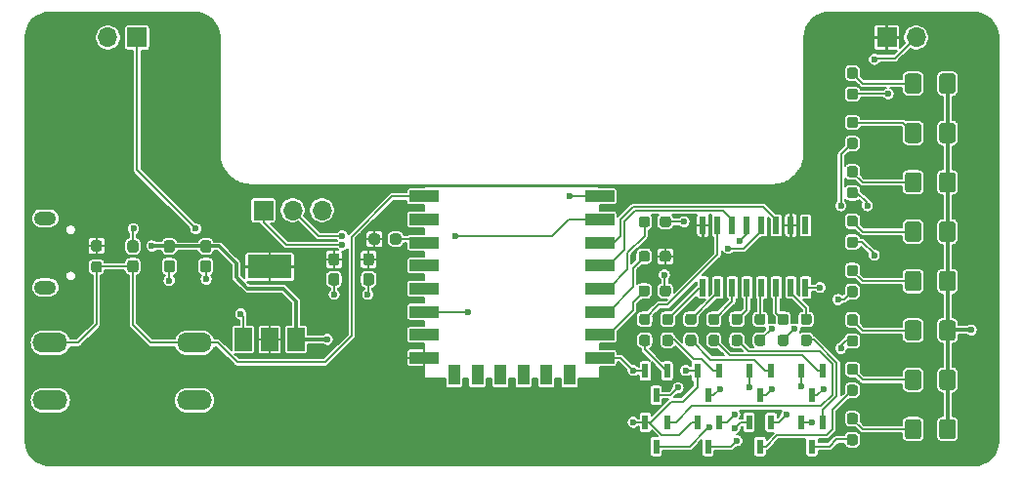
<source format=gbr>
G04 #@! TF.GenerationSoftware,KiCad,Pcbnew,5.1.9+dfsg1-1~bpo10+1*
G04 #@! TF.CreationDate,2021-05-29T21:01:30+02:00*
G04 #@! TF.ProjectId,esp_12e_traffic_monitor,6573705f-3132-4655-9f74-726166666963,C*
G04 #@! TF.SameCoordinates,Original*
G04 #@! TF.FileFunction,Copper,L1,Top*
G04 #@! TF.FilePolarity,Positive*
%FSLAX46Y46*%
G04 Gerber Fmt 4.6, Leading zero omitted, Abs format (unit mm)*
G04 Created by KiCad (PCBNEW 5.1.9+dfsg1-1~bpo10+1) date 2021-05-29 21:01:30*
%MOMM*%
%LPD*%
G01*
G04 APERTURE LIST*
G04 #@! TA.AperFunction,SMDPad,CuDef*
%ADD10R,0.600000X1.300000*%
G04 #@! TD*
G04 #@! TA.AperFunction,SMDPad,CuDef*
%ADD11R,0.600000X1.550000*%
G04 #@! TD*
G04 #@! TA.AperFunction,ComponentPad*
%ADD12R,1.700000X1.700000*%
G04 #@! TD*
G04 #@! TA.AperFunction,ComponentPad*
%ADD13O,1.700000X1.700000*%
G04 #@! TD*
G04 #@! TA.AperFunction,ComponentPad*
%ADD14O,3.048000X1.727200*%
G04 #@! TD*
G04 #@! TA.AperFunction,SMDPad,CuDef*
%ADD15R,3.800000X2.000000*%
G04 #@! TD*
G04 #@! TA.AperFunction,SMDPad,CuDef*
%ADD16R,1.500000X2.000000*%
G04 #@! TD*
G04 #@! TA.AperFunction,SMDPad,CuDef*
%ADD17R,2.500000X1.000000*%
G04 #@! TD*
G04 #@! TA.AperFunction,SMDPad,CuDef*
%ADD18R,1.000000X1.800000*%
G04 #@! TD*
G04 #@! TA.AperFunction,ComponentPad*
%ADD19O,1.900000X1.200000*%
G04 #@! TD*
G04 #@! TA.AperFunction,ViaPad*
%ADD20C,0.600000*%
G04 #@! TD*
G04 #@! TA.AperFunction,Conductor*
%ADD21C,0.177800*%
G04 #@! TD*
G04 #@! TA.AperFunction,Conductor*
%ADD22C,0.304800*%
G04 #@! TD*
G04 #@! TA.AperFunction,Conductor*
%ADD23C,0.100000*%
G04 #@! TD*
G04 APERTURE END LIST*
D10*
X154000000Y-133000000D03*
X153050000Y-130900000D03*
X154950000Y-130900000D03*
D11*
X149055000Y-119200000D03*
X150325000Y-119200000D03*
X151595000Y-119200000D03*
X152865000Y-119200000D03*
X154135000Y-119200000D03*
X155405000Y-119200000D03*
X156675000Y-119200000D03*
X157945000Y-119200000D03*
X157945000Y-113800000D03*
X156675000Y-113800000D03*
X155405000Y-113800000D03*
X154135000Y-113800000D03*
X152865000Y-113800000D03*
X151595000Y-113800000D03*
X150325000Y-113800000D03*
X149055000Y-113800000D03*
G04 #@! TA.AperFunction,SMDPad,CuDef*
G36*
G01*
X166550000Y-110696429D02*
X166550000Y-109446429D01*
G75*
G02*
X166800000Y-109196429I250000J0D01*
G01*
X167725000Y-109196429D01*
G75*
G02*
X167975000Y-109446429I0J-250000D01*
G01*
X167975000Y-110696429D01*
G75*
G02*
X167725000Y-110946429I-250000J0D01*
G01*
X166800000Y-110946429D01*
G75*
G02*
X166550000Y-110696429I0J250000D01*
G01*
G37*
G04 #@! TD.AperFunction*
G04 #@! TA.AperFunction,SMDPad,CuDef*
G36*
G01*
X169525000Y-110696429D02*
X169525000Y-109446429D01*
G75*
G02*
X169775000Y-109196429I250000J0D01*
G01*
X170700000Y-109196429D01*
G75*
G02*
X170950000Y-109446429I0J-250000D01*
G01*
X170950000Y-110696429D01*
G75*
G02*
X170700000Y-110946429I-250000J0D01*
G01*
X169775000Y-110946429D01*
G75*
G02*
X169525000Y-110696429I0J250000D01*
G01*
G37*
G04 #@! TD.AperFunction*
G04 #@! TA.AperFunction,SMDPad,CuDef*
G36*
G01*
X166550000Y-102125000D02*
X166550000Y-100875000D01*
G75*
G02*
X166800000Y-100625000I250000J0D01*
G01*
X167725000Y-100625000D01*
G75*
G02*
X167975000Y-100875000I0J-250000D01*
G01*
X167975000Y-102125000D01*
G75*
G02*
X167725000Y-102375000I-250000J0D01*
G01*
X166800000Y-102375000D01*
G75*
G02*
X166550000Y-102125000I0J250000D01*
G01*
G37*
G04 #@! TD.AperFunction*
G04 #@! TA.AperFunction,SMDPad,CuDef*
G36*
G01*
X169525000Y-102125000D02*
X169525000Y-100875000D01*
G75*
G02*
X169775000Y-100625000I250000J0D01*
G01*
X170700000Y-100625000D01*
G75*
G02*
X170950000Y-100875000I0J-250000D01*
G01*
X170950000Y-102125000D01*
G75*
G02*
X170700000Y-102375000I-250000J0D01*
G01*
X169775000Y-102375000D01*
G75*
G02*
X169525000Y-102125000I0J250000D01*
G01*
G37*
G04 #@! TD.AperFunction*
G04 #@! TA.AperFunction,SMDPad,CuDef*
G36*
G01*
X169525000Y-106410714D02*
X169525000Y-105160714D01*
G75*
G02*
X169775000Y-104910714I250000J0D01*
G01*
X170700000Y-104910714D01*
G75*
G02*
X170950000Y-105160714I0J-250000D01*
G01*
X170950000Y-106410714D01*
G75*
G02*
X170700000Y-106660714I-250000J0D01*
G01*
X169775000Y-106660714D01*
G75*
G02*
X169525000Y-106410714I0J250000D01*
G01*
G37*
G04 #@! TD.AperFunction*
G04 #@! TA.AperFunction,SMDPad,CuDef*
G36*
G01*
X166550000Y-106410714D02*
X166550000Y-105160714D01*
G75*
G02*
X166800000Y-104910714I250000J0D01*
G01*
X167725000Y-104910714D01*
G75*
G02*
X167975000Y-105160714I0J-250000D01*
G01*
X167975000Y-106410714D01*
G75*
G02*
X167725000Y-106660714I-250000J0D01*
G01*
X166800000Y-106660714D01*
G75*
G02*
X166550000Y-106410714I0J250000D01*
G01*
G37*
G04 #@! TD.AperFunction*
G04 #@! TA.AperFunction,SMDPad,CuDef*
G36*
G01*
X169525000Y-114982143D02*
X169525000Y-113732143D01*
G75*
G02*
X169775000Y-113482143I250000J0D01*
G01*
X170700000Y-113482143D01*
G75*
G02*
X170950000Y-113732143I0J-250000D01*
G01*
X170950000Y-114982143D01*
G75*
G02*
X170700000Y-115232143I-250000J0D01*
G01*
X169775000Y-115232143D01*
G75*
G02*
X169525000Y-114982143I0J250000D01*
G01*
G37*
G04 #@! TD.AperFunction*
G04 #@! TA.AperFunction,SMDPad,CuDef*
G36*
G01*
X166550000Y-114982143D02*
X166550000Y-113732143D01*
G75*
G02*
X166800000Y-113482143I250000J0D01*
G01*
X167725000Y-113482143D01*
G75*
G02*
X167975000Y-113732143I0J-250000D01*
G01*
X167975000Y-114982143D01*
G75*
G02*
X167725000Y-115232143I-250000J0D01*
G01*
X166800000Y-115232143D01*
G75*
G02*
X166550000Y-114982143I0J250000D01*
G01*
G37*
G04 #@! TD.AperFunction*
G04 #@! TA.AperFunction,SMDPad,CuDef*
G36*
G01*
X166550000Y-119267857D02*
X166550000Y-118017857D01*
G75*
G02*
X166800000Y-117767857I250000J0D01*
G01*
X167725000Y-117767857D01*
G75*
G02*
X167975000Y-118017857I0J-250000D01*
G01*
X167975000Y-119267857D01*
G75*
G02*
X167725000Y-119517857I-250000J0D01*
G01*
X166800000Y-119517857D01*
G75*
G02*
X166550000Y-119267857I0J250000D01*
G01*
G37*
G04 #@! TD.AperFunction*
G04 #@! TA.AperFunction,SMDPad,CuDef*
G36*
G01*
X169525000Y-119267857D02*
X169525000Y-118017857D01*
G75*
G02*
X169775000Y-117767857I250000J0D01*
G01*
X170700000Y-117767857D01*
G75*
G02*
X170950000Y-118017857I0J-250000D01*
G01*
X170950000Y-119267857D01*
G75*
G02*
X170700000Y-119517857I-250000J0D01*
G01*
X169775000Y-119517857D01*
G75*
G02*
X169525000Y-119267857I0J250000D01*
G01*
G37*
G04 #@! TD.AperFunction*
G04 #@! TA.AperFunction,SMDPad,CuDef*
G36*
G01*
X169525000Y-123553571D02*
X169525000Y-122303571D01*
G75*
G02*
X169775000Y-122053571I250000J0D01*
G01*
X170700000Y-122053571D01*
G75*
G02*
X170950000Y-122303571I0J-250000D01*
G01*
X170950000Y-123553571D01*
G75*
G02*
X170700000Y-123803571I-250000J0D01*
G01*
X169775000Y-123803571D01*
G75*
G02*
X169525000Y-123553571I0J250000D01*
G01*
G37*
G04 #@! TD.AperFunction*
G04 #@! TA.AperFunction,SMDPad,CuDef*
G36*
G01*
X166550000Y-123553571D02*
X166550000Y-122303571D01*
G75*
G02*
X166800000Y-122053571I250000J0D01*
G01*
X167725000Y-122053571D01*
G75*
G02*
X167975000Y-122303571I0J-250000D01*
G01*
X167975000Y-123553571D01*
G75*
G02*
X167725000Y-123803571I-250000J0D01*
G01*
X166800000Y-123803571D01*
G75*
G02*
X166550000Y-123553571I0J250000D01*
G01*
G37*
G04 #@! TD.AperFunction*
G04 #@! TA.AperFunction,SMDPad,CuDef*
G36*
G01*
X169525000Y-127839286D02*
X169525000Y-126589286D01*
G75*
G02*
X169775000Y-126339286I250000J0D01*
G01*
X170700000Y-126339286D01*
G75*
G02*
X170950000Y-126589286I0J-250000D01*
G01*
X170950000Y-127839286D01*
G75*
G02*
X170700000Y-128089286I-250000J0D01*
G01*
X169775000Y-128089286D01*
G75*
G02*
X169525000Y-127839286I0J250000D01*
G01*
G37*
G04 #@! TD.AperFunction*
G04 #@! TA.AperFunction,SMDPad,CuDef*
G36*
G01*
X166550000Y-127839286D02*
X166550000Y-126589286D01*
G75*
G02*
X166800000Y-126339286I250000J0D01*
G01*
X167725000Y-126339286D01*
G75*
G02*
X167975000Y-126589286I0J-250000D01*
G01*
X167975000Y-127839286D01*
G75*
G02*
X167725000Y-128089286I-250000J0D01*
G01*
X166800000Y-128089286D01*
G75*
G02*
X166550000Y-127839286I0J250000D01*
G01*
G37*
G04 #@! TD.AperFunction*
G04 #@! TA.AperFunction,SMDPad,CuDef*
G36*
G01*
X166550000Y-132125000D02*
X166550000Y-130875000D01*
G75*
G02*
X166800000Y-130625000I250000J0D01*
G01*
X167725000Y-130625000D01*
G75*
G02*
X167975000Y-130875000I0J-250000D01*
G01*
X167975000Y-132125000D01*
G75*
G02*
X167725000Y-132375000I-250000J0D01*
G01*
X166800000Y-132375000D01*
G75*
G02*
X166550000Y-132125000I0J250000D01*
G01*
G37*
G04 #@! TD.AperFunction*
G04 #@! TA.AperFunction,SMDPad,CuDef*
G36*
G01*
X169525000Y-132125000D02*
X169525000Y-130875000D01*
G75*
G02*
X169775000Y-130625000I250000J0D01*
G01*
X170700000Y-130625000D01*
G75*
G02*
X170950000Y-130875000I0J-250000D01*
G01*
X170950000Y-132125000D01*
G75*
G02*
X170700000Y-132375000I-250000J0D01*
G01*
X169775000Y-132375000D01*
G75*
G02*
X169525000Y-132125000I0J250000D01*
G01*
G37*
G04 #@! TD.AperFunction*
D12*
X164980000Y-97500000D03*
D13*
X167520000Y-97500000D03*
D12*
X110960000Y-112500000D03*
D13*
X113500000Y-112500000D03*
X116040000Y-112500000D03*
X97480000Y-97500000D03*
D12*
X100020000Y-97500000D03*
D10*
X145000000Y-128550000D03*
X144050000Y-126450000D03*
X145950000Y-126450000D03*
X150450000Y-126450000D03*
X148550000Y-126450000D03*
X149500000Y-128550000D03*
X154000000Y-128550000D03*
X153050000Y-126450000D03*
X154950000Y-126450000D03*
X159450000Y-126450000D03*
X157550000Y-126450000D03*
X158500000Y-128550000D03*
X145950000Y-130900000D03*
X144050000Y-130900000D03*
X145000000Y-133000000D03*
X150450000Y-130900000D03*
X148550000Y-130900000D03*
X149500000Y-133000000D03*
X158500000Y-133000000D03*
X157550000Y-130900000D03*
X159450000Y-130900000D03*
D14*
X105000000Y-124000000D03*
X105000000Y-129000000D03*
X92500000Y-124000000D03*
X92500000Y-129000000D03*
D15*
X111500000Y-117400000D03*
D16*
X111500000Y-123700000D03*
X113800000Y-123700000D03*
X109200000Y-123700000D03*
D17*
X124900000Y-111300000D03*
X124900000Y-113300000D03*
X124900000Y-115300000D03*
X124900000Y-117300000D03*
X124900000Y-119300000D03*
X124900000Y-121300000D03*
X124900000Y-123300000D03*
X124900000Y-125300000D03*
D18*
X127500000Y-126800000D03*
X129500000Y-126800000D03*
X131500000Y-126800000D03*
X133500000Y-126800000D03*
X135500000Y-126800000D03*
X137500000Y-126800000D03*
D17*
X140100000Y-125300000D03*
X140100000Y-123300000D03*
X140100000Y-121300000D03*
X140100000Y-119300000D03*
X140100000Y-117300000D03*
X140100000Y-115300000D03*
X140100000Y-113300000D03*
X140100000Y-111300000D03*
G04 #@! TA.AperFunction,SMDPad,CuDef*
G36*
G01*
X102579166Y-116825000D02*
X103054166Y-116825000D01*
G75*
G02*
X103291666Y-117062500I0J-237500D01*
G01*
X103291666Y-117662500D01*
G75*
G02*
X103054166Y-117900000I-237500J0D01*
G01*
X102579166Y-117900000D01*
G75*
G02*
X102341666Y-117662500I0J237500D01*
G01*
X102341666Y-117062500D01*
G75*
G02*
X102579166Y-116825000I237500J0D01*
G01*
G37*
G04 #@! TD.AperFunction*
G04 #@! TA.AperFunction,SMDPad,CuDef*
G36*
G01*
X102579166Y-115100000D02*
X103054166Y-115100000D01*
G75*
G02*
X103291666Y-115337500I0J-237500D01*
G01*
X103291666Y-115937500D01*
G75*
G02*
X103054166Y-116175000I-237500J0D01*
G01*
X102579166Y-116175000D01*
G75*
G02*
X102341666Y-115937500I0J237500D01*
G01*
X102341666Y-115337500D01*
G75*
G02*
X102579166Y-115100000I237500J0D01*
G01*
G37*
G04 #@! TD.AperFunction*
G04 #@! TA.AperFunction,SMDPad,CuDef*
G36*
G01*
X105737500Y-115100000D02*
X106212500Y-115100000D01*
G75*
G02*
X106450000Y-115337500I0J-237500D01*
G01*
X106450000Y-115937500D01*
G75*
G02*
X106212500Y-116175000I-237500J0D01*
G01*
X105737500Y-116175000D01*
G75*
G02*
X105500000Y-115937500I0J237500D01*
G01*
X105500000Y-115337500D01*
G75*
G02*
X105737500Y-115100000I237500J0D01*
G01*
G37*
G04 #@! TD.AperFunction*
G04 #@! TA.AperFunction,SMDPad,CuDef*
G36*
G01*
X105737500Y-116825000D02*
X106212500Y-116825000D01*
G75*
G02*
X106450000Y-117062500I0J-237500D01*
G01*
X106450000Y-117662500D01*
G75*
G02*
X106212500Y-117900000I-237500J0D01*
G01*
X105737500Y-117900000D01*
G75*
G02*
X105500000Y-117662500I0J237500D01*
G01*
X105500000Y-117062500D01*
G75*
G02*
X105737500Y-116825000I237500J0D01*
G01*
G37*
G04 #@! TD.AperFunction*
G04 #@! TA.AperFunction,SMDPad,CuDef*
G36*
G01*
X116837500Y-116225000D02*
X117312500Y-116225000D01*
G75*
G02*
X117550000Y-116462500I0J-237500D01*
G01*
X117550000Y-117062500D01*
G75*
G02*
X117312500Y-117300000I-237500J0D01*
G01*
X116837500Y-117300000D01*
G75*
G02*
X116600000Y-117062500I0J237500D01*
G01*
X116600000Y-116462500D01*
G75*
G02*
X116837500Y-116225000I237500J0D01*
G01*
G37*
G04 #@! TD.AperFunction*
G04 #@! TA.AperFunction,SMDPad,CuDef*
G36*
G01*
X116837500Y-117950000D02*
X117312500Y-117950000D01*
G75*
G02*
X117550000Y-118187500I0J-237500D01*
G01*
X117550000Y-118787500D01*
G75*
G02*
X117312500Y-119025000I-237500J0D01*
G01*
X116837500Y-119025000D01*
G75*
G02*
X116600000Y-118787500I0J237500D01*
G01*
X116600000Y-118187500D01*
G75*
G02*
X116837500Y-117950000I237500J0D01*
G01*
G37*
G04 #@! TD.AperFunction*
G04 #@! TA.AperFunction,SMDPad,CuDef*
G36*
G01*
X119837500Y-117950000D02*
X120312500Y-117950000D01*
G75*
G02*
X120550000Y-118187500I0J-237500D01*
G01*
X120550000Y-118787500D01*
G75*
G02*
X120312500Y-119025000I-237500J0D01*
G01*
X119837500Y-119025000D01*
G75*
G02*
X119600000Y-118787500I0J237500D01*
G01*
X119600000Y-118187500D01*
G75*
G02*
X119837500Y-117950000I237500J0D01*
G01*
G37*
G04 #@! TD.AperFunction*
G04 #@! TA.AperFunction,SMDPad,CuDef*
G36*
G01*
X119837500Y-116225000D02*
X120312500Y-116225000D01*
G75*
G02*
X120550000Y-116462500I0J-237500D01*
G01*
X120550000Y-117062500D01*
G75*
G02*
X120312500Y-117300000I-237500J0D01*
G01*
X119837500Y-117300000D01*
G75*
G02*
X119600000Y-117062500I0J237500D01*
G01*
X119600000Y-116462500D01*
G75*
G02*
X119837500Y-116225000I237500J0D01*
G01*
G37*
G04 #@! TD.AperFunction*
G04 #@! TA.AperFunction,SMDPad,CuDef*
G36*
G01*
X99895833Y-117900000D02*
X99420833Y-117900000D01*
G75*
G02*
X99183333Y-117662500I0J237500D01*
G01*
X99183333Y-117062500D01*
G75*
G02*
X99420833Y-116825000I237500J0D01*
G01*
X99895833Y-116825000D01*
G75*
G02*
X100133333Y-117062500I0J-237500D01*
G01*
X100133333Y-117662500D01*
G75*
G02*
X99895833Y-117900000I-237500J0D01*
G01*
G37*
G04 #@! TD.AperFunction*
G04 #@! TA.AperFunction,SMDPad,CuDef*
G36*
G01*
X99895833Y-116175000D02*
X99420833Y-116175000D01*
G75*
G02*
X99183333Y-115937500I0J237500D01*
G01*
X99183333Y-115337500D01*
G75*
G02*
X99420833Y-115100000I237500J0D01*
G01*
X99895833Y-115100000D01*
G75*
G02*
X100133333Y-115337500I0J-237500D01*
G01*
X100133333Y-115937500D01*
G75*
G02*
X99895833Y-116175000I-237500J0D01*
G01*
G37*
G04 #@! TD.AperFunction*
D19*
X92062500Y-113200000D03*
X92062500Y-119200000D03*
G04 #@! TA.AperFunction,SMDPad,CuDef*
G36*
G01*
X146275000Y-113262500D02*
X146275000Y-113737500D01*
G75*
G02*
X146037500Y-113975000I-237500J0D01*
G01*
X145537500Y-113975000D01*
G75*
G02*
X145300000Y-113737500I0J237500D01*
G01*
X145300000Y-113262500D01*
G75*
G02*
X145537500Y-113025000I237500J0D01*
G01*
X146037500Y-113025000D01*
G75*
G02*
X146275000Y-113262500I0J-237500D01*
G01*
G37*
G04 #@! TD.AperFunction*
G04 #@! TA.AperFunction,SMDPad,CuDef*
G36*
G01*
X144450000Y-113262500D02*
X144450000Y-113737500D01*
G75*
G02*
X144212500Y-113975000I-237500J0D01*
G01*
X143712500Y-113975000D01*
G75*
G02*
X143475000Y-113737500I0J237500D01*
G01*
X143475000Y-113262500D01*
G75*
G02*
X143712500Y-113025000I237500J0D01*
G01*
X144212500Y-113025000D01*
G75*
G02*
X144450000Y-113262500I0J-237500D01*
G01*
G37*
G04 #@! TD.AperFunction*
G04 #@! TA.AperFunction,SMDPad,CuDef*
G36*
G01*
X146275000Y-116262500D02*
X146275000Y-116737500D01*
G75*
G02*
X146037500Y-116975000I-237500J0D01*
G01*
X145537500Y-116975000D01*
G75*
G02*
X145300000Y-116737500I0J237500D01*
G01*
X145300000Y-116262500D01*
G75*
G02*
X145537500Y-116025000I237500J0D01*
G01*
X146037500Y-116025000D01*
G75*
G02*
X146275000Y-116262500I0J-237500D01*
G01*
G37*
G04 #@! TD.AperFunction*
G04 #@! TA.AperFunction,SMDPad,CuDef*
G36*
G01*
X144450000Y-116262500D02*
X144450000Y-116737500D01*
G75*
G02*
X144212500Y-116975000I-237500J0D01*
G01*
X143712500Y-116975000D01*
G75*
G02*
X143475000Y-116737500I0J237500D01*
G01*
X143475000Y-116262500D01*
G75*
G02*
X143712500Y-116025000I237500J0D01*
G01*
X144212500Y-116025000D01*
G75*
G02*
X144450000Y-116262500I0J-237500D01*
G01*
G37*
G04 #@! TD.AperFunction*
G04 #@! TA.AperFunction,SMDPad,CuDef*
G36*
G01*
X120100000Y-115237500D02*
X120100000Y-114762500D01*
G75*
G02*
X120337500Y-114525000I237500J0D01*
G01*
X120837500Y-114525000D01*
G75*
G02*
X121075000Y-114762500I0J-237500D01*
G01*
X121075000Y-115237500D01*
G75*
G02*
X120837500Y-115475000I-237500J0D01*
G01*
X120337500Y-115475000D01*
G75*
G02*
X120100000Y-115237500I0J237500D01*
G01*
G37*
G04 #@! TD.AperFunction*
G04 #@! TA.AperFunction,SMDPad,CuDef*
G36*
G01*
X121925000Y-115237500D02*
X121925000Y-114762500D01*
G75*
G02*
X122162500Y-114525000I237500J0D01*
G01*
X122662500Y-114525000D01*
G75*
G02*
X122900000Y-114762500I0J-237500D01*
G01*
X122900000Y-115237500D01*
G75*
G02*
X122662500Y-115475000I-237500J0D01*
G01*
X122162500Y-115475000D01*
G75*
G02*
X121925000Y-115237500I0J237500D01*
G01*
G37*
G04 #@! TD.AperFunction*
G04 #@! TA.AperFunction,SMDPad,CuDef*
G36*
G01*
X96262500Y-116925000D02*
X96737500Y-116925000D01*
G75*
G02*
X96975000Y-117162500I0J-237500D01*
G01*
X96975000Y-117662500D01*
G75*
G02*
X96737500Y-117900000I-237500J0D01*
G01*
X96262500Y-117900000D01*
G75*
G02*
X96025000Y-117662500I0J237500D01*
G01*
X96025000Y-117162500D01*
G75*
G02*
X96262500Y-116925000I237500J0D01*
G01*
G37*
G04 #@! TD.AperFunction*
G04 #@! TA.AperFunction,SMDPad,CuDef*
G36*
G01*
X96262500Y-115100000D02*
X96737500Y-115100000D01*
G75*
G02*
X96975000Y-115337500I0J-237500D01*
G01*
X96975000Y-115837500D01*
G75*
G02*
X96737500Y-116075000I-237500J0D01*
G01*
X96262500Y-116075000D01*
G75*
G02*
X96025000Y-115837500I0J237500D01*
G01*
X96025000Y-115337500D01*
G75*
G02*
X96262500Y-115100000I237500J0D01*
G01*
G37*
G04 #@! TD.AperFunction*
G04 #@! TA.AperFunction,SMDPad,CuDef*
G36*
G01*
X144450000Y-119262500D02*
X144450000Y-119737500D01*
G75*
G02*
X144212500Y-119975000I-237500J0D01*
G01*
X143712500Y-119975000D01*
G75*
G02*
X143475000Y-119737500I0J237500D01*
G01*
X143475000Y-119262500D01*
G75*
G02*
X143712500Y-119025000I237500J0D01*
G01*
X144212500Y-119025000D01*
G75*
G02*
X144450000Y-119262500I0J-237500D01*
G01*
G37*
G04 #@! TD.AperFunction*
G04 #@! TA.AperFunction,SMDPad,CuDef*
G36*
G01*
X146275000Y-119262500D02*
X146275000Y-119737500D01*
G75*
G02*
X146037500Y-119975000I-237500J0D01*
G01*
X145537500Y-119975000D01*
G75*
G02*
X145300000Y-119737500I0J237500D01*
G01*
X145300000Y-119262500D01*
G75*
G02*
X145537500Y-119025000I237500J0D01*
G01*
X146037500Y-119025000D01*
G75*
G02*
X146275000Y-119262500I0J-237500D01*
G01*
G37*
G04 #@! TD.AperFunction*
G04 #@! TA.AperFunction,SMDPad,CuDef*
G36*
G01*
X144237500Y-122450000D02*
X143762500Y-122450000D01*
G75*
G02*
X143525000Y-122212500I0J237500D01*
G01*
X143525000Y-121712500D01*
G75*
G02*
X143762500Y-121475000I237500J0D01*
G01*
X144237500Y-121475000D01*
G75*
G02*
X144475000Y-121712500I0J-237500D01*
G01*
X144475000Y-122212500D01*
G75*
G02*
X144237500Y-122450000I-237500J0D01*
G01*
G37*
G04 #@! TD.AperFunction*
G04 #@! TA.AperFunction,SMDPad,CuDef*
G36*
G01*
X144237500Y-124275000D02*
X143762500Y-124275000D01*
G75*
G02*
X143525000Y-124037500I0J237500D01*
G01*
X143525000Y-123537500D01*
G75*
G02*
X143762500Y-123300000I237500J0D01*
G01*
X144237500Y-123300000D01*
G75*
G02*
X144475000Y-123537500I0J-237500D01*
G01*
X144475000Y-124037500D01*
G75*
G02*
X144237500Y-124275000I-237500J0D01*
G01*
G37*
G04 #@! TD.AperFunction*
G04 #@! TA.AperFunction,SMDPad,CuDef*
G36*
G01*
X146237500Y-124275000D02*
X145762500Y-124275000D01*
G75*
G02*
X145525000Y-124037500I0J237500D01*
G01*
X145525000Y-123537500D01*
G75*
G02*
X145762500Y-123300000I237500J0D01*
G01*
X146237500Y-123300000D01*
G75*
G02*
X146475000Y-123537500I0J-237500D01*
G01*
X146475000Y-124037500D01*
G75*
G02*
X146237500Y-124275000I-237500J0D01*
G01*
G37*
G04 #@! TD.AperFunction*
G04 #@! TA.AperFunction,SMDPad,CuDef*
G36*
G01*
X146237500Y-122450000D02*
X145762500Y-122450000D01*
G75*
G02*
X145525000Y-122212500I0J237500D01*
G01*
X145525000Y-121712500D01*
G75*
G02*
X145762500Y-121475000I237500J0D01*
G01*
X146237500Y-121475000D01*
G75*
G02*
X146475000Y-121712500I0J-237500D01*
G01*
X146475000Y-122212500D01*
G75*
G02*
X146237500Y-122450000I-237500J0D01*
G01*
G37*
G04 #@! TD.AperFunction*
G04 #@! TA.AperFunction,SMDPad,CuDef*
G36*
G01*
X148237500Y-122450000D02*
X147762500Y-122450000D01*
G75*
G02*
X147525000Y-122212500I0J237500D01*
G01*
X147525000Y-121712500D01*
G75*
G02*
X147762500Y-121475000I237500J0D01*
G01*
X148237500Y-121475000D01*
G75*
G02*
X148475000Y-121712500I0J-237500D01*
G01*
X148475000Y-122212500D01*
G75*
G02*
X148237500Y-122450000I-237500J0D01*
G01*
G37*
G04 #@! TD.AperFunction*
G04 #@! TA.AperFunction,SMDPad,CuDef*
G36*
G01*
X148237500Y-124275000D02*
X147762500Y-124275000D01*
G75*
G02*
X147525000Y-124037500I0J237500D01*
G01*
X147525000Y-123537500D01*
G75*
G02*
X147762500Y-123300000I237500J0D01*
G01*
X148237500Y-123300000D01*
G75*
G02*
X148475000Y-123537500I0J-237500D01*
G01*
X148475000Y-124037500D01*
G75*
G02*
X148237500Y-124275000I-237500J0D01*
G01*
G37*
G04 #@! TD.AperFunction*
G04 #@! TA.AperFunction,SMDPad,CuDef*
G36*
G01*
X150237500Y-124275000D02*
X149762500Y-124275000D01*
G75*
G02*
X149525000Y-124037500I0J237500D01*
G01*
X149525000Y-123537500D01*
G75*
G02*
X149762500Y-123300000I237500J0D01*
G01*
X150237500Y-123300000D01*
G75*
G02*
X150475000Y-123537500I0J-237500D01*
G01*
X150475000Y-124037500D01*
G75*
G02*
X150237500Y-124275000I-237500J0D01*
G01*
G37*
G04 #@! TD.AperFunction*
G04 #@! TA.AperFunction,SMDPad,CuDef*
G36*
G01*
X150237500Y-122450000D02*
X149762500Y-122450000D01*
G75*
G02*
X149525000Y-122212500I0J237500D01*
G01*
X149525000Y-121712500D01*
G75*
G02*
X149762500Y-121475000I237500J0D01*
G01*
X150237500Y-121475000D01*
G75*
G02*
X150475000Y-121712500I0J-237500D01*
G01*
X150475000Y-122212500D01*
G75*
G02*
X150237500Y-122450000I-237500J0D01*
G01*
G37*
G04 #@! TD.AperFunction*
G04 #@! TA.AperFunction,SMDPad,CuDef*
G36*
G01*
X152237500Y-122450000D02*
X151762500Y-122450000D01*
G75*
G02*
X151525000Y-122212500I0J237500D01*
G01*
X151525000Y-121712500D01*
G75*
G02*
X151762500Y-121475000I237500J0D01*
G01*
X152237500Y-121475000D01*
G75*
G02*
X152475000Y-121712500I0J-237500D01*
G01*
X152475000Y-122212500D01*
G75*
G02*
X152237500Y-122450000I-237500J0D01*
G01*
G37*
G04 #@! TD.AperFunction*
G04 #@! TA.AperFunction,SMDPad,CuDef*
G36*
G01*
X152237500Y-124275000D02*
X151762500Y-124275000D01*
G75*
G02*
X151525000Y-124037500I0J237500D01*
G01*
X151525000Y-123537500D01*
G75*
G02*
X151762500Y-123300000I237500J0D01*
G01*
X152237500Y-123300000D01*
G75*
G02*
X152475000Y-123537500I0J-237500D01*
G01*
X152475000Y-124037500D01*
G75*
G02*
X152237500Y-124275000I-237500J0D01*
G01*
G37*
G04 #@! TD.AperFunction*
G04 #@! TA.AperFunction,SMDPad,CuDef*
G36*
G01*
X162237500Y-101075000D02*
X161762500Y-101075000D01*
G75*
G02*
X161525000Y-100837500I0J237500D01*
G01*
X161525000Y-100337500D01*
G75*
G02*
X161762500Y-100100000I237500J0D01*
G01*
X162237500Y-100100000D01*
G75*
G02*
X162475000Y-100337500I0J-237500D01*
G01*
X162475000Y-100837500D01*
G75*
G02*
X162237500Y-101075000I-237500J0D01*
G01*
G37*
G04 #@! TD.AperFunction*
G04 #@! TA.AperFunction,SMDPad,CuDef*
G36*
G01*
X162237500Y-102900000D02*
X161762500Y-102900000D01*
G75*
G02*
X161525000Y-102662500I0J237500D01*
G01*
X161525000Y-102162500D01*
G75*
G02*
X161762500Y-101925000I237500J0D01*
G01*
X162237500Y-101925000D01*
G75*
G02*
X162475000Y-102162500I0J-237500D01*
G01*
X162475000Y-102662500D01*
G75*
G02*
X162237500Y-102900000I-237500J0D01*
G01*
G37*
G04 #@! TD.AperFunction*
G04 #@! TA.AperFunction,SMDPad,CuDef*
G36*
G01*
X162237500Y-107185700D02*
X161762500Y-107185700D01*
G75*
G02*
X161525000Y-106948200I0J237500D01*
G01*
X161525000Y-106448200D01*
G75*
G02*
X161762500Y-106210700I237500J0D01*
G01*
X162237500Y-106210700D01*
G75*
G02*
X162475000Y-106448200I0J-237500D01*
G01*
X162475000Y-106948200D01*
G75*
G02*
X162237500Y-107185700I-237500J0D01*
G01*
G37*
G04 #@! TD.AperFunction*
G04 #@! TA.AperFunction,SMDPad,CuDef*
G36*
G01*
X162237500Y-105360700D02*
X161762500Y-105360700D01*
G75*
G02*
X161525000Y-105123200I0J237500D01*
G01*
X161525000Y-104623200D01*
G75*
G02*
X161762500Y-104385700I237500J0D01*
G01*
X162237500Y-104385700D01*
G75*
G02*
X162475000Y-104623200I0J-237500D01*
G01*
X162475000Y-105123200D01*
G75*
G02*
X162237500Y-105360700I-237500J0D01*
G01*
G37*
G04 #@! TD.AperFunction*
G04 #@! TA.AperFunction,SMDPad,CuDef*
G36*
G01*
X162237500Y-111471429D02*
X161762500Y-111471429D01*
G75*
G02*
X161525000Y-111233929I0J237500D01*
G01*
X161525000Y-110733929D01*
G75*
G02*
X161762500Y-110496429I237500J0D01*
G01*
X162237500Y-110496429D01*
G75*
G02*
X162475000Y-110733929I0J-237500D01*
G01*
X162475000Y-111233929D01*
G75*
G02*
X162237500Y-111471429I-237500J0D01*
G01*
G37*
G04 #@! TD.AperFunction*
G04 #@! TA.AperFunction,SMDPad,CuDef*
G36*
G01*
X162237500Y-109646429D02*
X161762500Y-109646429D01*
G75*
G02*
X161525000Y-109408929I0J237500D01*
G01*
X161525000Y-108908929D01*
G75*
G02*
X161762500Y-108671429I237500J0D01*
G01*
X162237500Y-108671429D01*
G75*
G02*
X162475000Y-108908929I0J-237500D01*
G01*
X162475000Y-109408929D01*
G75*
G02*
X162237500Y-109646429I-237500J0D01*
G01*
G37*
G04 #@! TD.AperFunction*
G04 #@! TA.AperFunction,SMDPad,CuDef*
G36*
G01*
X162237500Y-113932143D02*
X161762500Y-113932143D01*
G75*
G02*
X161525000Y-113694643I0J237500D01*
G01*
X161525000Y-113194643D01*
G75*
G02*
X161762500Y-112957143I237500J0D01*
G01*
X162237500Y-112957143D01*
G75*
G02*
X162475000Y-113194643I0J-237500D01*
G01*
X162475000Y-113694643D01*
G75*
G02*
X162237500Y-113932143I-237500J0D01*
G01*
G37*
G04 #@! TD.AperFunction*
G04 #@! TA.AperFunction,SMDPad,CuDef*
G36*
G01*
X162237500Y-115757143D02*
X161762500Y-115757143D01*
G75*
G02*
X161525000Y-115519643I0J237500D01*
G01*
X161525000Y-115019643D01*
G75*
G02*
X161762500Y-114782143I237500J0D01*
G01*
X162237500Y-114782143D01*
G75*
G02*
X162475000Y-115019643I0J-237500D01*
G01*
X162475000Y-115519643D01*
G75*
G02*
X162237500Y-115757143I-237500J0D01*
G01*
G37*
G04 #@! TD.AperFunction*
G04 #@! TA.AperFunction,SMDPad,CuDef*
G36*
G01*
X162237500Y-118217857D02*
X161762500Y-118217857D01*
G75*
G02*
X161525000Y-117980357I0J237500D01*
G01*
X161525000Y-117480357D01*
G75*
G02*
X161762500Y-117242857I237500J0D01*
G01*
X162237500Y-117242857D01*
G75*
G02*
X162475000Y-117480357I0J-237500D01*
G01*
X162475000Y-117980357D01*
G75*
G02*
X162237500Y-118217857I-237500J0D01*
G01*
G37*
G04 #@! TD.AperFunction*
G04 #@! TA.AperFunction,SMDPad,CuDef*
G36*
G01*
X162237500Y-120042857D02*
X161762500Y-120042857D01*
G75*
G02*
X161525000Y-119805357I0J237500D01*
G01*
X161525000Y-119305357D01*
G75*
G02*
X161762500Y-119067857I237500J0D01*
G01*
X162237500Y-119067857D01*
G75*
G02*
X162475000Y-119305357I0J-237500D01*
G01*
X162475000Y-119805357D01*
G75*
G02*
X162237500Y-120042857I-237500J0D01*
G01*
G37*
G04 #@! TD.AperFunction*
G04 #@! TA.AperFunction,SMDPad,CuDef*
G36*
G01*
X162237500Y-124328571D02*
X161762500Y-124328571D01*
G75*
G02*
X161525000Y-124091071I0J237500D01*
G01*
X161525000Y-123591071D01*
G75*
G02*
X161762500Y-123353571I237500J0D01*
G01*
X162237500Y-123353571D01*
G75*
G02*
X162475000Y-123591071I0J-237500D01*
G01*
X162475000Y-124091071D01*
G75*
G02*
X162237500Y-124328571I-237500J0D01*
G01*
G37*
G04 #@! TD.AperFunction*
G04 #@! TA.AperFunction,SMDPad,CuDef*
G36*
G01*
X162237500Y-122503571D02*
X161762500Y-122503571D01*
G75*
G02*
X161525000Y-122266071I0J237500D01*
G01*
X161525000Y-121766071D01*
G75*
G02*
X161762500Y-121528571I237500J0D01*
G01*
X162237500Y-121528571D01*
G75*
G02*
X162475000Y-121766071I0J-237500D01*
G01*
X162475000Y-122266071D01*
G75*
G02*
X162237500Y-122503571I-237500J0D01*
G01*
G37*
G04 #@! TD.AperFunction*
G04 #@! TA.AperFunction,SMDPad,CuDef*
G36*
G01*
X162237500Y-126789286D02*
X161762500Y-126789286D01*
G75*
G02*
X161525000Y-126551786I0J237500D01*
G01*
X161525000Y-126051786D01*
G75*
G02*
X161762500Y-125814286I237500J0D01*
G01*
X162237500Y-125814286D01*
G75*
G02*
X162475000Y-126051786I0J-237500D01*
G01*
X162475000Y-126551786D01*
G75*
G02*
X162237500Y-126789286I-237500J0D01*
G01*
G37*
G04 #@! TD.AperFunction*
G04 #@! TA.AperFunction,SMDPad,CuDef*
G36*
G01*
X162237500Y-128614286D02*
X161762500Y-128614286D01*
G75*
G02*
X161525000Y-128376786I0J237500D01*
G01*
X161525000Y-127876786D01*
G75*
G02*
X161762500Y-127639286I237500J0D01*
G01*
X162237500Y-127639286D01*
G75*
G02*
X162475000Y-127876786I0J-237500D01*
G01*
X162475000Y-128376786D01*
G75*
G02*
X162237500Y-128614286I-237500J0D01*
G01*
G37*
G04 #@! TD.AperFunction*
G04 #@! TA.AperFunction,SMDPad,CuDef*
G36*
G01*
X162237500Y-132900000D02*
X161762500Y-132900000D01*
G75*
G02*
X161525000Y-132662500I0J237500D01*
G01*
X161525000Y-132162500D01*
G75*
G02*
X161762500Y-131925000I237500J0D01*
G01*
X162237500Y-131925000D01*
G75*
G02*
X162475000Y-132162500I0J-237500D01*
G01*
X162475000Y-132662500D01*
G75*
G02*
X162237500Y-132900000I-237500J0D01*
G01*
G37*
G04 #@! TD.AperFunction*
G04 #@! TA.AperFunction,SMDPad,CuDef*
G36*
G01*
X162237500Y-131075000D02*
X161762500Y-131075000D01*
G75*
G02*
X161525000Y-130837500I0J237500D01*
G01*
X161525000Y-130337500D01*
G75*
G02*
X161762500Y-130100000I237500J0D01*
G01*
X162237500Y-130100000D01*
G75*
G02*
X162475000Y-130337500I0J-237500D01*
G01*
X162475000Y-130837500D01*
G75*
G02*
X162237500Y-131075000I-237500J0D01*
G01*
G37*
G04 #@! TD.AperFunction*
G04 #@! TA.AperFunction,SMDPad,CuDef*
G36*
G01*
X154237500Y-124275000D02*
X153762500Y-124275000D01*
G75*
G02*
X153525000Y-124037500I0J237500D01*
G01*
X153525000Y-123537500D01*
G75*
G02*
X153762500Y-123300000I237500J0D01*
G01*
X154237500Y-123300000D01*
G75*
G02*
X154475000Y-123537500I0J-237500D01*
G01*
X154475000Y-124037500D01*
G75*
G02*
X154237500Y-124275000I-237500J0D01*
G01*
G37*
G04 #@! TD.AperFunction*
G04 #@! TA.AperFunction,SMDPad,CuDef*
G36*
G01*
X154237500Y-122450000D02*
X153762500Y-122450000D01*
G75*
G02*
X153525000Y-122212500I0J237500D01*
G01*
X153525000Y-121712500D01*
G75*
G02*
X153762500Y-121475000I237500J0D01*
G01*
X154237500Y-121475000D01*
G75*
G02*
X154475000Y-121712500I0J-237500D01*
G01*
X154475000Y-122212500D01*
G75*
G02*
X154237500Y-122450000I-237500J0D01*
G01*
G37*
G04 #@! TD.AperFunction*
G04 #@! TA.AperFunction,SMDPad,CuDef*
G36*
G01*
X156237500Y-122450000D02*
X155762500Y-122450000D01*
G75*
G02*
X155525000Y-122212500I0J237500D01*
G01*
X155525000Y-121712500D01*
G75*
G02*
X155762500Y-121475000I237500J0D01*
G01*
X156237500Y-121475000D01*
G75*
G02*
X156475000Y-121712500I0J-237500D01*
G01*
X156475000Y-122212500D01*
G75*
G02*
X156237500Y-122450000I-237500J0D01*
G01*
G37*
G04 #@! TD.AperFunction*
G04 #@! TA.AperFunction,SMDPad,CuDef*
G36*
G01*
X156237500Y-124275000D02*
X155762500Y-124275000D01*
G75*
G02*
X155525000Y-124037500I0J237500D01*
G01*
X155525000Y-123537500D01*
G75*
G02*
X155762500Y-123300000I237500J0D01*
G01*
X156237500Y-123300000D01*
G75*
G02*
X156475000Y-123537500I0J-237500D01*
G01*
X156475000Y-124037500D01*
G75*
G02*
X156237500Y-124275000I-237500J0D01*
G01*
G37*
G04 #@! TD.AperFunction*
G04 #@! TA.AperFunction,SMDPad,CuDef*
G36*
G01*
X158237500Y-124275000D02*
X157762500Y-124275000D01*
G75*
G02*
X157525000Y-124037500I0J237500D01*
G01*
X157525000Y-123537500D01*
G75*
G02*
X157762500Y-123300000I237500J0D01*
G01*
X158237500Y-123300000D01*
G75*
G02*
X158475000Y-123537500I0J-237500D01*
G01*
X158475000Y-124037500D01*
G75*
G02*
X158237500Y-124275000I-237500J0D01*
G01*
G37*
G04 #@! TD.AperFunction*
G04 #@! TA.AperFunction,SMDPad,CuDef*
G36*
G01*
X158237500Y-122450000D02*
X157762500Y-122450000D01*
G75*
G02*
X157525000Y-122212500I0J237500D01*
G01*
X157525000Y-121712500D01*
G75*
G02*
X157762500Y-121475000I237500J0D01*
G01*
X158237500Y-121475000D01*
G75*
G02*
X158475000Y-121712500I0J-237500D01*
G01*
X158475000Y-122212500D01*
G75*
G02*
X158237500Y-122450000I-237500J0D01*
G01*
G37*
G04 #@! TD.AperFunction*
D20*
X106000000Y-118500000D03*
X109000000Y-121500000D03*
X102800000Y-118600000D03*
X117100000Y-119800000D03*
X120000000Y-119800000D03*
X99700000Y-114100000D03*
X143000000Y-126400000D03*
X143000000Y-130900000D03*
X145700000Y-118100000D03*
X147550000Y-126400000D03*
X153100000Y-127900000D03*
X151800000Y-131400000D03*
X152200000Y-115200000D03*
X159200000Y-119200000D03*
X158500000Y-130900000D03*
X157550000Y-127800000D03*
X101300000Y-115600000D03*
X116500000Y-123700000D03*
X172300000Y-122900000D03*
X147400000Y-113500000D03*
X163900000Y-99400000D03*
X105100000Y-114100000D03*
X117800000Y-115500000D03*
X137500000Y-111300000D03*
X117800000Y-114722197D03*
X127600000Y-114700000D03*
X146900000Y-127900000D03*
X165100000Y-102400000D03*
X150500000Y-128000000D03*
X161000000Y-112100000D03*
X155000000Y-128027800D03*
X163300000Y-112100000D03*
X159500000Y-128000000D03*
X163900000Y-116400000D03*
X160750000Y-120250000D03*
X149600000Y-131300014D03*
X155000000Y-122800000D03*
X151800000Y-130200000D03*
X152000000Y-132500000D03*
X161000000Y-124500000D03*
X157000000Y-122800000D03*
X156300000Y-130200000D03*
X151200000Y-115800000D03*
X128700000Y-121300000D03*
D21*
X105975000Y-118475000D02*
X106000000Y-118500000D01*
X105975000Y-117375000D02*
X105975000Y-118475000D01*
X109200000Y-121700000D02*
X109000000Y-121500000D01*
X109200000Y-123700000D02*
X109200000Y-121700000D01*
X102816666Y-118583334D02*
X102800000Y-118600000D01*
X102816666Y-117375000D02*
X102816666Y-118583334D01*
X117075000Y-119775000D02*
X117100000Y-119800000D01*
X117075000Y-118500000D02*
X117075000Y-119775000D01*
X120075000Y-119725000D02*
X120000000Y-119800000D01*
X120075000Y-118500000D02*
X120075000Y-119725000D01*
X99658333Y-114141667D02*
X99700000Y-114100000D01*
X99658333Y-115625000D02*
X99658333Y-114141667D01*
X143050000Y-126450000D02*
X143000000Y-126400000D01*
X144050000Y-126450000D02*
X143050000Y-126450000D01*
X144050000Y-130900000D02*
X143000000Y-130900000D01*
X141900000Y-125300000D02*
X143000000Y-126400000D01*
X140100000Y-125300000D02*
X141900000Y-125300000D01*
X145750000Y-118150000D02*
X145700000Y-118100000D01*
X145750000Y-119500000D02*
X145750000Y-118150000D01*
X147600000Y-126450000D02*
X147550000Y-126400000D01*
X148550000Y-126450000D02*
X147600000Y-126450000D01*
X144400000Y-130900000D02*
X144050000Y-130900000D01*
X148550000Y-130900000D02*
X148072200Y-130900000D01*
X148072200Y-130900000D02*
X146972200Y-132000000D01*
X146972200Y-132000000D02*
X145500000Y-132000000D01*
X145500000Y-132000000D02*
X144400000Y-130900000D01*
X148550000Y-127850000D02*
X148550000Y-126450000D01*
X144050000Y-130900000D02*
X144527800Y-130900000D01*
X144527800Y-130900000D02*
X146327800Y-129100000D01*
X146327800Y-129100000D02*
X147300000Y-129100000D01*
X147300000Y-129100000D02*
X148550000Y-127850000D01*
X153050000Y-127850000D02*
X153100000Y-127900000D01*
X153050000Y-126450000D02*
X153050000Y-127850000D01*
X152300000Y-130900000D02*
X151800000Y-131400000D01*
X153050000Y-130900000D02*
X152300000Y-130900000D01*
X152865000Y-114535000D02*
X152200000Y-115200000D01*
X152865000Y-113800000D02*
X152865000Y-114535000D01*
X157945000Y-119200000D02*
X159200000Y-119200000D01*
X157550000Y-130900000D02*
X158500000Y-130900000D01*
X157550000Y-126450000D02*
X157550000Y-127750000D01*
D22*
X102791666Y-115600000D02*
X102816666Y-115625000D01*
X101300000Y-115600000D02*
X102791666Y-115600000D01*
X103391666Y-115625000D02*
X105975000Y-115625000D01*
X102816666Y-115625000D02*
X103391666Y-115625000D01*
X170237500Y-130525000D02*
X170237500Y-101500000D01*
X170237500Y-131500000D02*
X170237500Y-130525000D01*
X113800000Y-123700000D02*
X116500000Y-123700000D01*
X170266071Y-122900000D02*
X170237500Y-122928571D01*
X172300000Y-122900000D02*
X170266071Y-122900000D01*
X112700000Y-119300000D02*
X113800000Y-120400000D01*
X113800000Y-120400000D02*
X113800000Y-123700000D01*
X109600000Y-119300000D02*
X112700000Y-119300000D01*
X108600000Y-118300000D02*
X109600000Y-119300000D01*
X105975000Y-115625000D02*
X107125000Y-115625000D01*
X107125000Y-115625000D02*
X108600000Y-117100000D01*
X108600000Y-117100000D02*
X108600000Y-118300000D01*
D21*
X94900000Y-124000000D02*
X92500000Y-124000000D01*
X96500000Y-122400000D02*
X94900000Y-124000000D01*
X101200000Y-124000000D02*
X105000000Y-124000000D01*
X99658333Y-122458333D02*
X101200000Y-124000000D01*
X96500000Y-117375000D02*
X96500000Y-122400000D01*
X99658333Y-117375000D02*
X99658333Y-122458333D01*
X123472200Y-111300000D02*
X124900000Y-111300000D01*
X118600000Y-123400000D02*
X118600000Y-114800000D01*
X118600000Y-114800000D02*
X122100000Y-111300000D01*
X107000000Y-124000000D02*
X108700000Y-125700000D01*
X122100000Y-111300000D02*
X123472200Y-111300000D01*
X108700000Y-125700000D02*
X116300000Y-125700000D01*
X105000000Y-124000000D02*
X107000000Y-124000000D01*
X116300000Y-125700000D02*
X118600000Y-123400000D01*
X96500000Y-117375000D02*
X99658333Y-117375000D01*
X162875000Y-101500000D02*
X167262500Y-101500000D01*
X162000000Y-100625000D02*
X162875000Y-101500000D01*
X166387486Y-104910700D02*
X167262500Y-105785714D01*
X162000000Y-104910700D02*
X166387486Y-104910700D01*
X162875000Y-110071429D02*
X167262500Y-110071429D01*
X162000000Y-109196429D02*
X162875000Y-110071429D01*
X162875000Y-114357143D02*
X162000000Y-113482143D01*
X167262500Y-114357143D02*
X162875000Y-114357143D01*
X162875000Y-118642857D02*
X162000000Y-117767857D01*
X167262500Y-118642857D02*
X162875000Y-118642857D01*
X162875000Y-122928571D02*
X162000000Y-122053571D01*
X167262500Y-122928571D02*
X162875000Y-122928571D01*
X162875000Y-127214286D02*
X162000000Y-126339286D01*
X167262500Y-127214286D02*
X162875000Y-127214286D01*
X162875000Y-131500000D02*
X162000000Y-130625000D01*
X167262500Y-131500000D02*
X162875000Y-131500000D01*
X147400000Y-113500000D02*
X145750000Y-113500000D01*
X164000000Y-99300000D02*
X163900000Y-99400000D01*
X165720000Y-99300000D02*
X164000000Y-99300000D01*
X167520000Y-97500000D02*
X165720000Y-99300000D01*
X100020000Y-109020000D02*
X100020000Y-97500000D01*
X105100000Y-114100000D02*
X100020000Y-109020000D01*
X112932200Y-115500000D02*
X117800000Y-115500000D01*
X110960000Y-113527800D02*
X112932200Y-115500000D01*
X110960000Y-112500000D02*
X110960000Y-113527800D01*
X137500000Y-111300000D02*
X140100000Y-111300000D01*
X115722197Y-114722197D02*
X117800000Y-114722197D01*
X113500000Y-112500000D02*
X115722197Y-114722197D01*
X136000000Y-114700000D02*
X137400000Y-113300000D01*
X137400000Y-113300000D02*
X140100000Y-113300000D01*
X127600000Y-114700000D02*
X136000000Y-114700000D01*
X146250000Y-128550000D02*
X146900000Y-127900000D01*
X145000000Y-128550000D02*
X146250000Y-128550000D01*
X162025000Y-102400000D02*
X162000000Y-102375000D01*
X165100000Y-102400000D02*
X162025000Y-102400000D01*
X145850000Y-126450000D02*
X145950000Y-126450000D01*
X144000000Y-124600000D02*
X145850000Y-126450000D01*
X144000000Y-123750000D02*
X144000000Y-124600000D01*
X146000000Y-123750000D02*
X146575000Y-123750000D01*
X146575000Y-123750000D02*
X148225000Y-125400000D01*
X149972200Y-126450000D02*
X150450000Y-126450000D01*
X148922200Y-125400000D02*
X149972200Y-126450000D01*
X148225000Y-125400000D02*
X148922200Y-125400000D01*
X149950000Y-128550000D02*
X150500000Y-128000000D01*
X149500000Y-128550000D02*
X149950000Y-128550000D01*
X161000000Y-112100000D02*
X161000000Y-107660700D01*
X161000000Y-107660700D02*
X162000000Y-106660700D01*
X154477800Y-128550000D02*
X155000000Y-128027800D01*
X154000000Y-128550000D02*
X154477800Y-128550000D01*
X162346429Y-110946429D02*
X162000000Y-110946429D01*
X163300000Y-111900000D02*
X162346429Y-110946429D01*
X163300000Y-112100000D02*
X163300000Y-111900000D01*
X154472200Y-126450000D02*
X154950000Y-126450000D01*
X153477811Y-125455611D02*
X154472200Y-126450000D01*
X149705611Y-125455611D02*
X153477811Y-125455611D01*
X148000000Y-123750000D02*
X149705611Y-125455611D01*
X157622200Y-125100000D02*
X158972200Y-126450000D01*
X151350000Y-125100000D02*
X157622200Y-125100000D01*
X150000000Y-123750000D02*
X151350000Y-125100000D01*
X158972200Y-126450000D02*
X159450000Y-126450000D01*
X158950000Y-128550000D02*
X159500000Y-128000000D01*
X158500000Y-128550000D02*
X158950000Y-128550000D01*
X162832143Y-115232143D02*
X162000000Y-115232143D01*
X163900000Y-116300000D02*
X162832143Y-115232143D01*
X163900000Y-116400000D02*
X163900000Y-116300000D01*
X159297091Y-129500000D02*
X148100000Y-129500000D01*
X148100000Y-129500000D02*
X146700000Y-130900000D01*
X146427800Y-130900000D02*
X145950000Y-130900000D01*
X146700000Y-130900000D02*
X146427800Y-130900000D01*
X152000000Y-123750000D02*
X152994390Y-124744390D01*
X152994390Y-124744390D02*
X159174452Y-124744390D01*
X160299999Y-128497093D02*
X159297091Y-129500000D01*
X159174452Y-124744390D02*
X160299999Y-125869937D01*
X160299999Y-125869937D02*
X160299999Y-128497093D01*
X161267857Y-120250000D02*
X162000000Y-119517857D01*
X160750000Y-120250000D02*
X161267857Y-120250000D01*
X147900014Y-133000000D02*
X149300001Y-131600013D01*
X145000000Y-133000000D02*
X147900014Y-133000000D01*
X149300001Y-131600013D02*
X149600000Y-131300014D01*
X154050000Y-123750000D02*
X155000000Y-122800000D01*
X154000000Y-123750000D02*
X154050000Y-123750000D01*
X150927800Y-130900000D02*
X150450000Y-130900000D01*
X151100000Y-130900000D02*
X150927800Y-130900000D01*
X151800000Y-130200000D02*
X151100000Y-130900000D01*
X151500000Y-133000000D02*
X152000000Y-132500000D01*
X149500000Y-133000000D02*
X151500000Y-133000000D01*
X161446429Y-123803571D02*
X162000000Y-123803571D01*
X161000000Y-124250000D02*
X161446429Y-123803571D01*
X161000000Y-124500000D02*
X161000000Y-124250000D01*
X161500928Y-128588358D02*
X162000000Y-128089286D01*
X160250000Y-129839286D02*
X161500928Y-128588358D01*
X160250000Y-131530062D02*
X160250000Y-129839286D01*
X154000000Y-133000000D02*
X154477800Y-133000000D01*
X154477800Y-133000000D02*
X155477800Y-132000000D01*
X155477800Y-132000000D02*
X159780062Y-132000000D01*
X159780062Y-132000000D02*
X160250000Y-131530062D01*
X156050000Y-123750000D02*
X157000000Y-122800000D01*
X156000000Y-123750000D02*
X156050000Y-123750000D01*
X155600000Y-130900000D02*
X154950000Y-130900000D01*
X156300000Y-130200000D02*
X155600000Y-130900000D01*
X160625000Y-132375000D02*
X162000000Y-132375000D01*
X160000000Y-133000000D02*
X160625000Y-132375000D01*
X158500000Y-133000000D02*
X160000000Y-133000000D01*
X160655610Y-128644390D02*
X159450000Y-129850000D01*
X158682970Y-123750000D02*
X160655610Y-125722640D01*
X159450000Y-129850000D02*
X159450000Y-130900000D01*
X160655610Y-125722640D02*
X160655610Y-128644390D01*
X158000000Y-123750000D02*
X158682970Y-123750000D01*
X140850000Y-119300000D02*
X140100000Y-119300000D01*
X144000000Y-113500000D02*
X144000000Y-114700000D01*
X144000000Y-114700000D02*
X142500000Y-116200000D01*
X142500000Y-116200000D02*
X142500000Y-117650000D01*
X142500000Y-117650000D02*
X140850000Y-119300000D01*
X140850000Y-121300000D02*
X140100000Y-121300000D01*
X143000000Y-119150000D02*
X140850000Y-121300000D01*
X143000000Y-117500000D02*
X143000000Y-119150000D01*
X144000000Y-116500000D02*
X143000000Y-117500000D01*
X124600000Y-115000000D02*
X124900000Y-115300000D01*
X122375000Y-115000000D02*
X124600000Y-115000000D01*
X144000000Y-119500000D02*
X143000000Y-120500000D01*
X143000000Y-120500000D02*
X143000000Y-121150000D01*
X143000000Y-121150000D02*
X140850000Y-123300000D01*
X140850000Y-123300000D02*
X140100000Y-123300000D01*
X150325000Y-114752800D02*
X150325000Y-113800000D01*
X150325000Y-116375000D02*
X150325000Y-114752800D01*
X144000000Y-122000000D02*
X144000000Y-121900000D01*
X144000000Y-121900000D02*
X145200000Y-120700000D01*
X146000000Y-120700000D02*
X150325000Y-116375000D01*
X145200000Y-120700000D02*
X146000000Y-120700000D01*
X148800000Y-119200000D02*
X149055000Y-119200000D01*
X146000000Y-122000000D02*
X148800000Y-119200000D01*
X150325000Y-119675000D02*
X150325000Y-119200000D01*
X148000000Y-122000000D02*
X150325000Y-119675000D01*
X151595000Y-120405000D02*
X151595000Y-119200000D01*
X150000000Y-122000000D02*
X151595000Y-120405000D01*
X152865000Y-121135000D02*
X152865000Y-119200000D01*
X152000000Y-122000000D02*
X152865000Y-121135000D01*
X154000000Y-119335000D02*
X154135000Y-119200000D01*
X154000000Y-122000000D02*
X154000000Y-119335000D01*
X155405000Y-121405000D02*
X156000000Y-122000000D01*
X155405000Y-119200000D02*
X155405000Y-121405000D01*
X156675000Y-119675000D02*
X156675000Y-119200000D01*
X158000000Y-121000000D02*
X156675000Y-119675000D01*
X158000000Y-122000000D02*
X158000000Y-121000000D01*
X154135000Y-114275000D02*
X152610000Y-115800000D01*
X152610000Y-115800000D02*
X151200000Y-115800000D01*
X154135000Y-113800000D02*
X154135000Y-114275000D01*
X128700000Y-121300000D02*
X124900000Y-121300000D01*
X143147297Y-112555611D02*
X142255611Y-113447297D01*
X142255611Y-113447297D02*
X142255610Y-115894390D01*
X151595000Y-113325000D02*
X150825611Y-112555611D01*
X140850000Y-117300000D02*
X140100000Y-117300000D01*
X142255610Y-115894390D02*
X140850000Y-117300000D01*
X150825611Y-112555611D02*
X143147297Y-112555611D01*
X151595000Y-113800000D02*
X151595000Y-113325000D01*
X155405000Y-113325000D02*
X155405000Y-113800000D01*
X143000000Y-112200000D02*
X154280000Y-112200000D01*
X141900000Y-113300000D02*
X143000000Y-112200000D01*
X140100000Y-115300000D02*
X141300000Y-115300000D01*
X141300000Y-115300000D02*
X141900000Y-114700000D01*
X154280000Y-112200000D02*
X155405000Y-113325000D01*
X141900000Y-114700000D02*
X141900000Y-113300000D01*
X105418897Y-95384412D02*
X105821842Y-95506068D01*
X106193476Y-95703670D01*
X106519658Y-95969697D01*
X106787952Y-96294009D01*
X106988146Y-96664260D01*
X107112612Y-97066345D01*
X107158301Y-97501044D01*
X107158300Y-107516783D01*
X107158359Y-107517378D01*
X107158363Y-107518647D01*
X107159871Y-107533494D01*
X107159767Y-107548422D01*
X107160233Y-107553170D01*
X107211234Y-108038413D01*
X107217453Y-108068710D01*
X107223264Y-108099171D01*
X107224643Y-108103738D01*
X107368923Y-108569832D01*
X107380925Y-108598383D01*
X107392526Y-108627097D01*
X107394766Y-108631310D01*
X107626830Y-109060503D01*
X107644150Y-109086180D01*
X107661106Y-109112092D01*
X107664121Y-109115789D01*
X107975130Y-109491735D01*
X107997071Y-109513523D01*
X108018773Y-109535685D01*
X108022450Y-109538726D01*
X108400557Y-109847102D01*
X108426344Y-109864235D01*
X108451906Y-109881737D01*
X108456103Y-109884006D01*
X108886906Y-110113068D01*
X108915519Y-110124861D01*
X108944004Y-110137070D01*
X108948562Y-110138481D01*
X109415651Y-110279504D01*
X109446023Y-110285518D01*
X109476325Y-110291959D01*
X109481070Y-110292457D01*
X109966417Y-110340046D01*
X109983216Y-110341700D01*
X155016784Y-110341700D01*
X155017379Y-110341641D01*
X155018647Y-110341637D01*
X155033494Y-110340129D01*
X155048422Y-110340233D01*
X155053170Y-110339767D01*
X155538413Y-110288766D01*
X155568710Y-110282547D01*
X155599171Y-110276736D01*
X155603738Y-110275357D01*
X156069832Y-110131077D01*
X156098383Y-110119075D01*
X156127097Y-110107474D01*
X156131310Y-110105234D01*
X156560503Y-109873170D01*
X156586180Y-109855850D01*
X156612092Y-109838894D01*
X156615789Y-109835879D01*
X156991735Y-109524870D01*
X157013523Y-109502929D01*
X157035685Y-109481227D01*
X157038726Y-109477550D01*
X157347102Y-109099443D01*
X157364235Y-109073656D01*
X157381737Y-109048094D01*
X157384006Y-109043897D01*
X157613068Y-108613094D01*
X157624861Y-108584481D01*
X157637070Y-108555996D01*
X157638481Y-108551438D01*
X157779504Y-108084349D01*
X157785518Y-108053977D01*
X157791959Y-108023675D01*
X157792457Y-108018930D01*
X157840069Y-107533344D01*
X157841700Y-107516784D01*
X157841700Y-104623200D01*
X161257010Y-104623200D01*
X161257010Y-105123200D01*
X161266723Y-105221816D01*
X161295488Y-105316643D01*
X161342200Y-105404035D01*
X161405065Y-105480635D01*
X161481665Y-105543500D01*
X161569057Y-105590212D01*
X161663884Y-105618977D01*
X161762500Y-105628690D01*
X162237500Y-105628690D01*
X162336116Y-105618977D01*
X162430943Y-105590212D01*
X162518335Y-105543500D01*
X162594935Y-105480635D01*
X162657800Y-105404035D01*
X162704512Y-105316643D01*
X162719783Y-105266300D01*
X166240193Y-105266300D01*
X166282010Y-105308117D01*
X166282010Y-106410714D01*
X166291963Y-106511769D01*
X166321440Y-106608940D01*
X166369307Y-106698494D01*
X166433726Y-106776988D01*
X166512220Y-106841407D01*
X166601774Y-106889274D01*
X166698945Y-106918751D01*
X166800000Y-106928704D01*
X167725000Y-106928704D01*
X167826055Y-106918751D01*
X167923226Y-106889274D01*
X168012780Y-106841407D01*
X168091274Y-106776988D01*
X168155693Y-106698494D01*
X168203560Y-106608940D01*
X168233037Y-106511769D01*
X168242990Y-106410714D01*
X168242990Y-105160714D01*
X168233037Y-105059659D01*
X168203560Y-104962488D01*
X168155693Y-104872934D01*
X168091274Y-104794440D01*
X168012780Y-104730021D01*
X167923226Y-104682154D01*
X167826055Y-104652677D01*
X167725000Y-104642724D01*
X166800000Y-104642724D01*
X166698945Y-104652677D01*
X166648347Y-104668026D01*
X166640149Y-104658037D01*
X166586002Y-104613599D01*
X166524226Y-104580579D01*
X166457196Y-104560246D01*
X166404949Y-104555100D01*
X166404941Y-104555100D01*
X166387486Y-104553381D01*
X166370031Y-104555100D01*
X162736283Y-104555100D01*
X162733277Y-104524584D01*
X162704512Y-104429757D01*
X162657800Y-104342365D01*
X162594935Y-104265765D01*
X162518335Y-104202900D01*
X162430943Y-104156188D01*
X162336116Y-104127423D01*
X162237500Y-104117710D01*
X161762500Y-104117710D01*
X161663884Y-104127423D01*
X161569057Y-104156188D01*
X161481665Y-104202900D01*
X161405065Y-104265765D01*
X161342200Y-104342365D01*
X161295488Y-104429757D01*
X161266723Y-104524584D01*
X161257010Y-104623200D01*
X157841700Y-104623200D01*
X157841700Y-100337500D01*
X161257010Y-100337500D01*
X161257010Y-100837500D01*
X161266723Y-100936116D01*
X161295488Y-101030943D01*
X161342200Y-101118335D01*
X161405065Y-101194935D01*
X161481665Y-101257800D01*
X161569057Y-101304512D01*
X161663884Y-101333277D01*
X161762500Y-101342990D01*
X162215096Y-101342990D01*
X162611206Y-101739100D01*
X162622337Y-101752663D01*
X162676484Y-101797101D01*
X162738260Y-101830121D01*
X162784956Y-101844286D01*
X162805289Y-101850454D01*
X162811566Y-101851072D01*
X162857537Y-101855600D01*
X162857544Y-101855600D01*
X162875000Y-101857319D01*
X162892455Y-101855600D01*
X164933440Y-101855600D01*
X164831567Y-101897797D01*
X164738750Y-101959815D01*
X164659815Y-102038750D01*
X164656040Y-102044400D01*
X162727367Y-102044400D01*
X162704512Y-101969057D01*
X162657800Y-101881665D01*
X162594935Y-101805065D01*
X162518335Y-101742200D01*
X162430943Y-101695488D01*
X162336116Y-101666723D01*
X162237500Y-101657010D01*
X161762500Y-101657010D01*
X161663884Y-101666723D01*
X161569057Y-101695488D01*
X161481665Y-101742200D01*
X161405065Y-101805065D01*
X161342200Y-101881665D01*
X161295488Y-101969057D01*
X161266723Y-102063884D01*
X161257010Y-102162500D01*
X161257010Y-102662500D01*
X161266723Y-102761116D01*
X161295488Y-102855943D01*
X161342200Y-102943335D01*
X161405065Y-103019935D01*
X161481665Y-103082800D01*
X161569057Y-103129512D01*
X161663884Y-103158277D01*
X161762500Y-103167990D01*
X162237500Y-103167990D01*
X162336116Y-103158277D01*
X162430943Y-103129512D01*
X162518335Y-103082800D01*
X162594935Y-103019935D01*
X162657800Y-102943335D01*
X162704512Y-102855943D01*
X162733277Y-102761116D01*
X162733820Y-102755600D01*
X164656040Y-102755600D01*
X164659815Y-102761250D01*
X164738750Y-102840185D01*
X164831567Y-102902203D01*
X164934700Y-102944922D01*
X165044185Y-102966700D01*
X165155815Y-102966700D01*
X165265300Y-102944922D01*
X165368433Y-102902203D01*
X165461250Y-102840185D01*
X165540185Y-102761250D01*
X165602203Y-102668433D01*
X165644922Y-102565300D01*
X165666700Y-102455815D01*
X165666700Y-102344185D01*
X165644922Y-102234700D01*
X165602203Y-102131567D01*
X165540185Y-102038750D01*
X165461250Y-101959815D01*
X165368433Y-101897797D01*
X165266560Y-101855600D01*
X166282010Y-101855600D01*
X166282010Y-102125000D01*
X166291963Y-102226055D01*
X166321440Y-102323226D01*
X166369307Y-102412780D01*
X166433726Y-102491274D01*
X166512220Y-102555693D01*
X166601774Y-102603560D01*
X166698945Y-102633037D01*
X166800000Y-102642990D01*
X167725000Y-102642990D01*
X167826055Y-102633037D01*
X167923226Y-102603560D01*
X168012780Y-102555693D01*
X168091274Y-102491274D01*
X168155693Y-102412780D01*
X168203560Y-102323226D01*
X168233037Y-102226055D01*
X168242990Y-102125000D01*
X168242990Y-100875000D01*
X169257010Y-100875000D01*
X169257010Y-102125000D01*
X169266963Y-102226055D01*
X169296440Y-102323226D01*
X169344307Y-102412780D01*
X169408726Y-102491274D01*
X169487220Y-102555693D01*
X169576774Y-102603560D01*
X169673945Y-102633037D01*
X169775000Y-102642990D01*
X169818401Y-102642990D01*
X169818401Y-104642724D01*
X169775000Y-104642724D01*
X169673945Y-104652677D01*
X169576774Y-104682154D01*
X169487220Y-104730021D01*
X169408726Y-104794440D01*
X169344307Y-104872934D01*
X169296440Y-104962488D01*
X169266963Y-105059659D01*
X169257010Y-105160714D01*
X169257010Y-106410714D01*
X169266963Y-106511769D01*
X169296440Y-106608940D01*
X169344307Y-106698494D01*
X169408726Y-106776988D01*
X169487220Y-106841407D01*
X169576774Y-106889274D01*
X169673945Y-106918751D01*
X169775000Y-106928704D01*
X169818401Y-106928704D01*
X169818401Y-108928439D01*
X169775000Y-108928439D01*
X169673945Y-108938392D01*
X169576774Y-108967869D01*
X169487220Y-109015736D01*
X169408726Y-109080155D01*
X169344307Y-109158649D01*
X169296440Y-109248203D01*
X169266963Y-109345374D01*
X169257010Y-109446429D01*
X169257010Y-110696429D01*
X169266963Y-110797484D01*
X169296440Y-110894655D01*
X169344307Y-110984209D01*
X169408726Y-111062703D01*
X169487220Y-111127122D01*
X169576774Y-111174989D01*
X169673945Y-111204466D01*
X169775000Y-111214419D01*
X169818401Y-111214419D01*
X169818401Y-113214153D01*
X169775000Y-113214153D01*
X169673945Y-113224106D01*
X169576774Y-113253583D01*
X169487220Y-113301450D01*
X169408726Y-113365869D01*
X169344307Y-113444363D01*
X169296440Y-113533917D01*
X169266963Y-113631088D01*
X169257010Y-113732143D01*
X169257010Y-114982143D01*
X169266963Y-115083198D01*
X169296440Y-115180369D01*
X169344307Y-115269923D01*
X169408726Y-115348417D01*
X169487220Y-115412836D01*
X169576774Y-115460703D01*
X169673945Y-115490180D01*
X169775000Y-115500133D01*
X169818401Y-115500133D01*
X169818400Y-117499867D01*
X169775000Y-117499867D01*
X169673945Y-117509820D01*
X169576774Y-117539297D01*
X169487220Y-117587164D01*
X169408726Y-117651583D01*
X169344307Y-117730077D01*
X169296440Y-117819631D01*
X169266963Y-117916802D01*
X169257010Y-118017857D01*
X169257010Y-119267857D01*
X169266963Y-119368912D01*
X169296440Y-119466083D01*
X169344307Y-119555637D01*
X169408726Y-119634131D01*
X169487220Y-119698550D01*
X169576774Y-119746417D01*
X169673945Y-119775894D01*
X169775000Y-119785847D01*
X169818400Y-119785847D01*
X169818400Y-121785581D01*
X169775000Y-121785581D01*
X169673945Y-121795534D01*
X169576774Y-121825011D01*
X169487220Y-121872878D01*
X169408726Y-121937297D01*
X169344307Y-122015791D01*
X169296440Y-122105345D01*
X169266963Y-122202516D01*
X169257010Y-122303571D01*
X169257010Y-123553571D01*
X169266963Y-123654626D01*
X169296440Y-123751797D01*
X169344307Y-123841351D01*
X169408726Y-123919845D01*
X169487220Y-123984264D01*
X169576774Y-124032131D01*
X169673945Y-124061608D01*
X169775000Y-124071561D01*
X169818400Y-124071561D01*
X169818400Y-126071296D01*
X169775000Y-126071296D01*
X169673945Y-126081249D01*
X169576774Y-126110726D01*
X169487220Y-126158593D01*
X169408726Y-126223012D01*
X169344307Y-126301506D01*
X169296440Y-126391060D01*
X169266963Y-126488231D01*
X169257010Y-126589286D01*
X169257010Y-127839286D01*
X169266963Y-127940341D01*
X169296440Y-128037512D01*
X169344307Y-128127066D01*
X169408726Y-128205560D01*
X169487220Y-128269979D01*
X169576774Y-128317846D01*
X169673945Y-128347323D01*
X169775000Y-128357276D01*
X169818400Y-128357276D01*
X169818400Y-130357010D01*
X169775000Y-130357010D01*
X169673945Y-130366963D01*
X169576774Y-130396440D01*
X169487220Y-130444307D01*
X169408726Y-130508726D01*
X169344307Y-130587220D01*
X169296440Y-130676774D01*
X169266963Y-130773945D01*
X169257010Y-130875000D01*
X169257010Y-132125000D01*
X169266963Y-132226055D01*
X169296440Y-132323226D01*
X169344307Y-132412780D01*
X169408726Y-132491274D01*
X169487220Y-132555693D01*
X169576774Y-132603560D01*
X169673945Y-132633037D01*
X169775000Y-132642990D01*
X170700000Y-132642990D01*
X170801055Y-132633037D01*
X170898226Y-132603560D01*
X170987780Y-132555693D01*
X171066274Y-132491274D01*
X171130693Y-132412780D01*
X171178560Y-132323226D01*
X171208037Y-132226055D01*
X171217990Y-132125000D01*
X171217990Y-130875000D01*
X171208037Y-130773945D01*
X171178560Y-130676774D01*
X171130693Y-130587220D01*
X171066274Y-130508726D01*
X170987780Y-130444307D01*
X170898226Y-130396440D01*
X170801055Y-130366963D01*
X170700000Y-130357010D01*
X170656600Y-130357010D01*
X170656600Y-128357276D01*
X170700000Y-128357276D01*
X170801055Y-128347323D01*
X170898226Y-128317846D01*
X170987780Y-128269979D01*
X171066274Y-128205560D01*
X171130693Y-128127066D01*
X171178560Y-128037512D01*
X171208037Y-127940341D01*
X171217990Y-127839286D01*
X171217990Y-126589286D01*
X171208037Y-126488231D01*
X171178560Y-126391060D01*
X171130693Y-126301506D01*
X171066274Y-126223012D01*
X170987780Y-126158593D01*
X170898226Y-126110726D01*
X170801055Y-126081249D01*
X170700000Y-126071296D01*
X170656600Y-126071296D01*
X170656600Y-124071561D01*
X170700000Y-124071561D01*
X170801055Y-124061608D01*
X170898226Y-124032131D01*
X170987780Y-123984264D01*
X171066274Y-123919845D01*
X171130693Y-123841351D01*
X171178560Y-123751797D01*
X171208037Y-123654626D01*
X171217990Y-123553571D01*
X171217990Y-123319100D01*
X171917665Y-123319100D01*
X171938750Y-123340185D01*
X172031567Y-123402203D01*
X172134700Y-123444922D01*
X172244185Y-123466700D01*
X172355815Y-123466700D01*
X172465300Y-123444922D01*
X172568433Y-123402203D01*
X172661250Y-123340185D01*
X172740185Y-123261250D01*
X172802203Y-123168433D01*
X172844922Y-123065300D01*
X172866700Y-122955815D01*
X172866700Y-122844185D01*
X172844922Y-122734700D01*
X172802203Y-122631567D01*
X172740185Y-122538750D01*
X172661250Y-122459815D01*
X172568433Y-122397797D01*
X172465300Y-122355078D01*
X172355815Y-122333300D01*
X172244185Y-122333300D01*
X172134700Y-122355078D01*
X172031567Y-122397797D01*
X171938750Y-122459815D01*
X171917665Y-122480900D01*
X171217990Y-122480900D01*
X171217990Y-122303571D01*
X171208037Y-122202516D01*
X171178560Y-122105345D01*
X171130693Y-122015791D01*
X171066274Y-121937297D01*
X170987780Y-121872878D01*
X170898226Y-121825011D01*
X170801055Y-121795534D01*
X170700000Y-121785581D01*
X170656600Y-121785581D01*
X170656600Y-119785847D01*
X170700000Y-119785847D01*
X170801055Y-119775894D01*
X170898226Y-119746417D01*
X170987780Y-119698550D01*
X171066274Y-119634131D01*
X171130693Y-119555637D01*
X171178560Y-119466083D01*
X171208037Y-119368912D01*
X171217990Y-119267857D01*
X171217990Y-118017857D01*
X171208037Y-117916802D01*
X171178560Y-117819631D01*
X171130693Y-117730077D01*
X171066274Y-117651583D01*
X170987780Y-117587164D01*
X170898226Y-117539297D01*
X170801055Y-117509820D01*
X170700000Y-117499867D01*
X170656600Y-117499867D01*
X170656600Y-115500133D01*
X170700000Y-115500133D01*
X170801055Y-115490180D01*
X170898226Y-115460703D01*
X170987780Y-115412836D01*
X171066274Y-115348417D01*
X171130693Y-115269923D01*
X171178560Y-115180369D01*
X171208037Y-115083198D01*
X171217990Y-114982143D01*
X171217990Y-113732143D01*
X171208037Y-113631088D01*
X171178560Y-113533917D01*
X171130693Y-113444363D01*
X171066274Y-113365869D01*
X170987780Y-113301450D01*
X170898226Y-113253583D01*
X170801055Y-113224106D01*
X170700000Y-113214153D01*
X170656600Y-113214153D01*
X170656600Y-111214419D01*
X170700000Y-111214419D01*
X170801055Y-111204466D01*
X170898226Y-111174989D01*
X170987780Y-111127122D01*
X171066274Y-111062703D01*
X171130693Y-110984209D01*
X171178560Y-110894655D01*
X171208037Y-110797484D01*
X171217990Y-110696429D01*
X171217990Y-109446429D01*
X171208037Y-109345374D01*
X171178560Y-109248203D01*
X171130693Y-109158649D01*
X171066274Y-109080155D01*
X170987780Y-109015736D01*
X170898226Y-108967869D01*
X170801055Y-108938392D01*
X170700000Y-108928439D01*
X170656600Y-108928439D01*
X170656600Y-106928704D01*
X170700000Y-106928704D01*
X170801055Y-106918751D01*
X170898226Y-106889274D01*
X170987780Y-106841407D01*
X171066274Y-106776988D01*
X171130693Y-106698494D01*
X171178560Y-106608940D01*
X171208037Y-106511769D01*
X171217990Y-106410714D01*
X171217990Y-105160714D01*
X171208037Y-105059659D01*
X171178560Y-104962488D01*
X171130693Y-104872934D01*
X171066274Y-104794440D01*
X170987780Y-104730021D01*
X170898226Y-104682154D01*
X170801055Y-104652677D01*
X170700000Y-104642724D01*
X170656600Y-104642724D01*
X170656600Y-102642990D01*
X170700000Y-102642990D01*
X170801055Y-102633037D01*
X170898226Y-102603560D01*
X170987780Y-102555693D01*
X171066274Y-102491274D01*
X171130693Y-102412780D01*
X171178560Y-102323226D01*
X171208037Y-102226055D01*
X171217990Y-102125000D01*
X171217990Y-100875000D01*
X171208037Y-100773945D01*
X171178560Y-100676774D01*
X171130693Y-100587220D01*
X171066274Y-100508726D01*
X170987780Y-100444307D01*
X170898226Y-100396440D01*
X170801055Y-100366963D01*
X170700000Y-100357010D01*
X169775000Y-100357010D01*
X169673945Y-100366963D01*
X169576774Y-100396440D01*
X169487220Y-100444307D01*
X169408726Y-100508726D01*
X169344307Y-100587220D01*
X169296440Y-100676774D01*
X169266963Y-100773945D01*
X169257010Y-100875000D01*
X168242990Y-100875000D01*
X168233037Y-100773945D01*
X168203560Y-100676774D01*
X168155693Y-100587220D01*
X168091274Y-100508726D01*
X168012780Y-100444307D01*
X167923226Y-100396440D01*
X167826055Y-100366963D01*
X167725000Y-100357010D01*
X166800000Y-100357010D01*
X166698945Y-100366963D01*
X166601774Y-100396440D01*
X166512220Y-100444307D01*
X166433726Y-100508726D01*
X166369307Y-100587220D01*
X166321440Y-100676774D01*
X166291963Y-100773945D01*
X166282010Y-100875000D01*
X166282010Y-101144400D01*
X163022294Y-101144400D01*
X162740516Y-100862622D01*
X162742990Y-100837500D01*
X162742990Y-100337500D01*
X162733277Y-100238884D01*
X162704512Y-100144057D01*
X162657800Y-100056665D01*
X162594935Y-99980065D01*
X162518335Y-99917200D01*
X162430943Y-99870488D01*
X162336116Y-99841723D01*
X162237500Y-99832010D01*
X161762500Y-99832010D01*
X161663884Y-99841723D01*
X161569057Y-99870488D01*
X161481665Y-99917200D01*
X161405065Y-99980065D01*
X161342200Y-100056665D01*
X161295488Y-100144057D01*
X161266723Y-100238884D01*
X161257010Y-100337500D01*
X157841700Y-100337500D01*
X157841700Y-99344185D01*
X163333300Y-99344185D01*
X163333300Y-99455815D01*
X163355078Y-99565300D01*
X163397797Y-99668433D01*
X163459815Y-99761250D01*
X163538750Y-99840185D01*
X163631567Y-99902203D01*
X163734700Y-99944922D01*
X163844185Y-99966700D01*
X163955815Y-99966700D01*
X164065300Y-99944922D01*
X164168433Y-99902203D01*
X164261250Y-99840185D01*
X164340185Y-99761250D01*
X164402203Y-99668433D01*
X164407519Y-99655600D01*
X165702545Y-99655600D01*
X165720000Y-99657319D01*
X165737455Y-99655600D01*
X165737463Y-99655600D01*
X165789710Y-99650454D01*
X165856740Y-99630121D01*
X165918516Y-99597101D01*
X165972663Y-99552663D01*
X165983799Y-99539094D01*
X167020915Y-98501979D01*
X167194271Y-98573786D01*
X167410015Y-98616700D01*
X167629985Y-98616700D01*
X167845729Y-98573786D01*
X168048956Y-98489606D01*
X168231855Y-98367397D01*
X168387397Y-98211855D01*
X168509606Y-98028956D01*
X168593786Y-97825729D01*
X168636700Y-97609985D01*
X168636700Y-97390015D01*
X168593786Y-97174271D01*
X168509606Y-96971044D01*
X168387397Y-96788145D01*
X168231855Y-96632603D01*
X168048956Y-96510394D01*
X167845729Y-96426214D01*
X167629985Y-96383300D01*
X167410015Y-96383300D01*
X167194271Y-96426214D01*
X166991044Y-96510394D01*
X166808145Y-96632603D01*
X166652603Y-96788145D01*
X166530394Y-96971044D01*
X166446214Y-97174271D01*
X166403300Y-97390015D01*
X166403300Y-97609985D01*
X166446214Y-97825729D01*
X166518021Y-97999085D01*
X166118750Y-98398356D01*
X166123513Y-98350000D01*
X166122100Y-97585725D01*
X166049075Y-97512700D01*
X164992700Y-97512700D01*
X164992700Y-98569075D01*
X165065725Y-98642100D01*
X165830000Y-98643513D01*
X165878356Y-98638750D01*
X165572707Y-98944400D01*
X164238180Y-98944400D01*
X164168433Y-98897797D01*
X164065300Y-98855078D01*
X163955815Y-98833300D01*
X163844185Y-98833300D01*
X163734700Y-98855078D01*
X163631567Y-98897797D01*
X163538750Y-98959815D01*
X163459815Y-99038750D01*
X163397797Y-99131567D01*
X163355078Y-99234700D01*
X163333300Y-99344185D01*
X157841700Y-99344185D01*
X157841700Y-98350000D01*
X163836487Y-98350000D01*
X163842127Y-98407262D01*
X163858829Y-98462323D01*
X163885953Y-98513067D01*
X163922455Y-98557545D01*
X163966933Y-98594047D01*
X164017677Y-98621171D01*
X164072738Y-98637873D01*
X164130000Y-98643513D01*
X164894275Y-98642100D01*
X164967300Y-98569075D01*
X164967300Y-97512700D01*
X163910925Y-97512700D01*
X163837900Y-97585725D01*
X163836487Y-98350000D01*
X157841700Y-98350000D01*
X157841700Y-97516710D01*
X157884412Y-97081103D01*
X158006068Y-96678158D01*
X158021039Y-96650000D01*
X163836487Y-96650000D01*
X163837900Y-97414275D01*
X163910925Y-97487300D01*
X164967300Y-97487300D01*
X164967300Y-96430925D01*
X164992700Y-96430925D01*
X164992700Y-97487300D01*
X166049075Y-97487300D01*
X166122100Y-97414275D01*
X166123513Y-96650000D01*
X166117873Y-96592738D01*
X166101171Y-96537677D01*
X166074047Y-96486933D01*
X166037545Y-96442455D01*
X165993067Y-96405953D01*
X165942323Y-96378829D01*
X165887262Y-96362127D01*
X165830000Y-96356487D01*
X165065725Y-96357900D01*
X164992700Y-96430925D01*
X164967300Y-96430925D01*
X164894275Y-96357900D01*
X164130000Y-96356487D01*
X164072738Y-96362127D01*
X164017677Y-96378829D01*
X163966933Y-96405953D01*
X163922455Y-96442455D01*
X163885953Y-96486933D01*
X163858829Y-96537677D01*
X163842127Y-96592738D01*
X163836487Y-96650000D01*
X158021039Y-96650000D01*
X158203670Y-96306524D01*
X158469697Y-95980342D01*
X158794009Y-95712048D01*
X159164260Y-95511854D01*
X159566345Y-95387388D01*
X160001034Y-95341700D01*
X172483290Y-95341700D01*
X172918897Y-95384412D01*
X173321842Y-95506068D01*
X173693476Y-95703670D01*
X174019658Y-95969697D01*
X174287952Y-96294009D01*
X174488146Y-96664260D01*
X174612612Y-97066345D01*
X174658301Y-97501044D01*
X174658300Y-132483290D01*
X174615588Y-132918897D01*
X174493933Y-133321839D01*
X174296329Y-133693480D01*
X174030304Y-134019658D01*
X173705990Y-134287953D01*
X173335741Y-134488146D01*
X172933655Y-134612612D01*
X172498967Y-134658300D01*
X92516710Y-134658300D01*
X92081103Y-134615588D01*
X91678161Y-134493933D01*
X91306520Y-134296329D01*
X90980342Y-134030304D01*
X90712047Y-133705990D01*
X90511854Y-133335741D01*
X90387388Y-132933655D01*
X90341700Y-132498967D01*
X90341700Y-130844185D01*
X142433300Y-130844185D01*
X142433300Y-130955815D01*
X142455078Y-131065300D01*
X142497797Y-131168433D01*
X142559815Y-131261250D01*
X142638750Y-131340185D01*
X142731567Y-131402203D01*
X142834700Y-131444922D01*
X142944185Y-131466700D01*
X143055815Y-131466700D01*
X143165300Y-131444922D01*
X143268433Y-131402203D01*
X143361250Y-131340185D01*
X143440185Y-131261250D01*
X143443960Y-131255600D01*
X143482010Y-131255600D01*
X143482010Y-131550000D01*
X143487159Y-131602282D01*
X143502410Y-131652555D01*
X143527174Y-131698887D01*
X143560502Y-131739498D01*
X143601113Y-131772826D01*
X143647445Y-131797590D01*
X143697718Y-131812841D01*
X143750000Y-131817990D01*
X144350000Y-131817990D01*
X144402282Y-131812841D01*
X144452555Y-131797590D01*
X144498887Y-131772826D01*
X144539498Y-131739498D01*
X144572826Y-131698887D01*
X144597590Y-131652555D01*
X144609710Y-131612603D01*
X145079116Y-132082010D01*
X144700000Y-132082010D01*
X144647718Y-132087159D01*
X144597445Y-132102410D01*
X144551113Y-132127174D01*
X144510502Y-132160502D01*
X144477174Y-132201113D01*
X144452410Y-132247445D01*
X144437159Y-132297718D01*
X144432010Y-132350000D01*
X144432010Y-133650000D01*
X144437159Y-133702282D01*
X144452410Y-133752555D01*
X144477174Y-133798887D01*
X144510502Y-133839498D01*
X144551113Y-133872826D01*
X144597445Y-133897590D01*
X144647718Y-133912841D01*
X144700000Y-133917990D01*
X145300000Y-133917990D01*
X145352282Y-133912841D01*
X145402555Y-133897590D01*
X145448887Y-133872826D01*
X145489498Y-133839498D01*
X145522826Y-133798887D01*
X145547590Y-133752555D01*
X145562841Y-133702282D01*
X145567990Y-133650000D01*
X145567990Y-133355600D01*
X147882559Y-133355600D01*
X147900014Y-133357319D01*
X147917469Y-133355600D01*
X147917477Y-133355600D01*
X147969724Y-133350454D01*
X148036754Y-133330121D01*
X148098530Y-133297101D01*
X148152677Y-133252663D01*
X148163813Y-133239094D01*
X148932010Y-132470898D01*
X148932010Y-133650000D01*
X148937159Y-133702282D01*
X148952410Y-133752555D01*
X148977174Y-133798887D01*
X149010502Y-133839498D01*
X149051113Y-133872826D01*
X149097445Y-133897590D01*
X149147718Y-133912841D01*
X149200000Y-133917990D01*
X149800000Y-133917990D01*
X149852282Y-133912841D01*
X149902555Y-133897590D01*
X149948887Y-133872826D01*
X149989498Y-133839498D01*
X150022826Y-133798887D01*
X150047590Y-133752555D01*
X150062841Y-133702282D01*
X150067990Y-133650000D01*
X150067990Y-133355600D01*
X151482545Y-133355600D01*
X151500000Y-133357319D01*
X151517455Y-133355600D01*
X151517463Y-133355600D01*
X151569710Y-133350454D01*
X151636740Y-133330121D01*
X151698516Y-133297101D01*
X151752663Y-133252663D01*
X151763799Y-133239094D01*
X151937519Y-133065374D01*
X151944185Y-133066700D01*
X152055815Y-133066700D01*
X152165300Y-133044922D01*
X152268433Y-133002203D01*
X152361250Y-132940185D01*
X152440185Y-132861250D01*
X152502203Y-132768433D01*
X152544922Y-132665300D01*
X152566700Y-132555815D01*
X152566700Y-132444185D01*
X152544922Y-132334700D01*
X152502203Y-132231567D01*
X152440185Y-132138750D01*
X152361250Y-132059815D01*
X152268433Y-131997797D01*
X152165300Y-131955078D01*
X152055815Y-131933300D01*
X151993358Y-131933300D01*
X152068433Y-131902203D01*
X152161250Y-131840185D01*
X152240185Y-131761250D01*
X152302203Y-131668433D01*
X152344922Y-131565300D01*
X152366700Y-131455815D01*
X152366700Y-131344185D01*
X152365374Y-131337519D01*
X152447294Y-131255600D01*
X152482010Y-131255600D01*
X152482010Y-131550000D01*
X152487159Y-131602282D01*
X152502410Y-131652555D01*
X152527174Y-131698887D01*
X152560502Y-131739498D01*
X152601113Y-131772826D01*
X152647445Y-131797590D01*
X152697718Y-131812841D01*
X152750000Y-131817990D01*
X153350000Y-131817990D01*
X153402282Y-131812841D01*
X153452555Y-131797590D01*
X153498887Y-131772826D01*
X153539498Y-131739498D01*
X153572826Y-131698887D01*
X153597590Y-131652555D01*
X153612841Y-131602282D01*
X153617990Y-131550000D01*
X153617990Y-130250000D01*
X153612841Y-130197718D01*
X153597590Y-130147445D01*
X153572826Y-130101113D01*
X153539498Y-130060502D01*
X153498887Y-130027174D01*
X153452555Y-130002410D01*
X153402282Y-129987159D01*
X153350000Y-129982010D01*
X152750000Y-129982010D01*
X152697718Y-129987159D01*
X152647445Y-130002410D01*
X152601113Y-130027174D01*
X152560502Y-130060502D01*
X152527174Y-130101113D01*
X152502410Y-130147445D01*
X152487159Y-130197718D01*
X152482010Y-130250000D01*
X152482010Y-130544400D01*
X152317455Y-130544400D01*
X152300000Y-130542681D01*
X152282545Y-130544400D01*
X152282537Y-130544400D01*
X152249253Y-130547678D01*
X152302203Y-130468433D01*
X152344922Y-130365300D01*
X152366700Y-130255815D01*
X152366700Y-130144185D01*
X152344922Y-130034700D01*
X152302203Y-129931567D01*
X152251444Y-129855600D01*
X155848556Y-129855600D01*
X155797797Y-129931567D01*
X155755078Y-130034700D01*
X155733300Y-130144185D01*
X155733300Y-130255815D01*
X155734626Y-130262480D01*
X155517990Y-130479116D01*
X155517990Y-130250000D01*
X155512841Y-130197718D01*
X155497590Y-130147445D01*
X155472826Y-130101113D01*
X155439498Y-130060502D01*
X155398887Y-130027174D01*
X155352555Y-130002410D01*
X155302282Y-129987159D01*
X155250000Y-129982010D01*
X154650000Y-129982010D01*
X154597718Y-129987159D01*
X154547445Y-130002410D01*
X154501113Y-130027174D01*
X154460502Y-130060502D01*
X154427174Y-130101113D01*
X154402410Y-130147445D01*
X154387159Y-130197718D01*
X154382010Y-130250000D01*
X154382010Y-131550000D01*
X154387159Y-131602282D01*
X154402410Y-131652555D01*
X154427174Y-131698887D01*
X154460502Y-131739498D01*
X154501113Y-131772826D01*
X154547445Y-131797590D01*
X154597718Y-131812841D01*
X154650000Y-131817990D01*
X155156916Y-131817990D01*
X154567990Y-132406917D01*
X154567990Y-132350000D01*
X154562841Y-132297718D01*
X154547590Y-132247445D01*
X154522826Y-132201113D01*
X154489498Y-132160502D01*
X154448887Y-132127174D01*
X154402555Y-132102410D01*
X154352282Y-132087159D01*
X154300000Y-132082010D01*
X153700000Y-132082010D01*
X153647718Y-132087159D01*
X153597445Y-132102410D01*
X153551113Y-132127174D01*
X153510502Y-132160502D01*
X153477174Y-132201113D01*
X153452410Y-132247445D01*
X153437159Y-132297718D01*
X153432010Y-132350000D01*
X153432010Y-133650000D01*
X153437159Y-133702282D01*
X153452410Y-133752555D01*
X153477174Y-133798887D01*
X153510502Y-133839498D01*
X153551113Y-133872826D01*
X153597445Y-133897590D01*
X153647718Y-133912841D01*
X153700000Y-133917990D01*
X154300000Y-133917990D01*
X154352282Y-133912841D01*
X154402555Y-133897590D01*
X154448887Y-133872826D01*
X154489498Y-133839498D01*
X154522826Y-133798887D01*
X154547590Y-133752555D01*
X154562841Y-133702282D01*
X154567990Y-133650000D01*
X154567990Y-133344242D01*
X154614540Y-133330121D01*
X154676316Y-133297101D01*
X154730463Y-133252663D01*
X154741599Y-133239094D01*
X155625094Y-132355600D01*
X157932010Y-132355600D01*
X157932010Y-133650000D01*
X157937159Y-133702282D01*
X157952410Y-133752555D01*
X157977174Y-133798887D01*
X158010502Y-133839498D01*
X158051113Y-133872826D01*
X158097445Y-133897590D01*
X158147718Y-133912841D01*
X158200000Y-133917990D01*
X158800000Y-133917990D01*
X158852282Y-133912841D01*
X158902555Y-133897590D01*
X158948887Y-133872826D01*
X158989498Y-133839498D01*
X159022826Y-133798887D01*
X159047590Y-133752555D01*
X159062841Y-133702282D01*
X159067990Y-133650000D01*
X159067990Y-133355600D01*
X159982545Y-133355600D01*
X160000000Y-133357319D01*
X160017455Y-133355600D01*
X160017463Y-133355600D01*
X160069710Y-133350454D01*
X160136740Y-133330121D01*
X160198516Y-133297101D01*
X160252663Y-133252663D01*
X160263798Y-133239095D01*
X160772295Y-132730600D01*
X161263717Y-132730600D01*
X161266723Y-132761116D01*
X161295488Y-132855943D01*
X161342200Y-132943335D01*
X161405065Y-133019935D01*
X161481665Y-133082800D01*
X161569057Y-133129512D01*
X161663884Y-133158277D01*
X161762500Y-133167990D01*
X162237500Y-133167990D01*
X162336116Y-133158277D01*
X162430943Y-133129512D01*
X162518335Y-133082800D01*
X162594935Y-133019935D01*
X162657800Y-132943335D01*
X162704512Y-132855943D01*
X162733277Y-132761116D01*
X162742990Y-132662500D01*
X162742990Y-132162500D01*
X162733277Y-132063884D01*
X162704512Y-131969057D01*
X162657800Y-131881665D01*
X162594935Y-131805065D01*
X162518335Y-131742200D01*
X162430943Y-131695488D01*
X162336116Y-131666723D01*
X162237500Y-131657010D01*
X161762500Y-131657010D01*
X161663884Y-131666723D01*
X161569057Y-131695488D01*
X161481665Y-131742200D01*
X161405065Y-131805065D01*
X161342200Y-131881665D01*
X161295488Y-131969057D01*
X161280217Y-132019400D01*
X160642452Y-132019400D01*
X160624999Y-132017681D01*
X160607546Y-132019400D01*
X160607537Y-132019400D01*
X160555290Y-132024546D01*
X160488260Y-132044879D01*
X160426484Y-132077899D01*
X160426482Y-132077900D01*
X160426483Y-132077900D01*
X160385900Y-132111205D01*
X160385895Y-132111210D01*
X160372337Y-132122337D01*
X160361210Y-132135895D01*
X159852707Y-132644400D01*
X159067990Y-132644400D01*
X159067990Y-132355600D01*
X159762607Y-132355600D01*
X159780062Y-132357319D01*
X159797517Y-132355600D01*
X159797525Y-132355600D01*
X159849772Y-132350454D01*
X159916802Y-132330121D01*
X159978578Y-132297101D01*
X160032725Y-132252663D01*
X160043861Y-132239094D01*
X160489104Y-131793852D01*
X160502662Y-131782725D01*
X160513790Y-131769166D01*
X160513795Y-131769161D01*
X160547101Y-131728578D01*
X160564788Y-131695488D01*
X160580121Y-131666802D01*
X160600454Y-131599772D01*
X160605600Y-131547525D01*
X160605600Y-131547517D01*
X160607319Y-131530062D01*
X160605600Y-131512607D01*
X160605600Y-130337500D01*
X161257010Y-130337500D01*
X161257010Y-130837500D01*
X161266723Y-130936116D01*
X161295488Y-131030943D01*
X161342200Y-131118335D01*
X161405065Y-131194935D01*
X161481665Y-131257800D01*
X161569057Y-131304512D01*
X161663884Y-131333277D01*
X161762500Y-131342990D01*
X162215096Y-131342990D01*
X162611206Y-131739100D01*
X162622337Y-131752663D01*
X162676484Y-131797101D01*
X162738260Y-131830121D01*
X162784956Y-131844286D01*
X162805289Y-131850454D01*
X162811566Y-131851072D01*
X162857537Y-131855600D01*
X162857544Y-131855600D01*
X162875000Y-131857319D01*
X162892455Y-131855600D01*
X166282010Y-131855600D01*
X166282010Y-132125000D01*
X166291963Y-132226055D01*
X166321440Y-132323226D01*
X166369307Y-132412780D01*
X166433726Y-132491274D01*
X166512220Y-132555693D01*
X166601774Y-132603560D01*
X166698945Y-132633037D01*
X166800000Y-132642990D01*
X167725000Y-132642990D01*
X167826055Y-132633037D01*
X167923226Y-132603560D01*
X168012780Y-132555693D01*
X168091274Y-132491274D01*
X168155693Y-132412780D01*
X168203560Y-132323226D01*
X168233037Y-132226055D01*
X168242990Y-132125000D01*
X168242990Y-130875000D01*
X168233037Y-130773945D01*
X168203560Y-130676774D01*
X168155693Y-130587220D01*
X168091274Y-130508726D01*
X168012780Y-130444307D01*
X167923226Y-130396440D01*
X167826055Y-130366963D01*
X167725000Y-130357010D01*
X166800000Y-130357010D01*
X166698945Y-130366963D01*
X166601774Y-130396440D01*
X166512220Y-130444307D01*
X166433726Y-130508726D01*
X166369307Y-130587220D01*
X166321440Y-130676774D01*
X166291963Y-130773945D01*
X166282010Y-130875000D01*
X166282010Y-131144400D01*
X163022294Y-131144400D01*
X162740516Y-130862622D01*
X162742990Y-130837500D01*
X162742990Y-130337500D01*
X162733277Y-130238884D01*
X162704512Y-130144057D01*
X162657800Y-130056665D01*
X162594935Y-129980065D01*
X162518335Y-129917200D01*
X162430943Y-129870488D01*
X162336116Y-129841723D01*
X162237500Y-129832010D01*
X161762500Y-129832010D01*
X161663884Y-129841723D01*
X161569057Y-129870488D01*
X161481665Y-129917200D01*
X161405065Y-129980065D01*
X161342200Y-130056665D01*
X161295488Y-130144057D01*
X161266723Y-130238884D01*
X161257010Y-130337500D01*
X160605600Y-130337500D01*
X160605600Y-129986579D01*
X161714621Y-128877560D01*
X161762500Y-128882276D01*
X162237500Y-128882276D01*
X162336116Y-128872563D01*
X162430943Y-128843798D01*
X162518335Y-128797086D01*
X162594935Y-128734221D01*
X162657800Y-128657621D01*
X162704512Y-128570229D01*
X162733277Y-128475402D01*
X162742990Y-128376786D01*
X162742990Y-127876786D01*
X162733277Y-127778170D01*
X162704512Y-127683343D01*
X162657800Y-127595951D01*
X162594935Y-127519351D01*
X162518335Y-127456486D01*
X162430943Y-127409774D01*
X162336116Y-127381009D01*
X162237500Y-127371296D01*
X161762500Y-127371296D01*
X161663884Y-127381009D01*
X161569057Y-127409774D01*
X161481665Y-127456486D01*
X161405065Y-127519351D01*
X161342200Y-127595951D01*
X161295488Y-127683343D01*
X161266723Y-127778170D01*
X161257010Y-127876786D01*
X161257010Y-128329381D01*
X161011210Y-128575181D01*
X161011210Y-126051786D01*
X161257010Y-126051786D01*
X161257010Y-126551786D01*
X161266723Y-126650402D01*
X161295488Y-126745229D01*
X161342200Y-126832621D01*
X161405065Y-126909221D01*
X161481665Y-126972086D01*
X161569057Y-127018798D01*
X161663884Y-127047563D01*
X161762500Y-127057276D01*
X162215096Y-127057276D01*
X162611206Y-127453386D01*
X162622337Y-127466949D01*
X162676484Y-127511387D01*
X162738260Y-127544407D01*
X162784956Y-127558572D01*
X162805289Y-127564740D01*
X162811566Y-127565358D01*
X162857537Y-127569886D01*
X162857544Y-127569886D01*
X162875000Y-127571605D01*
X162892455Y-127569886D01*
X166282010Y-127569886D01*
X166282010Y-127839286D01*
X166291963Y-127940341D01*
X166321440Y-128037512D01*
X166369307Y-128127066D01*
X166433726Y-128205560D01*
X166512220Y-128269979D01*
X166601774Y-128317846D01*
X166698945Y-128347323D01*
X166800000Y-128357276D01*
X167725000Y-128357276D01*
X167826055Y-128347323D01*
X167923226Y-128317846D01*
X168012780Y-128269979D01*
X168091274Y-128205560D01*
X168155693Y-128127066D01*
X168203560Y-128037512D01*
X168233037Y-127940341D01*
X168242990Y-127839286D01*
X168242990Y-126589286D01*
X168233037Y-126488231D01*
X168203560Y-126391060D01*
X168155693Y-126301506D01*
X168091274Y-126223012D01*
X168012780Y-126158593D01*
X167923226Y-126110726D01*
X167826055Y-126081249D01*
X167725000Y-126071296D01*
X166800000Y-126071296D01*
X166698945Y-126081249D01*
X166601774Y-126110726D01*
X166512220Y-126158593D01*
X166433726Y-126223012D01*
X166369307Y-126301506D01*
X166321440Y-126391060D01*
X166291963Y-126488231D01*
X166282010Y-126589286D01*
X166282010Y-126858686D01*
X163022294Y-126858686D01*
X162740516Y-126576908D01*
X162742990Y-126551786D01*
X162742990Y-126051786D01*
X162733277Y-125953170D01*
X162704512Y-125858343D01*
X162657800Y-125770951D01*
X162594935Y-125694351D01*
X162518335Y-125631486D01*
X162430943Y-125584774D01*
X162336116Y-125556009D01*
X162237500Y-125546296D01*
X161762500Y-125546296D01*
X161663884Y-125556009D01*
X161569057Y-125584774D01*
X161481665Y-125631486D01*
X161405065Y-125694351D01*
X161342200Y-125770951D01*
X161295488Y-125858343D01*
X161266723Y-125953170D01*
X161257010Y-126051786D01*
X161011210Y-126051786D01*
X161011210Y-125740092D01*
X161012929Y-125722639D01*
X161011210Y-125705186D01*
X161011210Y-125705177D01*
X161006064Y-125652930D01*
X160985731Y-125585900D01*
X160952711Y-125524124D01*
X160943267Y-125512617D01*
X160919405Y-125483540D01*
X160919395Y-125483530D01*
X160908272Y-125469977D01*
X160894720Y-125458855D01*
X159880049Y-124444185D01*
X160433300Y-124444185D01*
X160433300Y-124555815D01*
X160455078Y-124665300D01*
X160497797Y-124768433D01*
X160559815Y-124861250D01*
X160638750Y-124940185D01*
X160731567Y-125002203D01*
X160834700Y-125044922D01*
X160944185Y-125066700D01*
X161055815Y-125066700D01*
X161165300Y-125044922D01*
X161268433Y-125002203D01*
X161361250Y-124940185D01*
X161440185Y-124861250D01*
X161502203Y-124768433D01*
X161544922Y-124665300D01*
X161566519Y-124556726D01*
X161569057Y-124558083D01*
X161663884Y-124586848D01*
X161762500Y-124596561D01*
X162237500Y-124596561D01*
X162336116Y-124586848D01*
X162430943Y-124558083D01*
X162518335Y-124511371D01*
X162594935Y-124448506D01*
X162657800Y-124371906D01*
X162704512Y-124284514D01*
X162733277Y-124189687D01*
X162742990Y-124091071D01*
X162742990Y-123591071D01*
X162733277Y-123492455D01*
X162704512Y-123397628D01*
X162657800Y-123310236D01*
X162594935Y-123233636D01*
X162518335Y-123170771D01*
X162430943Y-123124059D01*
X162336116Y-123095294D01*
X162237500Y-123085581D01*
X161762500Y-123085581D01*
X161663884Y-123095294D01*
X161569057Y-123124059D01*
X161481665Y-123170771D01*
X161405065Y-123233636D01*
X161342200Y-123310236D01*
X161295488Y-123397628D01*
X161266723Y-123492455D01*
X161266311Y-123496636D01*
X161247913Y-123506470D01*
X161193766Y-123550908D01*
X161182635Y-123564472D01*
X160761856Y-123985251D01*
X160731567Y-123997797D01*
X160638750Y-124059815D01*
X160559815Y-124138750D01*
X160497797Y-124231567D01*
X160455078Y-124334700D01*
X160433300Y-124444185D01*
X159880049Y-124444185D01*
X158946769Y-123510906D01*
X158935633Y-123497337D01*
X158881486Y-123452899D01*
X158819710Y-123419879D01*
X158752680Y-123399546D01*
X158720379Y-123396365D01*
X158704512Y-123344057D01*
X158657800Y-123256665D01*
X158594935Y-123180065D01*
X158518335Y-123117200D01*
X158430943Y-123070488D01*
X158336116Y-123041723D01*
X158237500Y-123032010D01*
X157762500Y-123032010D01*
X157663884Y-123041723D01*
X157569057Y-123070488D01*
X157481665Y-123117200D01*
X157454991Y-123139091D01*
X157502203Y-123068433D01*
X157544922Y-122965300D01*
X157566700Y-122855815D01*
X157566700Y-122744185D01*
X157552025Y-122670408D01*
X157569057Y-122679512D01*
X157663884Y-122708277D01*
X157762500Y-122717990D01*
X158237500Y-122717990D01*
X158336116Y-122708277D01*
X158430943Y-122679512D01*
X158518335Y-122632800D01*
X158594935Y-122569935D01*
X158657800Y-122493335D01*
X158704512Y-122405943D01*
X158733277Y-122311116D01*
X158742990Y-122212500D01*
X158742990Y-121766071D01*
X161257010Y-121766071D01*
X161257010Y-122266071D01*
X161266723Y-122364687D01*
X161295488Y-122459514D01*
X161342200Y-122546906D01*
X161405065Y-122623506D01*
X161481665Y-122686371D01*
X161569057Y-122733083D01*
X161663884Y-122761848D01*
X161762500Y-122771561D01*
X162215096Y-122771561D01*
X162611206Y-123167671D01*
X162622337Y-123181234D01*
X162676484Y-123225672D01*
X162738260Y-123258692D01*
X162784956Y-123272857D01*
X162805289Y-123279025D01*
X162811566Y-123279643D01*
X162857537Y-123284171D01*
X162857544Y-123284171D01*
X162875000Y-123285890D01*
X162892455Y-123284171D01*
X166282010Y-123284171D01*
X166282010Y-123553571D01*
X166291963Y-123654626D01*
X166321440Y-123751797D01*
X166369307Y-123841351D01*
X166433726Y-123919845D01*
X166512220Y-123984264D01*
X166601774Y-124032131D01*
X166698945Y-124061608D01*
X166800000Y-124071561D01*
X167725000Y-124071561D01*
X167826055Y-124061608D01*
X167923226Y-124032131D01*
X168012780Y-123984264D01*
X168091274Y-123919845D01*
X168155693Y-123841351D01*
X168203560Y-123751797D01*
X168233037Y-123654626D01*
X168242990Y-123553571D01*
X168242990Y-122303571D01*
X168233037Y-122202516D01*
X168203560Y-122105345D01*
X168155693Y-122015791D01*
X168091274Y-121937297D01*
X168012780Y-121872878D01*
X167923226Y-121825011D01*
X167826055Y-121795534D01*
X167725000Y-121785581D01*
X166800000Y-121785581D01*
X166698945Y-121795534D01*
X166601774Y-121825011D01*
X166512220Y-121872878D01*
X166433726Y-121937297D01*
X166369307Y-122015791D01*
X166321440Y-122105345D01*
X166291963Y-122202516D01*
X166282010Y-122303571D01*
X166282010Y-122572971D01*
X163022294Y-122572971D01*
X162740516Y-122291193D01*
X162742990Y-122266071D01*
X162742990Y-121766071D01*
X162733277Y-121667455D01*
X162704512Y-121572628D01*
X162657800Y-121485236D01*
X162594935Y-121408636D01*
X162518335Y-121345771D01*
X162430943Y-121299059D01*
X162336116Y-121270294D01*
X162237500Y-121260581D01*
X161762500Y-121260581D01*
X161663884Y-121270294D01*
X161569057Y-121299059D01*
X161481665Y-121345771D01*
X161405065Y-121408636D01*
X161342200Y-121485236D01*
X161295488Y-121572628D01*
X161266723Y-121667455D01*
X161257010Y-121766071D01*
X158742990Y-121766071D01*
X158742990Y-121712500D01*
X158733277Y-121613884D01*
X158704512Y-121519057D01*
X158657800Y-121431665D01*
X158594935Y-121355065D01*
X158518335Y-121292200D01*
X158430943Y-121245488D01*
X158355600Y-121222633D01*
X158355600Y-121017455D01*
X158357319Y-121000000D01*
X158355600Y-120982544D01*
X158355600Y-120982537D01*
X158351064Y-120936484D01*
X158350454Y-120930289D01*
X158340816Y-120898517D01*
X158330121Y-120863260D01*
X158297101Y-120801484D01*
X158266170Y-120763795D01*
X158263795Y-120760901D01*
X158263794Y-120760900D01*
X158252663Y-120747337D01*
X158239100Y-120736206D01*
X157745884Y-120242990D01*
X158245000Y-120242990D01*
X158297282Y-120237841D01*
X158347555Y-120222590D01*
X158393887Y-120197826D01*
X158398323Y-120194185D01*
X160183300Y-120194185D01*
X160183300Y-120305815D01*
X160205078Y-120415300D01*
X160247797Y-120518433D01*
X160309815Y-120611250D01*
X160388750Y-120690185D01*
X160481567Y-120752203D01*
X160584700Y-120794922D01*
X160694185Y-120816700D01*
X160805815Y-120816700D01*
X160915300Y-120794922D01*
X161018433Y-120752203D01*
X161111250Y-120690185D01*
X161190185Y-120611250D01*
X161193960Y-120605600D01*
X161250402Y-120605600D01*
X161267857Y-120607319D01*
X161285312Y-120605600D01*
X161285320Y-120605600D01*
X161337567Y-120600454D01*
X161404597Y-120580121D01*
X161466373Y-120547101D01*
X161520520Y-120502663D01*
X161531656Y-120489094D01*
X161714619Y-120306131D01*
X161762500Y-120310847D01*
X162237500Y-120310847D01*
X162336116Y-120301134D01*
X162430943Y-120272369D01*
X162518335Y-120225657D01*
X162594935Y-120162792D01*
X162657800Y-120086192D01*
X162704512Y-119998800D01*
X162733277Y-119903973D01*
X162742990Y-119805357D01*
X162742990Y-119305357D01*
X162733277Y-119206741D01*
X162704512Y-119111914D01*
X162657800Y-119024522D01*
X162594935Y-118947922D01*
X162518335Y-118885057D01*
X162430943Y-118838345D01*
X162336116Y-118809580D01*
X162237500Y-118799867D01*
X161762500Y-118799867D01*
X161663884Y-118809580D01*
X161569057Y-118838345D01*
X161481665Y-118885057D01*
X161405065Y-118947922D01*
X161342200Y-119024522D01*
X161295488Y-119111914D01*
X161266723Y-119206741D01*
X161257010Y-119305357D01*
X161257010Y-119757954D01*
X161158199Y-119856764D01*
X161111250Y-119809815D01*
X161018433Y-119747797D01*
X160915300Y-119705078D01*
X160805815Y-119683300D01*
X160694185Y-119683300D01*
X160584700Y-119705078D01*
X160481567Y-119747797D01*
X160388750Y-119809815D01*
X160309815Y-119888750D01*
X160247797Y-119981567D01*
X160205078Y-120084700D01*
X160183300Y-120194185D01*
X158398323Y-120194185D01*
X158434498Y-120164498D01*
X158467826Y-120123887D01*
X158492590Y-120077555D01*
X158507841Y-120027282D01*
X158512990Y-119975000D01*
X158512990Y-119555600D01*
X158756040Y-119555600D01*
X158759815Y-119561250D01*
X158838750Y-119640185D01*
X158931567Y-119702203D01*
X159034700Y-119744922D01*
X159144185Y-119766700D01*
X159255815Y-119766700D01*
X159365300Y-119744922D01*
X159468433Y-119702203D01*
X159561250Y-119640185D01*
X159640185Y-119561250D01*
X159702203Y-119468433D01*
X159744922Y-119365300D01*
X159766700Y-119255815D01*
X159766700Y-119144185D01*
X159744922Y-119034700D01*
X159702203Y-118931567D01*
X159640185Y-118838750D01*
X159561250Y-118759815D01*
X159468433Y-118697797D01*
X159365300Y-118655078D01*
X159255815Y-118633300D01*
X159144185Y-118633300D01*
X159034700Y-118655078D01*
X158931567Y-118697797D01*
X158838750Y-118759815D01*
X158759815Y-118838750D01*
X158756040Y-118844400D01*
X158512990Y-118844400D01*
X158512990Y-118425000D01*
X158507841Y-118372718D01*
X158492590Y-118322445D01*
X158467826Y-118276113D01*
X158434498Y-118235502D01*
X158393887Y-118202174D01*
X158347555Y-118177410D01*
X158297282Y-118162159D01*
X158245000Y-118157010D01*
X157645000Y-118157010D01*
X157592718Y-118162159D01*
X157542445Y-118177410D01*
X157496113Y-118202174D01*
X157455502Y-118235502D01*
X157422174Y-118276113D01*
X157397410Y-118322445D01*
X157382159Y-118372718D01*
X157377010Y-118425000D01*
X157377010Y-119874117D01*
X157242990Y-119740097D01*
X157242990Y-118425000D01*
X157237841Y-118372718D01*
X157222590Y-118322445D01*
X157197826Y-118276113D01*
X157164498Y-118235502D01*
X157123887Y-118202174D01*
X157077555Y-118177410D01*
X157027282Y-118162159D01*
X156975000Y-118157010D01*
X156375000Y-118157010D01*
X156322718Y-118162159D01*
X156272445Y-118177410D01*
X156226113Y-118202174D01*
X156185502Y-118235502D01*
X156152174Y-118276113D01*
X156127410Y-118322445D01*
X156112159Y-118372718D01*
X156107010Y-118425000D01*
X156107010Y-119975000D01*
X156112159Y-120027282D01*
X156127410Y-120077555D01*
X156152174Y-120123887D01*
X156185502Y-120164498D01*
X156226113Y-120197826D01*
X156272445Y-120222590D01*
X156322718Y-120237841D01*
X156375000Y-120242990D01*
X156740097Y-120242990D01*
X157644401Y-121147295D01*
X157644401Y-121222633D01*
X157569057Y-121245488D01*
X157481665Y-121292200D01*
X157405065Y-121355065D01*
X157342200Y-121431665D01*
X157295488Y-121519057D01*
X157266723Y-121613884D01*
X157257010Y-121712500D01*
X157257010Y-122212500D01*
X157265283Y-122296492D01*
X157165300Y-122255078D01*
X157055815Y-122233300D01*
X156944185Y-122233300D01*
X156834700Y-122255078D01*
X156734717Y-122296492D01*
X156742990Y-122212500D01*
X156742990Y-121712500D01*
X156733277Y-121613884D01*
X156704512Y-121519057D01*
X156657800Y-121431665D01*
X156594935Y-121355065D01*
X156518335Y-121292200D01*
X156430943Y-121245488D01*
X156336116Y-121216723D01*
X156237500Y-121207010D01*
X155762500Y-121207010D01*
X155760600Y-121207197D01*
X155760600Y-120236834D01*
X155807555Y-120222590D01*
X155853887Y-120197826D01*
X155894498Y-120164498D01*
X155927826Y-120123887D01*
X155952590Y-120077555D01*
X155967841Y-120027282D01*
X155972990Y-119975000D01*
X155972990Y-118425000D01*
X155967841Y-118372718D01*
X155952590Y-118322445D01*
X155927826Y-118276113D01*
X155894498Y-118235502D01*
X155853887Y-118202174D01*
X155807555Y-118177410D01*
X155757282Y-118162159D01*
X155705000Y-118157010D01*
X155105000Y-118157010D01*
X155052718Y-118162159D01*
X155002445Y-118177410D01*
X154956113Y-118202174D01*
X154915502Y-118235502D01*
X154882174Y-118276113D01*
X154857410Y-118322445D01*
X154842159Y-118372718D01*
X154837010Y-118425000D01*
X154837010Y-119975000D01*
X154842159Y-120027282D01*
X154857410Y-120077555D01*
X154882174Y-120123887D01*
X154915502Y-120164498D01*
X154956113Y-120197826D01*
X155002445Y-120222590D01*
X155049400Y-120236835D01*
X155049401Y-121387535D01*
X155047681Y-121405000D01*
X155054546Y-121474710D01*
X155074880Y-121541741D01*
X155075382Y-121542680D01*
X155107900Y-121603516D01*
X155152338Y-121657663D01*
X155165901Y-121668794D01*
X155257010Y-121759903D01*
X155257010Y-122212500D01*
X155265283Y-122296492D01*
X155165300Y-122255078D01*
X155055815Y-122233300D01*
X154944185Y-122233300D01*
X154834700Y-122255078D01*
X154734717Y-122296492D01*
X154742990Y-122212500D01*
X154742990Y-121712500D01*
X154733277Y-121613884D01*
X154704512Y-121519057D01*
X154657800Y-121431665D01*
X154594935Y-121355065D01*
X154518335Y-121292200D01*
X154430943Y-121245488D01*
X154355600Y-121222633D01*
X154355600Y-120242990D01*
X154435000Y-120242990D01*
X154487282Y-120237841D01*
X154537555Y-120222590D01*
X154583887Y-120197826D01*
X154624498Y-120164498D01*
X154657826Y-120123887D01*
X154682590Y-120077555D01*
X154697841Y-120027282D01*
X154702990Y-119975000D01*
X154702990Y-118425000D01*
X154697841Y-118372718D01*
X154682590Y-118322445D01*
X154657826Y-118276113D01*
X154624498Y-118235502D01*
X154583887Y-118202174D01*
X154537555Y-118177410D01*
X154487282Y-118162159D01*
X154435000Y-118157010D01*
X153835000Y-118157010D01*
X153782718Y-118162159D01*
X153732445Y-118177410D01*
X153686113Y-118202174D01*
X153645502Y-118235502D01*
X153612174Y-118276113D01*
X153587410Y-118322445D01*
X153572159Y-118372718D01*
X153567010Y-118425000D01*
X153567010Y-119975000D01*
X153572159Y-120027282D01*
X153587410Y-120077555D01*
X153612174Y-120123887D01*
X153644401Y-120163156D01*
X153644400Y-121222633D01*
X153569057Y-121245488D01*
X153481665Y-121292200D01*
X153405065Y-121355065D01*
X153342200Y-121431665D01*
X153295488Y-121519057D01*
X153266723Y-121613884D01*
X153257010Y-121712500D01*
X153257010Y-122212500D01*
X153266723Y-122311116D01*
X153295488Y-122405943D01*
X153342200Y-122493335D01*
X153405065Y-122569935D01*
X153481665Y-122632800D01*
X153569057Y-122679512D01*
X153663884Y-122708277D01*
X153762500Y-122717990D01*
X154237500Y-122717990D01*
X154336116Y-122708277D01*
X154430943Y-122679512D01*
X154447975Y-122670408D01*
X154433300Y-122744185D01*
X154433300Y-122855815D01*
X154434626Y-122862480D01*
X154262622Y-123034484D01*
X154237500Y-123032010D01*
X153762500Y-123032010D01*
X153663884Y-123041723D01*
X153569057Y-123070488D01*
X153481665Y-123117200D01*
X153405065Y-123180065D01*
X153342200Y-123256665D01*
X153295488Y-123344057D01*
X153266723Y-123438884D01*
X153257010Y-123537500D01*
X153257010Y-124037500D01*
X153266723Y-124136116D01*
X153295488Y-124230943D01*
X153342200Y-124318335D01*
X153400022Y-124388790D01*
X153141684Y-124388790D01*
X152742990Y-123990097D01*
X152742990Y-123537500D01*
X152733277Y-123438884D01*
X152704512Y-123344057D01*
X152657800Y-123256665D01*
X152594935Y-123180065D01*
X152518335Y-123117200D01*
X152430943Y-123070488D01*
X152336116Y-123041723D01*
X152237500Y-123032010D01*
X151762500Y-123032010D01*
X151663884Y-123041723D01*
X151569057Y-123070488D01*
X151481665Y-123117200D01*
X151405065Y-123180065D01*
X151342200Y-123256665D01*
X151295488Y-123344057D01*
X151266723Y-123438884D01*
X151257010Y-123537500D01*
X151257010Y-124037500D01*
X151266723Y-124136116D01*
X151295488Y-124230943D01*
X151342200Y-124318335D01*
X151405065Y-124394935D01*
X151481665Y-124457800D01*
X151569057Y-124504512D01*
X151663884Y-124533277D01*
X151762500Y-124542990D01*
X152237500Y-124542990D01*
X152285381Y-124538274D01*
X152491506Y-124744400D01*
X151497295Y-124744400D01*
X150742990Y-123990096D01*
X150742990Y-123537500D01*
X150733277Y-123438884D01*
X150704512Y-123344057D01*
X150657800Y-123256665D01*
X150594935Y-123180065D01*
X150518335Y-123117200D01*
X150430943Y-123070488D01*
X150336116Y-123041723D01*
X150237500Y-123032010D01*
X149762500Y-123032010D01*
X149663884Y-123041723D01*
X149569057Y-123070488D01*
X149481665Y-123117200D01*
X149405065Y-123180065D01*
X149342200Y-123256665D01*
X149295488Y-123344057D01*
X149266723Y-123438884D01*
X149257010Y-123537500D01*
X149257010Y-124037500D01*
X149266723Y-124136116D01*
X149295488Y-124230943D01*
X149342200Y-124318335D01*
X149405065Y-124394935D01*
X149481665Y-124457800D01*
X149569057Y-124504512D01*
X149663884Y-124533277D01*
X149762500Y-124542990D01*
X150237500Y-124542990D01*
X150285380Y-124538274D01*
X150847116Y-125100011D01*
X149852906Y-125100011D01*
X148742990Y-123990096D01*
X148742990Y-123537500D01*
X148733277Y-123438884D01*
X148704512Y-123344057D01*
X148657800Y-123256665D01*
X148594935Y-123180065D01*
X148518335Y-123117200D01*
X148430943Y-123070488D01*
X148336116Y-123041723D01*
X148237500Y-123032010D01*
X147762500Y-123032010D01*
X147663884Y-123041723D01*
X147569057Y-123070488D01*
X147481665Y-123117200D01*
X147405065Y-123180065D01*
X147342200Y-123256665D01*
X147295488Y-123344057D01*
X147266723Y-123438884D01*
X147257010Y-123537500D01*
X147257010Y-123929116D01*
X146838799Y-123510906D01*
X146827663Y-123497337D01*
X146773516Y-123452899D01*
X146730564Y-123429941D01*
X146704512Y-123344057D01*
X146657800Y-123256665D01*
X146594935Y-123180065D01*
X146518335Y-123117200D01*
X146430943Y-123070488D01*
X146336116Y-123041723D01*
X146237500Y-123032010D01*
X145762500Y-123032010D01*
X145663884Y-123041723D01*
X145569057Y-123070488D01*
X145481665Y-123117200D01*
X145405065Y-123180065D01*
X145342200Y-123256665D01*
X145295488Y-123344057D01*
X145266723Y-123438884D01*
X145257010Y-123537500D01*
X145257010Y-124037500D01*
X145266723Y-124136116D01*
X145295488Y-124230943D01*
X145342200Y-124318335D01*
X145405065Y-124394935D01*
X145481665Y-124457800D01*
X145569057Y-124504512D01*
X145663884Y-124533277D01*
X145762500Y-124542990D01*
X146237500Y-124542990D01*
X146336116Y-124533277D01*
X146430943Y-124504512D01*
X146518335Y-124457800D01*
X146594935Y-124394935D01*
X146649976Y-124327869D01*
X147961210Y-125639105D01*
X147972337Y-125652663D01*
X147985895Y-125663790D01*
X147985900Y-125663795D01*
X148002203Y-125677174D01*
X148009878Y-125683473D01*
X148002410Y-125697445D01*
X147987159Y-125747718D01*
X147982010Y-125800000D01*
X147982010Y-126030575D01*
X147911250Y-125959815D01*
X147818433Y-125897797D01*
X147715300Y-125855078D01*
X147605815Y-125833300D01*
X147494185Y-125833300D01*
X147384700Y-125855078D01*
X147281567Y-125897797D01*
X147188750Y-125959815D01*
X147109815Y-126038750D01*
X147047797Y-126131567D01*
X147005078Y-126234700D01*
X146983300Y-126344185D01*
X146983300Y-126455815D01*
X147005078Y-126565300D01*
X147047797Y-126668433D01*
X147109815Y-126761250D01*
X147188750Y-126840185D01*
X147281567Y-126902203D01*
X147384700Y-126944922D01*
X147494185Y-126966700D01*
X147605815Y-126966700D01*
X147715300Y-126944922D01*
X147818433Y-126902203D01*
X147911250Y-126840185D01*
X147945835Y-126805600D01*
X147982010Y-126805600D01*
X147982010Y-127100000D01*
X147987159Y-127152282D01*
X148002410Y-127202555D01*
X148027174Y-127248887D01*
X148060502Y-127289498D01*
X148101113Y-127322826D01*
X148147445Y-127347590D01*
X148194400Y-127361835D01*
X148194400Y-127702706D01*
X147152707Y-128744400D01*
X146558493Y-128744400D01*
X146837519Y-128465374D01*
X146844185Y-128466700D01*
X146955815Y-128466700D01*
X147065300Y-128444922D01*
X147168433Y-128402203D01*
X147261250Y-128340185D01*
X147340185Y-128261250D01*
X147402203Y-128168433D01*
X147444922Y-128065300D01*
X147466700Y-127955815D01*
X147466700Y-127844185D01*
X147444922Y-127734700D01*
X147402203Y-127631567D01*
X147340185Y-127538750D01*
X147261250Y-127459815D01*
X147168433Y-127397797D01*
X147065300Y-127355078D01*
X146955815Y-127333300D01*
X146844185Y-127333300D01*
X146734700Y-127355078D01*
X146631567Y-127397797D01*
X146538750Y-127459815D01*
X146459815Y-127538750D01*
X146397797Y-127631567D01*
X146355078Y-127734700D01*
X146333300Y-127844185D01*
X146333300Y-127955815D01*
X146334626Y-127962481D01*
X146102707Y-128194400D01*
X145567990Y-128194400D01*
X145567990Y-127900000D01*
X145562841Y-127847718D01*
X145547590Y-127797445D01*
X145522826Y-127751113D01*
X145489498Y-127710502D01*
X145448887Y-127677174D01*
X145402555Y-127652410D01*
X145352282Y-127637159D01*
X145300000Y-127632010D01*
X144700000Y-127632010D01*
X144647718Y-127637159D01*
X144597445Y-127652410D01*
X144551113Y-127677174D01*
X144510502Y-127710502D01*
X144477174Y-127751113D01*
X144452410Y-127797445D01*
X144437159Y-127847718D01*
X144432010Y-127900000D01*
X144432010Y-129200000D01*
X144437159Y-129252282D01*
X144452410Y-129302555D01*
X144477174Y-129348887D01*
X144510502Y-129389498D01*
X144551113Y-129422826D01*
X144597445Y-129447590D01*
X144647718Y-129462841D01*
X144700000Y-129467990D01*
X145300000Y-129467990D01*
X145352282Y-129462841D01*
X145402555Y-129447590D01*
X145448887Y-129422826D01*
X145489498Y-129389498D01*
X145522826Y-129348887D01*
X145547590Y-129302555D01*
X145562841Y-129252282D01*
X145567990Y-129200000D01*
X145567990Y-128905600D01*
X146019305Y-128905600D01*
X144617990Y-130306917D01*
X144617990Y-130250000D01*
X144612841Y-130197718D01*
X144597590Y-130147445D01*
X144572826Y-130101113D01*
X144539498Y-130060502D01*
X144498887Y-130027174D01*
X144452555Y-130002410D01*
X144402282Y-129987159D01*
X144350000Y-129982010D01*
X143750000Y-129982010D01*
X143697718Y-129987159D01*
X143647445Y-130002410D01*
X143601113Y-130027174D01*
X143560502Y-130060502D01*
X143527174Y-130101113D01*
X143502410Y-130147445D01*
X143487159Y-130197718D01*
X143482010Y-130250000D01*
X143482010Y-130544400D01*
X143443960Y-130544400D01*
X143440185Y-130538750D01*
X143361250Y-130459815D01*
X143268433Y-130397797D01*
X143165300Y-130355078D01*
X143055815Y-130333300D01*
X142944185Y-130333300D01*
X142834700Y-130355078D01*
X142731567Y-130397797D01*
X142638750Y-130459815D01*
X142559815Y-130538750D01*
X142497797Y-130631567D01*
X142455078Y-130734700D01*
X142433300Y-130844185D01*
X90341700Y-130844185D01*
X90341700Y-129000000D01*
X90703831Y-129000000D01*
X90725654Y-129221578D01*
X90790286Y-129434640D01*
X90895243Y-129630999D01*
X91036490Y-129803110D01*
X91208601Y-129944357D01*
X91404960Y-130049314D01*
X91618022Y-130113946D01*
X91784071Y-130130300D01*
X93215929Y-130130300D01*
X93381978Y-130113946D01*
X93595040Y-130049314D01*
X93791399Y-129944357D01*
X93963510Y-129803110D01*
X94104757Y-129630999D01*
X94209714Y-129434640D01*
X94274346Y-129221578D01*
X94296169Y-129000000D01*
X103203831Y-129000000D01*
X103225654Y-129221578D01*
X103290286Y-129434640D01*
X103395243Y-129630999D01*
X103536490Y-129803110D01*
X103708601Y-129944357D01*
X103904960Y-130049314D01*
X104118022Y-130113946D01*
X104284071Y-130130300D01*
X105715929Y-130130300D01*
X105881978Y-130113946D01*
X106095040Y-130049314D01*
X106291399Y-129944357D01*
X106463510Y-129803110D01*
X106604757Y-129630999D01*
X106709714Y-129434640D01*
X106774346Y-129221578D01*
X106796169Y-129000000D01*
X106774346Y-128778422D01*
X106709714Y-128565360D01*
X106604757Y-128369001D01*
X106463510Y-128196890D01*
X106291399Y-128055643D01*
X106095040Y-127950686D01*
X105881978Y-127886054D01*
X105715929Y-127869700D01*
X104284071Y-127869700D01*
X104118022Y-127886054D01*
X103904960Y-127950686D01*
X103708601Y-128055643D01*
X103536490Y-128196890D01*
X103395243Y-128369001D01*
X103290286Y-128565360D01*
X103225654Y-128778422D01*
X103203831Y-129000000D01*
X94296169Y-129000000D01*
X94274346Y-128778422D01*
X94209714Y-128565360D01*
X94104757Y-128369001D01*
X93963510Y-128196890D01*
X93791399Y-128055643D01*
X93595040Y-127950686D01*
X93381978Y-127886054D01*
X93215929Y-127869700D01*
X91784071Y-127869700D01*
X91618022Y-127886054D01*
X91404960Y-127950686D01*
X91208601Y-128055643D01*
X91036490Y-128196890D01*
X90895243Y-128369001D01*
X90790286Y-128565360D01*
X90725654Y-128778422D01*
X90703831Y-129000000D01*
X90341700Y-129000000D01*
X90341700Y-124000000D01*
X90703831Y-124000000D01*
X90725654Y-124221578D01*
X90790286Y-124434640D01*
X90895243Y-124630999D01*
X91036490Y-124803110D01*
X91208601Y-124944357D01*
X91404960Y-125049314D01*
X91618022Y-125113946D01*
X91784071Y-125130300D01*
X93215929Y-125130300D01*
X93381978Y-125113946D01*
X93595040Y-125049314D01*
X93791399Y-124944357D01*
X93963510Y-124803110D01*
X94104757Y-124630999D01*
X94209714Y-124434640D01*
X94233691Y-124355600D01*
X94882545Y-124355600D01*
X94900000Y-124357319D01*
X94917455Y-124355600D01*
X94917463Y-124355600D01*
X94969710Y-124350454D01*
X95036740Y-124330121D01*
X95098516Y-124297101D01*
X95152663Y-124252663D01*
X95163799Y-124239094D01*
X96739100Y-122663794D01*
X96752663Y-122652663D01*
X96768965Y-122632800D01*
X96797101Y-122598516D01*
X96802134Y-122589100D01*
X96830121Y-122536740D01*
X96850454Y-122469710D01*
X96855600Y-122417463D01*
X96855600Y-122417455D01*
X96857319Y-122400000D01*
X96855600Y-122382545D01*
X96855600Y-118152367D01*
X96930943Y-118129512D01*
X97018335Y-118082800D01*
X97094935Y-118019935D01*
X97157800Y-117943335D01*
X97204512Y-117855943D01*
X97233277Y-117761116D01*
X97236283Y-117730600D01*
X98922050Y-117730600D01*
X98925056Y-117761116D01*
X98953821Y-117855943D01*
X99000533Y-117943335D01*
X99063398Y-118019935D01*
X99139998Y-118082800D01*
X99227390Y-118129512D01*
X99302733Y-118152367D01*
X99302734Y-122440867D01*
X99301014Y-122458333D01*
X99307879Y-122528043D01*
X99328213Y-122595074D01*
X99336460Y-122610502D01*
X99361233Y-122656849D01*
X99405671Y-122710996D01*
X99419234Y-122722127D01*
X100936210Y-124239105D01*
X100947337Y-124252663D01*
X100960895Y-124263790D01*
X100960900Y-124263795D01*
X100986147Y-124284514D01*
X101001484Y-124297101D01*
X101063260Y-124330121D01*
X101130290Y-124350454D01*
X101182537Y-124355600D01*
X101182546Y-124355600D01*
X101199999Y-124357319D01*
X101217452Y-124355600D01*
X103266309Y-124355600D01*
X103290286Y-124434640D01*
X103395243Y-124630999D01*
X103536490Y-124803110D01*
X103708601Y-124944357D01*
X103904960Y-125049314D01*
X104118022Y-125113946D01*
X104284071Y-125130300D01*
X105715929Y-125130300D01*
X105881978Y-125113946D01*
X106095040Y-125049314D01*
X106291399Y-124944357D01*
X106463510Y-124803110D01*
X106604757Y-124630999D01*
X106709714Y-124434640D01*
X106733691Y-124355600D01*
X106852707Y-124355600D01*
X108436210Y-125939105D01*
X108447337Y-125952663D01*
X108460895Y-125963790D01*
X108460900Y-125963795D01*
X108491408Y-125988832D01*
X108501484Y-125997101D01*
X108563260Y-126030121D01*
X108601102Y-126041600D01*
X108630289Y-126050454D01*
X108637187Y-126051133D01*
X108682537Y-126055600D01*
X108682544Y-126055600D01*
X108699999Y-126057319D01*
X108717455Y-126055600D01*
X116282545Y-126055600D01*
X116300000Y-126057319D01*
X116317455Y-126055600D01*
X116317463Y-126055600D01*
X116369710Y-126050454D01*
X116436740Y-126030121D01*
X116498516Y-125997101D01*
X116552663Y-125952663D01*
X116563799Y-125939094D01*
X116702893Y-125800000D01*
X123356487Y-125800000D01*
X123362127Y-125857262D01*
X123378829Y-125912323D01*
X123405953Y-125963067D01*
X123442455Y-126007545D01*
X123486933Y-126044047D01*
X123537677Y-126071171D01*
X123592738Y-126087873D01*
X123650000Y-126093513D01*
X124814275Y-126092100D01*
X124887300Y-126019075D01*
X124887300Y-125312700D01*
X123430925Y-125312700D01*
X123357900Y-125385725D01*
X123356487Y-125800000D01*
X116702893Y-125800000D01*
X117702893Y-124800000D01*
X123356487Y-124800000D01*
X123357900Y-125214275D01*
X123430925Y-125287300D01*
X124887300Y-125287300D01*
X124887300Y-124580925D01*
X124814275Y-124507900D01*
X123650000Y-124506487D01*
X123592738Y-124512127D01*
X123537677Y-124528829D01*
X123486933Y-124555953D01*
X123442455Y-124592455D01*
X123405953Y-124636933D01*
X123378829Y-124687677D01*
X123362127Y-124742738D01*
X123356487Y-124800000D01*
X117702893Y-124800000D01*
X118839110Y-123663785D01*
X118852662Y-123652663D01*
X118863785Y-123639110D01*
X118863795Y-123639100D01*
X118897100Y-123598517D01*
X118897102Y-123598515D01*
X118928498Y-123539776D01*
X118930120Y-123536742D01*
X118930740Y-123534700D01*
X118942074Y-123497337D01*
X118950454Y-123469711D01*
X118953701Y-123436740D01*
X118955600Y-123417463D01*
X118955600Y-123417456D01*
X118957319Y-123400001D01*
X118955600Y-123382546D01*
X118955600Y-118187500D01*
X119332010Y-118187500D01*
X119332010Y-118787500D01*
X119341723Y-118886116D01*
X119370488Y-118980943D01*
X119417200Y-119068335D01*
X119480065Y-119144935D01*
X119556665Y-119207800D01*
X119644057Y-119254512D01*
X119719401Y-119277367D01*
X119719401Y-119305926D01*
X119638750Y-119359815D01*
X119559815Y-119438750D01*
X119497797Y-119531567D01*
X119455078Y-119634700D01*
X119433300Y-119744185D01*
X119433300Y-119855815D01*
X119455078Y-119965300D01*
X119497797Y-120068433D01*
X119559815Y-120161250D01*
X119638750Y-120240185D01*
X119731567Y-120302203D01*
X119834700Y-120344922D01*
X119944185Y-120366700D01*
X120055815Y-120366700D01*
X120165300Y-120344922D01*
X120268433Y-120302203D01*
X120361250Y-120240185D01*
X120440185Y-120161250D01*
X120502203Y-120068433D01*
X120544922Y-119965300D01*
X120566700Y-119855815D01*
X120566700Y-119744185D01*
X120544922Y-119634700D01*
X120502203Y-119531567D01*
X120440185Y-119438750D01*
X120430600Y-119429165D01*
X120430600Y-119277367D01*
X120505943Y-119254512D01*
X120593335Y-119207800D01*
X120669935Y-119144935D01*
X120732800Y-119068335D01*
X120779512Y-118980943D01*
X120808277Y-118886116D01*
X120817990Y-118787500D01*
X120817990Y-118187500D01*
X120808277Y-118088884D01*
X120779512Y-117994057D01*
X120732800Y-117906665D01*
X120669935Y-117830065D01*
X120593335Y-117767200D01*
X120505943Y-117720488D01*
X120411116Y-117691723D01*
X120312500Y-117682010D01*
X119837500Y-117682010D01*
X119738884Y-117691723D01*
X119644057Y-117720488D01*
X119556665Y-117767200D01*
X119480065Y-117830065D01*
X119417200Y-117906665D01*
X119370488Y-117994057D01*
X119341723Y-118088884D01*
X119332010Y-118187500D01*
X118955600Y-118187500D01*
X118955600Y-117300000D01*
X119306487Y-117300000D01*
X119312127Y-117357262D01*
X119328829Y-117412323D01*
X119355953Y-117463067D01*
X119392455Y-117507545D01*
X119436933Y-117544047D01*
X119487677Y-117571171D01*
X119542738Y-117587873D01*
X119600000Y-117593513D01*
X119989275Y-117592100D01*
X120062300Y-117519075D01*
X120062300Y-116775200D01*
X120087700Y-116775200D01*
X120087700Y-117519075D01*
X120160725Y-117592100D01*
X120550000Y-117593513D01*
X120607262Y-117587873D01*
X120662323Y-117571171D01*
X120713067Y-117544047D01*
X120757545Y-117507545D01*
X120794047Y-117463067D01*
X120821171Y-117412323D01*
X120837873Y-117357262D01*
X120843513Y-117300000D01*
X120842100Y-116848225D01*
X120769075Y-116775200D01*
X120087700Y-116775200D01*
X120062300Y-116775200D01*
X119380925Y-116775200D01*
X119307900Y-116848225D01*
X119306487Y-117300000D01*
X118955600Y-117300000D01*
X118955600Y-116225000D01*
X119306487Y-116225000D01*
X119307900Y-116676775D01*
X119380925Y-116749800D01*
X120062300Y-116749800D01*
X120062300Y-116005925D01*
X120087700Y-116005925D01*
X120087700Y-116749800D01*
X120769075Y-116749800D01*
X120842100Y-116676775D01*
X120843513Y-116225000D01*
X120837873Y-116167738D01*
X120821171Y-116112677D01*
X120794047Y-116061933D01*
X120757545Y-116017455D01*
X120713067Y-115980953D01*
X120662323Y-115953829D01*
X120607262Y-115937127D01*
X120550000Y-115931487D01*
X120160725Y-115932900D01*
X120087700Y-116005925D01*
X120062300Y-116005925D01*
X119989275Y-115932900D01*
X119600000Y-115931487D01*
X119542738Y-115937127D01*
X119487677Y-115953829D01*
X119436933Y-115980953D01*
X119392455Y-116017455D01*
X119355953Y-116061933D01*
X119328829Y-116112677D01*
X119312127Y-116167738D01*
X119306487Y-116225000D01*
X118955600Y-116225000D01*
X118955600Y-115475000D01*
X119806487Y-115475000D01*
X119812127Y-115532262D01*
X119828829Y-115587323D01*
X119855953Y-115638067D01*
X119892455Y-115682545D01*
X119936933Y-115719047D01*
X119987677Y-115746171D01*
X120042738Y-115762873D01*
X120100000Y-115768513D01*
X120501775Y-115767100D01*
X120574800Y-115694075D01*
X120574800Y-115012700D01*
X120600200Y-115012700D01*
X120600200Y-115694075D01*
X120673225Y-115767100D01*
X121075000Y-115768513D01*
X121132262Y-115762873D01*
X121187323Y-115746171D01*
X121238067Y-115719047D01*
X121282545Y-115682545D01*
X121319047Y-115638067D01*
X121346171Y-115587323D01*
X121362873Y-115532262D01*
X121368513Y-115475000D01*
X121367100Y-115085725D01*
X121294075Y-115012700D01*
X120600200Y-115012700D01*
X120574800Y-115012700D01*
X119880925Y-115012700D01*
X119807900Y-115085725D01*
X119806487Y-115475000D01*
X118955600Y-115475000D01*
X118955600Y-114947293D01*
X119377893Y-114525000D01*
X119806487Y-114525000D01*
X119807900Y-114914275D01*
X119880925Y-114987300D01*
X120574800Y-114987300D01*
X120574800Y-114305925D01*
X120600200Y-114305925D01*
X120600200Y-114987300D01*
X121294075Y-114987300D01*
X121367100Y-114914275D01*
X121368513Y-114525000D01*
X121362873Y-114467738D01*
X121346171Y-114412677D01*
X121319047Y-114361933D01*
X121282545Y-114317455D01*
X121238067Y-114280953D01*
X121187323Y-114253829D01*
X121132262Y-114237127D01*
X121075000Y-114231487D01*
X120673225Y-114232900D01*
X120600200Y-114305925D01*
X120574800Y-114305925D01*
X120501775Y-114232900D01*
X120100000Y-114231487D01*
X120042738Y-114237127D01*
X119987677Y-114253829D01*
X119936933Y-114280953D01*
X119892455Y-114317455D01*
X119855953Y-114361933D01*
X119828829Y-114412677D01*
X119812127Y-114467738D01*
X119806487Y-114525000D01*
X119377893Y-114525000D01*
X122247295Y-111655600D01*
X123382010Y-111655600D01*
X123382010Y-111800000D01*
X123387159Y-111852282D01*
X123402410Y-111902555D01*
X123427174Y-111948887D01*
X123460502Y-111989498D01*
X123501113Y-112022826D01*
X123547445Y-112047590D01*
X123597718Y-112062841D01*
X123650000Y-112067990D01*
X124911100Y-112067990D01*
X124911100Y-112532010D01*
X123650000Y-112532010D01*
X123597718Y-112537159D01*
X123547445Y-112552410D01*
X123501113Y-112577174D01*
X123460502Y-112610502D01*
X123427174Y-112651113D01*
X123402410Y-112697445D01*
X123387159Y-112747718D01*
X123382010Y-112800000D01*
X123382010Y-113800000D01*
X123387159Y-113852282D01*
X123402410Y-113902555D01*
X123427174Y-113948887D01*
X123460502Y-113989498D01*
X123501113Y-114022826D01*
X123547445Y-114047590D01*
X123597718Y-114062841D01*
X123650000Y-114067990D01*
X124911100Y-114067990D01*
X124911100Y-114532010D01*
X123650000Y-114532010D01*
X123597718Y-114537159D01*
X123547445Y-114552410D01*
X123501113Y-114577174D01*
X123460502Y-114610502D01*
X123432683Y-114644400D01*
X123152367Y-114644400D01*
X123129512Y-114569057D01*
X123082800Y-114481665D01*
X123019935Y-114405065D01*
X122943335Y-114342200D01*
X122855943Y-114295488D01*
X122761116Y-114266723D01*
X122662500Y-114257010D01*
X122162500Y-114257010D01*
X122063884Y-114266723D01*
X121969057Y-114295488D01*
X121881665Y-114342200D01*
X121805065Y-114405065D01*
X121742200Y-114481665D01*
X121695488Y-114569057D01*
X121666723Y-114663884D01*
X121657010Y-114762500D01*
X121657010Y-115237500D01*
X121666723Y-115336116D01*
X121695488Y-115430943D01*
X121742200Y-115518335D01*
X121805065Y-115594935D01*
X121881665Y-115657800D01*
X121969057Y-115704512D01*
X122063884Y-115733277D01*
X122162500Y-115742990D01*
X122662500Y-115742990D01*
X122761116Y-115733277D01*
X122855943Y-115704512D01*
X122943335Y-115657800D01*
X123019935Y-115594935D01*
X123082800Y-115518335D01*
X123129512Y-115430943D01*
X123152367Y-115355600D01*
X123382010Y-115355600D01*
X123382010Y-115800000D01*
X123387159Y-115852282D01*
X123402410Y-115902555D01*
X123427174Y-115948887D01*
X123460502Y-115989498D01*
X123501113Y-116022826D01*
X123547445Y-116047590D01*
X123597718Y-116062841D01*
X123650000Y-116067990D01*
X124911100Y-116067990D01*
X124911100Y-116532010D01*
X123650000Y-116532010D01*
X123597718Y-116537159D01*
X123547445Y-116552410D01*
X123501113Y-116577174D01*
X123460502Y-116610502D01*
X123427174Y-116651113D01*
X123402410Y-116697445D01*
X123387159Y-116747718D01*
X123382010Y-116800000D01*
X123382010Y-117800000D01*
X123387159Y-117852282D01*
X123402410Y-117902555D01*
X123427174Y-117948887D01*
X123460502Y-117989498D01*
X123501113Y-118022826D01*
X123547445Y-118047590D01*
X123597718Y-118062841D01*
X123650000Y-118067990D01*
X124911100Y-118067990D01*
X124911100Y-118532010D01*
X123650000Y-118532010D01*
X123597718Y-118537159D01*
X123547445Y-118552410D01*
X123501113Y-118577174D01*
X123460502Y-118610502D01*
X123427174Y-118651113D01*
X123402410Y-118697445D01*
X123387159Y-118747718D01*
X123382010Y-118800000D01*
X123382010Y-119800000D01*
X123387159Y-119852282D01*
X123402410Y-119902555D01*
X123427174Y-119948887D01*
X123460502Y-119989498D01*
X123501113Y-120022826D01*
X123547445Y-120047590D01*
X123597718Y-120062841D01*
X123650000Y-120067990D01*
X124911100Y-120067990D01*
X124911100Y-120532010D01*
X123650000Y-120532010D01*
X123597718Y-120537159D01*
X123547445Y-120552410D01*
X123501113Y-120577174D01*
X123460502Y-120610502D01*
X123427174Y-120651113D01*
X123402410Y-120697445D01*
X123387159Y-120747718D01*
X123382010Y-120800000D01*
X123382010Y-121800000D01*
X123387159Y-121852282D01*
X123402410Y-121902555D01*
X123427174Y-121948887D01*
X123460502Y-121989498D01*
X123501113Y-122022826D01*
X123547445Y-122047590D01*
X123597718Y-122062841D01*
X123650000Y-122067990D01*
X124911100Y-122067990D01*
X124911100Y-122532010D01*
X123650000Y-122532010D01*
X123597718Y-122537159D01*
X123547445Y-122552410D01*
X123501113Y-122577174D01*
X123460502Y-122610502D01*
X123427174Y-122651113D01*
X123402410Y-122697445D01*
X123387159Y-122747718D01*
X123382010Y-122800000D01*
X123382010Y-123800000D01*
X123387159Y-123852282D01*
X123402410Y-123902555D01*
X123427174Y-123948887D01*
X123460502Y-123989498D01*
X123501113Y-124022826D01*
X123547445Y-124047590D01*
X123597718Y-124062841D01*
X123650000Y-124067990D01*
X124911100Y-124067990D01*
X124911100Y-127000000D01*
X124912808Y-127017344D01*
X124917867Y-127034021D01*
X124926082Y-127049390D01*
X124937138Y-127062862D01*
X124950610Y-127073918D01*
X124965979Y-127082133D01*
X124982656Y-127087192D01*
X125000000Y-127088900D01*
X126732010Y-127088900D01*
X126732010Y-127700000D01*
X126737159Y-127752282D01*
X126752410Y-127802555D01*
X126777174Y-127848887D01*
X126810502Y-127889498D01*
X126851113Y-127922826D01*
X126897445Y-127947590D01*
X126947718Y-127962841D01*
X127000000Y-127967990D01*
X128000000Y-127967990D01*
X128052282Y-127962841D01*
X128102555Y-127947590D01*
X128148887Y-127922826D01*
X128189498Y-127889498D01*
X128222826Y-127848887D01*
X128247590Y-127802555D01*
X128262841Y-127752282D01*
X128267990Y-127700000D01*
X128267990Y-127088900D01*
X128732010Y-127088900D01*
X128732010Y-127700000D01*
X128737159Y-127752282D01*
X128752410Y-127802555D01*
X128777174Y-127848887D01*
X128810502Y-127889498D01*
X128851113Y-127922826D01*
X128897445Y-127947590D01*
X128947718Y-127962841D01*
X129000000Y-127967990D01*
X130000000Y-127967990D01*
X130052282Y-127962841D01*
X130102555Y-127947590D01*
X130148887Y-127922826D01*
X130189498Y-127889498D01*
X130222826Y-127848887D01*
X130247590Y-127802555D01*
X130262841Y-127752282D01*
X130267990Y-127700000D01*
X130267990Y-127088900D01*
X130732010Y-127088900D01*
X130732010Y-127700000D01*
X130737159Y-127752282D01*
X130752410Y-127802555D01*
X130777174Y-127848887D01*
X130810502Y-127889498D01*
X130851113Y-127922826D01*
X130897445Y-127947590D01*
X130947718Y-127962841D01*
X131000000Y-127967990D01*
X132000000Y-127967990D01*
X132052282Y-127962841D01*
X132102555Y-127947590D01*
X132148887Y-127922826D01*
X132189498Y-127889498D01*
X132222826Y-127848887D01*
X132247590Y-127802555D01*
X132262841Y-127752282D01*
X132267990Y-127700000D01*
X132267990Y-127088900D01*
X132732010Y-127088900D01*
X132732010Y-127700000D01*
X132737159Y-127752282D01*
X132752410Y-127802555D01*
X132777174Y-127848887D01*
X132810502Y-127889498D01*
X132851113Y-127922826D01*
X132897445Y-127947590D01*
X132947718Y-127962841D01*
X133000000Y-127967990D01*
X134000000Y-127967990D01*
X134052282Y-127962841D01*
X134102555Y-127947590D01*
X134148887Y-127922826D01*
X134189498Y-127889498D01*
X134222826Y-127848887D01*
X134247590Y-127802555D01*
X134262841Y-127752282D01*
X134267990Y-127700000D01*
X134267990Y-127088900D01*
X134732010Y-127088900D01*
X134732010Y-127700000D01*
X134737159Y-127752282D01*
X134752410Y-127802555D01*
X134777174Y-127848887D01*
X134810502Y-127889498D01*
X134851113Y-127922826D01*
X134897445Y-127947590D01*
X134947718Y-127962841D01*
X135000000Y-127967990D01*
X136000000Y-127967990D01*
X136052282Y-127962841D01*
X136102555Y-127947590D01*
X136148887Y-127922826D01*
X136189498Y-127889498D01*
X136222826Y-127848887D01*
X136247590Y-127802555D01*
X136262841Y-127752282D01*
X136267990Y-127700000D01*
X136267990Y-127088900D01*
X136732010Y-127088900D01*
X136732010Y-127700000D01*
X136737159Y-127752282D01*
X136752410Y-127802555D01*
X136777174Y-127848887D01*
X136810502Y-127889498D01*
X136851113Y-127922826D01*
X136897445Y-127947590D01*
X136947718Y-127962841D01*
X137000000Y-127967990D01*
X138000000Y-127967990D01*
X138052282Y-127962841D01*
X138102555Y-127947590D01*
X138148887Y-127922826D01*
X138189498Y-127889498D01*
X138222826Y-127848887D01*
X138247590Y-127802555D01*
X138262841Y-127752282D01*
X138267990Y-127700000D01*
X138267990Y-127088900D01*
X140000000Y-127088900D01*
X140017344Y-127087192D01*
X140034021Y-127082133D01*
X140049390Y-127073918D01*
X140062862Y-127062862D01*
X140073918Y-127049390D01*
X140082133Y-127034021D01*
X140087192Y-127017344D01*
X140088900Y-127000000D01*
X140088900Y-126067990D01*
X141350000Y-126067990D01*
X141402282Y-126062841D01*
X141452555Y-126047590D01*
X141498887Y-126022826D01*
X141539498Y-125989498D01*
X141572826Y-125948887D01*
X141597590Y-125902555D01*
X141612841Y-125852282D01*
X141617990Y-125800000D01*
X141617990Y-125655600D01*
X141752707Y-125655600D01*
X142434626Y-126337520D01*
X142433300Y-126344185D01*
X142433300Y-126455815D01*
X142455078Y-126565300D01*
X142497797Y-126668433D01*
X142559815Y-126761250D01*
X142638750Y-126840185D01*
X142731567Y-126902203D01*
X142834700Y-126944922D01*
X142944185Y-126966700D01*
X143055815Y-126966700D01*
X143165300Y-126944922D01*
X143268433Y-126902203D01*
X143361250Y-126840185D01*
X143395835Y-126805600D01*
X143482010Y-126805600D01*
X143482010Y-127100000D01*
X143487159Y-127152282D01*
X143502410Y-127202555D01*
X143527174Y-127248887D01*
X143560502Y-127289498D01*
X143601113Y-127322826D01*
X143647445Y-127347590D01*
X143697718Y-127362841D01*
X143750000Y-127367990D01*
X144350000Y-127367990D01*
X144402282Y-127362841D01*
X144452555Y-127347590D01*
X144498887Y-127322826D01*
X144539498Y-127289498D01*
X144572826Y-127248887D01*
X144597590Y-127202555D01*
X144612841Y-127152282D01*
X144617990Y-127100000D01*
X144617990Y-125800000D01*
X144612841Y-125747718D01*
X144598913Y-125701807D01*
X145382010Y-126484905D01*
X145382010Y-127100000D01*
X145387159Y-127152282D01*
X145402410Y-127202555D01*
X145427174Y-127248887D01*
X145460502Y-127289498D01*
X145501113Y-127322826D01*
X145547445Y-127347590D01*
X145597718Y-127362841D01*
X145650000Y-127367990D01*
X146250000Y-127367990D01*
X146302282Y-127362841D01*
X146352555Y-127347590D01*
X146398887Y-127322826D01*
X146439498Y-127289498D01*
X146472826Y-127248887D01*
X146497590Y-127202555D01*
X146512841Y-127152282D01*
X146517990Y-127100000D01*
X146517990Y-125800000D01*
X146512841Y-125747718D01*
X146497590Y-125697445D01*
X146472826Y-125651113D01*
X146439498Y-125610502D01*
X146398887Y-125577174D01*
X146352555Y-125552410D01*
X146302282Y-125537159D01*
X146250000Y-125532010D01*
X145650000Y-125532010D01*
X145597718Y-125537159D01*
X145547445Y-125552410D01*
X145501113Y-125577174D01*
X145489554Y-125586660D01*
X144412883Y-124509990D01*
X144430943Y-124504512D01*
X144518335Y-124457800D01*
X144594935Y-124394935D01*
X144657800Y-124318335D01*
X144704512Y-124230943D01*
X144733277Y-124136116D01*
X144742990Y-124037500D01*
X144742990Y-123537500D01*
X144733277Y-123438884D01*
X144704512Y-123344057D01*
X144657800Y-123256665D01*
X144594935Y-123180065D01*
X144518335Y-123117200D01*
X144430943Y-123070488D01*
X144336116Y-123041723D01*
X144237500Y-123032010D01*
X143762500Y-123032010D01*
X143663884Y-123041723D01*
X143569057Y-123070488D01*
X143481665Y-123117200D01*
X143405065Y-123180065D01*
X143342200Y-123256665D01*
X143295488Y-123344057D01*
X143266723Y-123438884D01*
X143257010Y-123537500D01*
X143257010Y-124037500D01*
X143266723Y-124136116D01*
X143295488Y-124230943D01*
X143342200Y-124318335D01*
X143405065Y-124394935D01*
X143481665Y-124457800D01*
X143569057Y-124504512D01*
X143644401Y-124527367D01*
X143644401Y-124582535D01*
X143642681Y-124600000D01*
X143649546Y-124669710D01*
X143669880Y-124736741D01*
X143673086Y-124742738D01*
X143702900Y-124798516D01*
X143747338Y-124852663D01*
X143760901Y-124863794D01*
X144448193Y-125551087D01*
X144402282Y-125537159D01*
X144350000Y-125532010D01*
X143750000Y-125532010D01*
X143697718Y-125537159D01*
X143647445Y-125552410D01*
X143601113Y-125577174D01*
X143560502Y-125610502D01*
X143527174Y-125651113D01*
X143502410Y-125697445D01*
X143487159Y-125747718D01*
X143482010Y-125800000D01*
X143482010Y-126094400D01*
X143477369Y-126094400D01*
X143440185Y-126038750D01*
X143361250Y-125959815D01*
X143268433Y-125897797D01*
X143165300Y-125855078D01*
X143055815Y-125833300D01*
X142944185Y-125833300D01*
X142937520Y-125834626D01*
X142163799Y-125060906D01*
X142152663Y-125047337D01*
X142098516Y-125002899D01*
X142036740Y-124969879D01*
X141969710Y-124949546D01*
X141917463Y-124944400D01*
X141917455Y-124944400D01*
X141900000Y-124942681D01*
X141882545Y-124944400D01*
X141617990Y-124944400D01*
X141617990Y-124800000D01*
X141612841Y-124747718D01*
X141597590Y-124697445D01*
X141572826Y-124651113D01*
X141539498Y-124610502D01*
X141498887Y-124577174D01*
X141452555Y-124552410D01*
X141402282Y-124537159D01*
X141350000Y-124532010D01*
X140088900Y-124532010D01*
X140088900Y-124067990D01*
X141350000Y-124067990D01*
X141402282Y-124062841D01*
X141452555Y-124047590D01*
X141498887Y-124022826D01*
X141539498Y-123989498D01*
X141572826Y-123948887D01*
X141597590Y-123902555D01*
X141612841Y-123852282D01*
X141617990Y-123800000D01*
X141617990Y-123034903D01*
X143239105Y-121413790D01*
X143252663Y-121402663D01*
X143263790Y-121389105D01*
X143263795Y-121389100D01*
X143297100Y-121348517D01*
X143304486Y-121334700D01*
X143330121Y-121286740D01*
X143343030Y-121244185D01*
X143350454Y-121219711D01*
X143351705Y-121207010D01*
X143355600Y-121167463D01*
X143355600Y-121167456D01*
X143357319Y-121150001D01*
X143355600Y-121132545D01*
X143355600Y-120647293D01*
X143759904Y-120242990D01*
X144212500Y-120242990D01*
X144311116Y-120233277D01*
X144405943Y-120204512D01*
X144493335Y-120157800D01*
X144569935Y-120094935D01*
X144632800Y-120018335D01*
X144679512Y-119930943D01*
X144708277Y-119836116D01*
X144717990Y-119737500D01*
X144717990Y-119262500D01*
X144708277Y-119163884D01*
X144679512Y-119069057D01*
X144632800Y-118981665D01*
X144569935Y-118905065D01*
X144493335Y-118842200D01*
X144405943Y-118795488D01*
X144311116Y-118766723D01*
X144212500Y-118757010D01*
X143712500Y-118757010D01*
X143613884Y-118766723D01*
X143519057Y-118795488D01*
X143431665Y-118842200D01*
X143355600Y-118904626D01*
X143355600Y-117647293D01*
X143759904Y-117242990D01*
X144212500Y-117242990D01*
X144311116Y-117233277D01*
X144405943Y-117204512D01*
X144493335Y-117157800D01*
X144569935Y-117094935D01*
X144632800Y-117018335D01*
X144655963Y-116975000D01*
X145006487Y-116975000D01*
X145012127Y-117032262D01*
X145028829Y-117087323D01*
X145055953Y-117138067D01*
X145092455Y-117182545D01*
X145136933Y-117219047D01*
X145187677Y-117246171D01*
X145242738Y-117262873D01*
X145300000Y-117268513D01*
X145701775Y-117267100D01*
X145774800Y-117194075D01*
X145774800Y-116512700D01*
X145800200Y-116512700D01*
X145800200Y-117194075D01*
X145873225Y-117267100D01*
X146275000Y-117268513D01*
X146332262Y-117262873D01*
X146387323Y-117246171D01*
X146438067Y-117219047D01*
X146482545Y-117182545D01*
X146519047Y-117138067D01*
X146546171Y-117087323D01*
X146562873Y-117032262D01*
X146568513Y-116975000D01*
X146567100Y-116585725D01*
X146494075Y-116512700D01*
X145800200Y-116512700D01*
X145774800Y-116512700D01*
X145080925Y-116512700D01*
X145007900Y-116585725D01*
X145006487Y-116975000D01*
X144655963Y-116975000D01*
X144679512Y-116930943D01*
X144708277Y-116836116D01*
X144717990Y-116737500D01*
X144717990Y-116262500D01*
X144708277Y-116163884D01*
X144679512Y-116069057D01*
X144655964Y-116025000D01*
X145006487Y-116025000D01*
X145007900Y-116414275D01*
X145080925Y-116487300D01*
X145774800Y-116487300D01*
X145774800Y-115805925D01*
X145800200Y-115805925D01*
X145800200Y-116487300D01*
X146494075Y-116487300D01*
X146567100Y-116414275D01*
X146568513Y-116025000D01*
X146562873Y-115967738D01*
X146546171Y-115912677D01*
X146519047Y-115861933D01*
X146482545Y-115817455D01*
X146438067Y-115780953D01*
X146387323Y-115753829D01*
X146332262Y-115737127D01*
X146275000Y-115731487D01*
X145873225Y-115732900D01*
X145800200Y-115805925D01*
X145774800Y-115805925D01*
X145701775Y-115732900D01*
X145300000Y-115731487D01*
X145242738Y-115737127D01*
X145187677Y-115753829D01*
X145136933Y-115780953D01*
X145092455Y-115817455D01*
X145055953Y-115861933D01*
X145028829Y-115912677D01*
X145012127Y-115967738D01*
X145006487Y-116025000D01*
X144655964Y-116025000D01*
X144632800Y-115981665D01*
X144569935Y-115905065D01*
X144493335Y-115842200D01*
X144405943Y-115795488D01*
X144311116Y-115766723D01*
X144212500Y-115757010D01*
X143712500Y-115757010D01*
X143613884Y-115766723D01*
X143519057Y-115795488D01*
X143431665Y-115842200D01*
X143355065Y-115905065D01*
X143292200Y-115981665D01*
X143245488Y-116069057D01*
X143216723Y-116163884D01*
X143207010Y-116262500D01*
X143207010Y-116737500D01*
X143211726Y-116785381D01*
X142855600Y-117141507D01*
X142855600Y-116347293D01*
X144239105Y-114963790D01*
X144252663Y-114952663D01*
X144263790Y-114939105D01*
X144263795Y-114939100D01*
X144297100Y-114898517D01*
X144297102Y-114898515D01*
X144330121Y-114836740D01*
X144350454Y-114769710D01*
X144355600Y-114717463D01*
X144355600Y-114717454D01*
X144357319Y-114700001D01*
X144355600Y-114682548D01*
X144355600Y-114575000D01*
X148461487Y-114575000D01*
X148467127Y-114632262D01*
X148483829Y-114687323D01*
X148510953Y-114738067D01*
X148547455Y-114782545D01*
X148591933Y-114819047D01*
X148642677Y-114846171D01*
X148697738Y-114862873D01*
X148755000Y-114868513D01*
X148969275Y-114867100D01*
X149042300Y-114794075D01*
X149042300Y-113812700D01*
X149067700Y-113812700D01*
X149067700Y-114794075D01*
X149140725Y-114867100D01*
X149355000Y-114868513D01*
X149412262Y-114862873D01*
X149467323Y-114846171D01*
X149518067Y-114819047D01*
X149562545Y-114782545D01*
X149599047Y-114738067D01*
X149626171Y-114687323D01*
X149642873Y-114632262D01*
X149648513Y-114575000D01*
X149647100Y-113885725D01*
X149574075Y-113812700D01*
X149067700Y-113812700D01*
X149042300Y-113812700D01*
X148535925Y-113812700D01*
X148462900Y-113885725D01*
X148461487Y-114575000D01*
X144355600Y-114575000D01*
X144355600Y-114219783D01*
X144405943Y-114204512D01*
X144493335Y-114157800D01*
X144569935Y-114094935D01*
X144632800Y-114018335D01*
X144679512Y-113930943D01*
X144708277Y-113836116D01*
X144717990Y-113737500D01*
X144717990Y-113262500D01*
X144708277Y-113163884D01*
X144679512Y-113069057D01*
X144632800Y-112981665D01*
X144574979Y-112911211D01*
X145175021Y-112911211D01*
X145117200Y-112981665D01*
X145070488Y-113069057D01*
X145041723Y-113163884D01*
X145032010Y-113262500D01*
X145032010Y-113737500D01*
X145041723Y-113836116D01*
X145070488Y-113930943D01*
X145117200Y-114018335D01*
X145180065Y-114094935D01*
X145256665Y-114157800D01*
X145344057Y-114204512D01*
X145438884Y-114233277D01*
X145537500Y-114242990D01*
X146037500Y-114242990D01*
X146136116Y-114233277D01*
X146230943Y-114204512D01*
X146318335Y-114157800D01*
X146394935Y-114094935D01*
X146457800Y-114018335D01*
X146504512Y-113930943D01*
X146527367Y-113855600D01*
X146956040Y-113855600D01*
X146959815Y-113861250D01*
X147038750Y-113940185D01*
X147131567Y-114002203D01*
X147234700Y-114044922D01*
X147344185Y-114066700D01*
X147455815Y-114066700D01*
X147565300Y-114044922D01*
X147668433Y-114002203D01*
X147761250Y-113940185D01*
X147840185Y-113861250D01*
X147902203Y-113768433D01*
X147944922Y-113665300D01*
X147966700Y-113555815D01*
X147966700Y-113444185D01*
X147944922Y-113334700D01*
X147902203Y-113231567D01*
X147840185Y-113138750D01*
X147761250Y-113059815D01*
X147668433Y-112997797D01*
X147565300Y-112955078D01*
X147455815Y-112933300D01*
X147344185Y-112933300D01*
X147234700Y-112955078D01*
X147131567Y-112997797D01*
X147038750Y-113059815D01*
X146959815Y-113138750D01*
X146956040Y-113144400D01*
X146527367Y-113144400D01*
X146504512Y-113069057D01*
X146457800Y-112981665D01*
X146399979Y-112911211D01*
X148484613Y-112911211D01*
X148483829Y-112912677D01*
X148467127Y-112967738D01*
X148461487Y-113025000D01*
X148462900Y-113714275D01*
X148535925Y-113787300D01*
X149042300Y-113787300D01*
X149042300Y-113767300D01*
X149067700Y-113767300D01*
X149067700Y-113787300D01*
X149574075Y-113787300D01*
X149647100Y-113714275D01*
X149648513Y-113025000D01*
X149642873Y-112967738D01*
X149626171Y-112912677D01*
X149625387Y-112911211D01*
X149783414Y-112911211D01*
X149777410Y-112922445D01*
X149762159Y-112972718D01*
X149757010Y-113025000D01*
X149757010Y-114575000D01*
X149762159Y-114627282D01*
X149777410Y-114677555D01*
X149802174Y-114723887D01*
X149835502Y-114764498D01*
X149876113Y-114797826D01*
X149922445Y-114822590D01*
X149969401Y-114836835D01*
X149969400Y-116227706D01*
X146542990Y-119654117D01*
X146542990Y-119262500D01*
X146533277Y-119163884D01*
X146504512Y-119069057D01*
X146457800Y-118981665D01*
X146394935Y-118905065D01*
X146318335Y-118842200D01*
X146230943Y-118795488D01*
X146136116Y-118766723D01*
X146105600Y-118763717D01*
X146105600Y-118495835D01*
X146140185Y-118461250D01*
X146202203Y-118368433D01*
X146244922Y-118265300D01*
X146266700Y-118155815D01*
X146266700Y-118044185D01*
X146244922Y-117934700D01*
X146202203Y-117831567D01*
X146140185Y-117738750D01*
X146061250Y-117659815D01*
X145968433Y-117597797D01*
X145865300Y-117555078D01*
X145755815Y-117533300D01*
X145644185Y-117533300D01*
X145534700Y-117555078D01*
X145431567Y-117597797D01*
X145338750Y-117659815D01*
X145259815Y-117738750D01*
X145197797Y-117831567D01*
X145155078Y-117934700D01*
X145133300Y-118044185D01*
X145133300Y-118155815D01*
X145155078Y-118265300D01*
X145197797Y-118368433D01*
X145259815Y-118461250D01*
X145338750Y-118540185D01*
X145394401Y-118577369D01*
X145394401Y-118780217D01*
X145344057Y-118795488D01*
X145256665Y-118842200D01*
X145180065Y-118905065D01*
X145117200Y-118981665D01*
X145070488Y-119069057D01*
X145041723Y-119163884D01*
X145032010Y-119262500D01*
X145032010Y-119737500D01*
X145041723Y-119836116D01*
X145070488Y-119930943D01*
X145117200Y-120018335D01*
X145180065Y-120094935D01*
X145256665Y-120157800D01*
X145344057Y-120204512D01*
X145438884Y-120233277D01*
X145537500Y-120242990D01*
X145954117Y-120242990D01*
X145852707Y-120344400D01*
X145217452Y-120344400D01*
X145199999Y-120342681D01*
X145182546Y-120344400D01*
X145182537Y-120344400D01*
X145130290Y-120349546D01*
X145063260Y-120369879D01*
X145001484Y-120402899D01*
X145001482Y-120402900D01*
X145001483Y-120402900D01*
X144960900Y-120436205D01*
X144960895Y-120436210D01*
X144947337Y-120447337D01*
X144936210Y-120460895D01*
X144190096Y-121207010D01*
X143762500Y-121207010D01*
X143663884Y-121216723D01*
X143569057Y-121245488D01*
X143481665Y-121292200D01*
X143405065Y-121355065D01*
X143342200Y-121431665D01*
X143295488Y-121519057D01*
X143266723Y-121613884D01*
X143257010Y-121712500D01*
X143257010Y-122212500D01*
X143266723Y-122311116D01*
X143295488Y-122405943D01*
X143342200Y-122493335D01*
X143405065Y-122569935D01*
X143481665Y-122632800D01*
X143569057Y-122679512D01*
X143663884Y-122708277D01*
X143762500Y-122717990D01*
X144237500Y-122717990D01*
X144336116Y-122708277D01*
X144430943Y-122679512D01*
X144518335Y-122632800D01*
X144594935Y-122569935D01*
X144657800Y-122493335D01*
X144704512Y-122405943D01*
X144733277Y-122311116D01*
X144742990Y-122212500D01*
X144742990Y-121712500D01*
X144738274Y-121664620D01*
X145347295Y-121055600D01*
X145982545Y-121055600D01*
X146000000Y-121057319D01*
X146017455Y-121055600D01*
X146017463Y-121055600D01*
X146069710Y-121050454D01*
X146136740Y-121030121D01*
X146198516Y-120997101D01*
X146252663Y-120952663D01*
X146263799Y-120939094D01*
X148487010Y-118715884D01*
X148487010Y-119010096D01*
X146285381Y-121211726D01*
X146237500Y-121207010D01*
X145762500Y-121207010D01*
X145663884Y-121216723D01*
X145569057Y-121245488D01*
X145481665Y-121292200D01*
X145405065Y-121355065D01*
X145342200Y-121431665D01*
X145295488Y-121519057D01*
X145266723Y-121613884D01*
X145257010Y-121712500D01*
X145257010Y-122212500D01*
X145266723Y-122311116D01*
X145295488Y-122405943D01*
X145342200Y-122493335D01*
X145405065Y-122569935D01*
X145481665Y-122632800D01*
X145569057Y-122679512D01*
X145663884Y-122708277D01*
X145762500Y-122717990D01*
X146237500Y-122717990D01*
X146336116Y-122708277D01*
X146430943Y-122679512D01*
X146518335Y-122632800D01*
X146594935Y-122569935D01*
X146657800Y-122493335D01*
X146704512Y-122405943D01*
X146733277Y-122311116D01*
X146742990Y-122212500D01*
X146742990Y-121759903D01*
X148490675Y-120012218D01*
X148492159Y-120027282D01*
X148507410Y-120077555D01*
X148532174Y-120123887D01*
X148565502Y-120164498D01*
X148606113Y-120197826D01*
X148652445Y-120222590D01*
X148702718Y-120237841D01*
X148755000Y-120242990D01*
X149254116Y-120242990D01*
X148285381Y-121211726D01*
X148237500Y-121207010D01*
X147762500Y-121207010D01*
X147663884Y-121216723D01*
X147569057Y-121245488D01*
X147481665Y-121292200D01*
X147405065Y-121355065D01*
X147342200Y-121431665D01*
X147295488Y-121519057D01*
X147266723Y-121613884D01*
X147257010Y-121712500D01*
X147257010Y-122212500D01*
X147266723Y-122311116D01*
X147295488Y-122405943D01*
X147342200Y-122493335D01*
X147405065Y-122569935D01*
X147481665Y-122632800D01*
X147569057Y-122679512D01*
X147663884Y-122708277D01*
X147762500Y-122717990D01*
X148237500Y-122717990D01*
X148336116Y-122708277D01*
X148430943Y-122679512D01*
X148518335Y-122632800D01*
X148594935Y-122569935D01*
X148657800Y-122493335D01*
X148704512Y-122405943D01*
X148733277Y-122311116D01*
X148742990Y-122212500D01*
X148742990Y-121759903D01*
X148790393Y-121712500D01*
X149257010Y-121712500D01*
X149257010Y-122212500D01*
X149266723Y-122311116D01*
X149295488Y-122405943D01*
X149342200Y-122493335D01*
X149405065Y-122569935D01*
X149481665Y-122632800D01*
X149569057Y-122679512D01*
X149663884Y-122708277D01*
X149762500Y-122717990D01*
X150237500Y-122717990D01*
X150336116Y-122708277D01*
X150430943Y-122679512D01*
X150518335Y-122632800D01*
X150594935Y-122569935D01*
X150657800Y-122493335D01*
X150704512Y-122405943D01*
X150733277Y-122311116D01*
X150742990Y-122212500D01*
X150742990Y-121759903D01*
X150790393Y-121712500D01*
X151257010Y-121712500D01*
X151257010Y-122212500D01*
X151266723Y-122311116D01*
X151295488Y-122405943D01*
X151342200Y-122493335D01*
X151405065Y-122569935D01*
X151481665Y-122632800D01*
X151569057Y-122679512D01*
X151663884Y-122708277D01*
X151762500Y-122717990D01*
X152237500Y-122717990D01*
X152336116Y-122708277D01*
X152430943Y-122679512D01*
X152518335Y-122632800D01*
X152594935Y-122569935D01*
X152657800Y-122493335D01*
X152704512Y-122405943D01*
X152733277Y-122311116D01*
X152742990Y-122212500D01*
X152742990Y-121759904D01*
X153104104Y-121398790D01*
X153117662Y-121387663D01*
X153128790Y-121374104D01*
X153128795Y-121374099D01*
X153162101Y-121333516D01*
X153179222Y-121301485D01*
X153195121Y-121271740D01*
X153215454Y-121204710D01*
X153220600Y-121152463D01*
X153220600Y-121152455D01*
X153222319Y-121135000D01*
X153220600Y-121117545D01*
X153220600Y-120236834D01*
X153267555Y-120222590D01*
X153313887Y-120197826D01*
X153354498Y-120164498D01*
X153387826Y-120123887D01*
X153412590Y-120077555D01*
X153427841Y-120027282D01*
X153432990Y-119975000D01*
X153432990Y-118425000D01*
X153427841Y-118372718D01*
X153412590Y-118322445D01*
X153387826Y-118276113D01*
X153354498Y-118235502D01*
X153313887Y-118202174D01*
X153267555Y-118177410D01*
X153217282Y-118162159D01*
X153165000Y-118157010D01*
X152565000Y-118157010D01*
X152512718Y-118162159D01*
X152462445Y-118177410D01*
X152416113Y-118202174D01*
X152375502Y-118235502D01*
X152342174Y-118276113D01*
X152317410Y-118322445D01*
X152302159Y-118372718D01*
X152297010Y-118425000D01*
X152297010Y-119975000D01*
X152302159Y-120027282D01*
X152317410Y-120077555D01*
X152342174Y-120123887D01*
X152375502Y-120164498D01*
X152416113Y-120197826D01*
X152462445Y-120222590D01*
X152509400Y-120236835D01*
X152509400Y-120987706D01*
X152285380Y-121211726D01*
X152237500Y-121207010D01*
X151762500Y-121207010D01*
X151663884Y-121216723D01*
X151569057Y-121245488D01*
X151481665Y-121292200D01*
X151405065Y-121355065D01*
X151342200Y-121431665D01*
X151295488Y-121519057D01*
X151266723Y-121613884D01*
X151257010Y-121712500D01*
X150790393Y-121712500D01*
X151834104Y-120668790D01*
X151847662Y-120657663D01*
X151858790Y-120644104D01*
X151858795Y-120644099D01*
X151892101Y-120603516D01*
X151906181Y-120577174D01*
X151925121Y-120541740D01*
X151945454Y-120474710D01*
X151950600Y-120422463D01*
X151950600Y-120422455D01*
X151952319Y-120405000D01*
X151950600Y-120387545D01*
X151950600Y-120236834D01*
X151997555Y-120222590D01*
X152043887Y-120197826D01*
X152084498Y-120164498D01*
X152117826Y-120123887D01*
X152142590Y-120077555D01*
X152157841Y-120027282D01*
X152162990Y-119975000D01*
X152162990Y-118425000D01*
X152157841Y-118372718D01*
X152142590Y-118322445D01*
X152117826Y-118276113D01*
X152084498Y-118235502D01*
X152043887Y-118202174D01*
X151997555Y-118177410D01*
X151947282Y-118162159D01*
X151895000Y-118157010D01*
X151295000Y-118157010D01*
X151242718Y-118162159D01*
X151192445Y-118177410D01*
X151146113Y-118202174D01*
X151105502Y-118235502D01*
X151072174Y-118276113D01*
X151047410Y-118322445D01*
X151032159Y-118372718D01*
X151027010Y-118425000D01*
X151027010Y-119975000D01*
X151032159Y-120027282D01*
X151047410Y-120077555D01*
X151072174Y-120123887D01*
X151105502Y-120164498D01*
X151146113Y-120197826D01*
X151192445Y-120222590D01*
X151239400Y-120236834D01*
X151239400Y-120257706D01*
X150285381Y-121211726D01*
X150237500Y-121207010D01*
X149762500Y-121207010D01*
X149663884Y-121216723D01*
X149569057Y-121245488D01*
X149481665Y-121292200D01*
X149405065Y-121355065D01*
X149342200Y-121431665D01*
X149295488Y-121519057D01*
X149266723Y-121613884D01*
X149257010Y-121712500D01*
X148790393Y-121712500D01*
X150259904Y-120242990D01*
X150625000Y-120242990D01*
X150677282Y-120237841D01*
X150727555Y-120222590D01*
X150773887Y-120197826D01*
X150814498Y-120164498D01*
X150847826Y-120123887D01*
X150872590Y-120077555D01*
X150887841Y-120027282D01*
X150892990Y-119975000D01*
X150892990Y-118425000D01*
X150887841Y-118372718D01*
X150872590Y-118322445D01*
X150847826Y-118276113D01*
X150814498Y-118235502D01*
X150773887Y-118202174D01*
X150727555Y-118177410D01*
X150677282Y-118162159D01*
X150625000Y-118157010D01*
X150025000Y-118157010D01*
X149972718Y-118162159D01*
X149922445Y-118177410D01*
X149876113Y-118202174D01*
X149835502Y-118235502D01*
X149802174Y-118276113D01*
X149777410Y-118322445D01*
X149762159Y-118372718D01*
X149757010Y-118425000D01*
X149757010Y-119740096D01*
X149622990Y-119874116D01*
X149622990Y-118425000D01*
X149617841Y-118372718D01*
X149602590Y-118322445D01*
X149577826Y-118276113D01*
X149544498Y-118235502D01*
X149503887Y-118202174D01*
X149457555Y-118177410D01*
X149407282Y-118162159D01*
X149355000Y-118157010D01*
X149045884Y-118157010D01*
X149722537Y-117480357D01*
X161257010Y-117480357D01*
X161257010Y-117980357D01*
X161266723Y-118078973D01*
X161295488Y-118173800D01*
X161342200Y-118261192D01*
X161405065Y-118337792D01*
X161481665Y-118400657D01*
X161569057Y-118447369D01*
X161663884Y-118476134D01*
X161762500Y-118485847D01*
X162215096Y-118485847D01*
X162611206Y-118881957D01*
X162622337Y-118895520D01*
X162676484Y-118939958D01*
X162738260Y-118972978D01*
X162784956Y-118987143D01*
X162805289Y-118993311D01*
X162811566Y-118993929D01*
X162857537Y-118998457D01*
X162857544Y-118998457D01*
X162875000Y-119000176D01*
X162892455Y-118998457D01*
X166282010Y-118998457D01*
X166282010Y-119267857D01*
X166291963Y-119368912D01*
X166321440Y-119466083D01*
X166369307Y-119555637D01*
X166433726Y-119634131D01*
X166512220Y-119698550D01*
X166601774Y-119746417D01*
X166698945Y-119775894D01*
X166800000Y-119785847D01*
X167725000Y-119785847D01*
X167826055Y-119775894D01*
X167923226Y-119746417D01*
X168012780Y-119698550D01*
X168091274Y-119634131D01*
X168155693Y-119555637D01*
X168203560Y-119466083D01*
X168233037Y-119368912D01*
X168242990Y-119267857D01*
X168242990Y-118017857D01*
X168233037Y-117916802D01*
X168203560Y-117819631D01*
X168155693Y-117730077D01*
X168091274Y-117651583D01*
X168012780Y-117587164D01*
X167923226Y-117539297D01*
X167826055Y-117509820D01*
X167725000Y-117499867D01*
X166800000Y-117499867D01*
X166698945Y-117509820D01*
X166601774Y-117539297D01*
X166512220Y-117587164D01*
X166433726Y-117651583D01*
X166369307Y-117730077D01*
X166321440Y-117819631D01*
X166291963Y-117916802D01*
X166282010Y-118017857D01*
X166282010Y-118287257D01*
X163022294Y-118287257D01*
X162740516Y-118005479D01*
X162742990Y-117980357D01*
X162742990Y-117480357D01*
X162733277Y-117381741D01*
X162704512Y-117286914D01*
X162657800Y-117199522D01*
X162594935Y-117122922D01*
X162518335Y-117060057D01*
X162430943Y-117013345D01*
X162336116Y-116984580D01*
X162237500Y-116974867D01*
X161762500Y-116974867D01*
X161663884Y-116984580D01*
X161569057Y-117013345D01*
X161481665Y-117060057D01*
X161405065Y-117122922D01*
X161342200Y-117199522D01*
X161295488Y-117286914D01*
X161266723Y-117381741D01*
X161257010Y-117480357D01*
X149722537Y-117480357D01*
X150564104Y-116638790D01*
X150577662Y-116627663D01*
X150588790Y-116614104D01*
X150588795Y-116614099D01*
X150622101Y-116573516D01*
X150625732Y-116566723D01*
X150655121Y-116511740D01*
X150675454Y-116444710D01*
X150680600Y-116392463D01*
X150680600Y-116392455D01*
X150682319Y-116375000D01*
X150680600Y-116357545D01*
X150680600Y-116026916D01*
X150697797Y-116068433D01*
X150759815Y-116161250D01*
X150838750Y-116240185D01*
X150931567Y-116302203D01*
X151034700Y-116344922D01*
X151144185Y-116366700D01*
X151255815Y-116366700D01*
X151365300Y-116344922D01*
X151468433Y-116302203D01*
X151561250Y-116240185D01*
X151640185Y-116161250D01*
X151643960Y-116155600D01*
X152592545Y-116155600D01*
X152610000Y-116157319D01*
X152627455Y-116155600D01*
X152627463Y-116155600D01*
X152679710Y-116150454D01*
X152746740Y-116130121D01*
X152808516Y-116097101D01*
X152862663Y-116052663D01*
X152873799Y-116039094D01*
X153893250Y-115019643D01*
X161257010Y-115019643D01*
X161257010Y-115519643D01*
X161266723Y-115618259D01*
X161295488Y-115713086D01*
X161342200Y-115800478D01*
X161405065Y-115877078D01*
X161481665Y-115939943D01*
X161569057Y-115986655D01*
X161663884Y-116015420D01*
X161762500Y-116025133D01*
X162237500Y-116025133D01*
X162336116Y-116015420D01*
X162430943Y-115986655D01*
X162518335Y-115939943D01*
X162594935Y-115877078D01*
X162657800Y-115800478D01*
X162704512Y-115713086D01*
X162729108Y-115632001D01*
X163351217Y-116254111D01*
X163333300Y-116344185D01*
X163333300Y-116455815D01*
X163355078Y-116565300D01*
X163397797Y-116668433D01*
X163459815Y-116761250D01*
X163538750Y-116840185D01*
X163631567Y-116902203D01*
X163734700Y-116944922D01*
X163844185Y-116966700D01*
X163955815Y-116966700D01*
X164065300Y-116944922D01*
X164168433Y-116902203D01*
X164261250Y-116840185D01*
X164340185Y-116761250D01*
X164402203Y-116668433D01*
X164444922Y-116565300D01*
X164466700Y-116455815D01*
X164466700Y-116344185D01*
X164444922Y-116234700D01*
X164402203Y-116131567D01*
X164340185Y-116038750D01*
X164261250Y-115959815D01*
X164168433Y-115897797D01*
X164065300Y-115855078D01*
X163955815Y-115833300D01*
X163936194Y-115833300D01*
X163095942Y-114993049D01*
X163084806Y-114979480D01*
X163030659Y-114935042D01*
X162968883Y-114902022D01*
X162901853Y-114881689D01*
X162849606Y-114876543D01*
X162849598Y-114876543D01*
X162832143Y-114874824D01*
X162814688Y-114876543D01*
X162719783Y-114876543D01*
X162704512Y-114826200D01*
X162657800Y-114738808D01*
X162594935Y-114662208D01*
X162518335Y-114599343D01*
X162430943Y-114552631D01*
X162336116Y-114523866D01*
X162237500Y-114514153D01*
X161762500Y-114514153D01*
X161663884Y-114523866D01*
X161569057Y-114552631D01*
X161481665Y-114599343D01*
X161405065Y-114662208D01*
X161342200Y-114738808D01*
X161295488Y-114826200D01*
X161266723Y-114921027D01*
X161257010Y-115019643D01*
X153893250Y-115019643D01*
X154069904Y-114842990D01*
X154435000Y-114842990D01*
X154487282Y-114837841D01*
X154537555Y-114822590D01*
X154583887Y-114797826D01*
X154624498Y-114764498D01*
X154657826Y-114723887D01*
X154682590Y-114677555D01*
X154697841Y-114627282D01*
X154702990Y-114575000D01*
X154702990Y-113125884D01*
X154837010Y-113259904D01*
X154837010Y-114575000D01*
X154842159Y-114627282D01*
X154857410Y-114677555D01*
X154882174Y-114723887D01*
X154915502Y-114764498D01*
X154956113Y-114797826D01*
X155002445Y-114822590D01*
X155052718Y-114837841D01*
X155105000Y-114842990D01*
X155705000Y-114842990D01*
X155757282Y-114837841D01*
X155807555Y-114822590D01*
X155853887Y-114797826D01*
X155894498Y-114764498D01*
X155927826Y-114723887D01*
X155952590Y-114677555D01*
X155967841Y-114627282D01*
X155972990Y-114575000D01*
X156081487Y-114575000D01*
X156087127Y-114632262D01*
X156103829Y-114687323D01*
X156130953Y-114738067D01*
X156167455Y-114782545D01*
X156211933Y-114819047D01*
X156262677Y-114846171D01*
X156317738Y-114862873D01*
X156375000Y-114868513D01*
X156589275Y-114867100D01*
X156662300Y-114794075D01*
X156662300Y-113812700D01*
X156687700Y-113812700D01*
X156687700Y-114794075D01*
X156760725Y-114867100D01*
X156975000Y-114868513D01*
X157032262Y-114862873D01*
X157087323Y-114846171D01*
X157138067Y-114819047D01*
X157182545Y-114782545D01*
X157219047Y-114738067D01*
X157246171Y-114687323D01*
X157262873Y-114632262D01*
X157268513Y-114575000D01*
X157267100Y-113885725D01*
X157194075Y-113812700D01*
X156687700Y-113812700D01*
X156662300Y-113812700D01*
X156155925Y-113812700D01*
X156082900Y-113885725D01*
X156081487Y-114575000D01*
X155972990Y-114575000D01*
X155972990Y-113025000D01*
X156081487Y-113025000D01*
X156082900Y-113714275D01*
X156155925Y-113787300D01*
X156662300Y-113787300D01*
X156662300Y-112805925D01*
X156687700Y-112805925D01*
X156687700Y-113787300D01*
X157194075Y-113787300D01*
X157267100Y-113714275D01*
X157268513Y-113025000D01*
X157377010Y-113025000D01*
X157377010Y-114575000D01*
X157382159Y-114627282D01*
X157397410Y-114677555D01*
X157422174Y-114723887D01*
X157455502Y-114764498D01*
X157496113Y-114797826D01*
X157542445Y-114822590D01*
X157592718Y-114837841D01*
X157645000Y-114842990D01*
X158245000Y-114842990D01*
X158297282Y-114837841D01*
X158347555Y-114822590D01*
X158393887Y-114797826D01*
X158434498Y-114764498D01*
X158467826Y-114723887D01*
X158492590Y-114677555D01*
X158507841Y-114627282D01*
X158512990Y-114575000D01*
X158512990Y-113194643D01*
X161257010Y-113194643D01*
X161257010Y-113694643D01*
X161266723Y-113793259D01*
X161295488Y-113888086D01*
X161342200Y-113975478D01*
X161405065Y-114052078D01*
X161481665Y-114114943D01*
X161569057Y-114161655D01*
X161663884Y-114190420D01*
X161762500Y-114200133D01*
X162215096Y-114200133D01*
X162611206Y-114596243D01*
X162622337Y-114609806D01*
X162676484Y-114654244D01*
X162738260Y-114687264D01*
X162780246Y-114700000D01*
X162805289Y-114707597D01*
X162811566Y-114708215D01*
X162857537Y-114712743D01*
X162857544Y-114712743D01*
X162875000Y-114714462D01*
X162892455Y-114712743D01*
X166282010Y-114712743D01*
X166282010Y-114982143D01*
X166291963Y-115083198D01*
X166321440Y-115180369D01*
X166369307Y-115269923D01*
X166433726Y-115348417D01*
X166512220Y-115412836D01*
X166601774Y-115460703D01*
X166698945Y-115490180D01*
X166800000Y-115500133D01*
X167725000Y-115500133D01*
X167826055Y-115490180D01*
X167923226Y-115460703D01*
X168012780Y-115412836D01*
X168091274Y-115348417D01*
X168155693Y-115269923D01*
X168203560Y-115180369D01*
X168233037Y-115083198D01*
X168242990Y-114982143D01*
X168242990Y-113732143D01*
X168233037Y-113631088D01*
X168203560Y-113533917D01*
X168155693Y-113444363D01*
X168091274Y-113365869D01*
X168012780Y-113301450D01*
X167923226Y-113253583D01*
X167826055Y-113224106D01*
X167725000Y-113214153D01*
X166800000Y-113214153D01*
X166698945Y-113224106D01*
X166601774Y-113253583D01*
X166512220Y-113301450D01*
X166433726Y-113365869D01*
X166369307Y-113444363D01*
X166321440Y-113533917D01*
X166291963Y-113631088D01*
X166282010Y-113732143D01*
X166282010Y-114001543D01*
X163022294Y-114001543D01*
X162740516Y-113719765D01*
X162742990Y-113694643D01*
X162742990Y-113194643D01*
X162733277Y-113096027D01*
X162704512Y-113001200D01*
X162657800Y-112913808D01*
X162594935Y-112837208D01*
X162518335Y-112774343D01*
X162430943Y-112727631D01*
X162336116Y-112698866D01*
X162237500Y-112689153D01*
X161762500Y-112689153D01*
X161663884Y-112698866D01*
X161569057Y-112727631D01*
X161481665Y-112774343D01*
X161405065Y-112837208D01*
X161342200Y-112913808D01*
X161295488Y-113001200D01*
X161266723Y-113096027D01*
X161257010Y-113194643D01*
X158512990Y-113194643D01*
X158512990Y-113025000D01*
X158507841Y-112972718D01*
X158492590Y-112922445D01*
X158467826Y-112876113D01*
X158434498Y-112835502D01*
X158393887Y-112802174D01*
X158347555Y-112777410D01*
X158297282Y-112762159D01*
X158245000Y-112757010D01*
X157645000Y-112757010D01*
X157592718Y-112762159D01*
X157542445Y-112777410D01*
X157496113Y-112802174D01*
X157455502Y-112835502D01*
X157422174Y-112876113D01*
X157397410Y-112922445D01*
X157382159Y-112972718D01*
X157377010Y-113025000D01*
X157268513Y-113025000D01*
X157262873Y-112967738D01*
X157246171Y-112912677D01*
X157219047Y-112861933D01*
X157182545Y-112817455D01*
X157138067Y-112780953D01*
X157087323Y-112753829D01*
X157032262Y-112737127D01*
X156975000Y-112731487D01*
X156760725Y-112732900D01*
X156687700Y-112805925D01*
X156662300Y-112805925D01*
X156589275Y-112732900D01*
X156375000Y-112731487D01*
X156317738Y-112737127D01*
X156262677Y-112753829D01*
X156211933Y-112780953D01*
X156167455Y-112817455D01*
X156130953Y-112861933D01*
X156103829Y-112912677D01*
X156087127Y-112967738D01*
X156081487Y-113025000D01*
X155972990Y-113025000D01*
X155967841Y-112972718D01*
X155952590Y-112922445D01*
X155927826Y-112876113D01*
X155894498Y-112835502D01*
X155853887Y-112802174D01*
X155807555Y-112777410D01*
X155757282Y-112762159D01*
X155705000Y-112757010D01*
X155339904Y-112757010D01*
X154627079Y-112044185D01*
X160433300Y-112044185D01*
X160433300Y-112155815D01*
X160455078Y-112265300D01*
X160497797Y-112368433D01*
X160559815Y-112461250D01*
X160638750Y-112540185D01*
X160731567Y-112602203D01*
X160834700Y-112644922D01*
X160944185Y-112666700D01*
X161055815Y-112666700D01*
X161165300Y-112644922D01*
X161268433Y-112602203D01*
X161361250Y-112540185D01*
X161440185Y-112461250D01*
X161502203Y-112368433D01*
X161544922Y-112265300D01*
X161566700Y-112155815D01*
X161566700Y-112044185D01*
X161544922Y-111934700D01*
X161502203Y-111831567D01*
X161440185Y-111738750D01*
X161361250Y-111659815D01*
X161355600Y-111656040D01*
X161355600Y-111531092D01*
X161405065Y-111591364D01*
X161481665Y-111654229D01*
X161569057Y-111700941D01*
X161663884Y-111729706D01*
X161762500Y-111739419D01*
X162237500Y-111739419D01*
X162336116Y-111729706D01*
X162430943Y-111700941D01*
X162518335Y-111654229D01*
X162536460Y-111639354D01*
X162777551Y-111880445D01*
X162755078Y-111934700D01*
X162733300Y-112044185D01*
X162733300Y-112155815D01*
X162755078Y-112265300D01*
X162797797Y-112368433D01*
X162859815Y-112461250D01*
X162938750Y-112540185D01*
X163031567Y-112602203D01*
X163134700Y-112644922D01*
X163244185Y-112666700D01*
X163355815Y-112666700D01*
X163465300Y-112644922D01*
X163568433Y-112602203D01*
X163661250Y-112540185D01*
X163740185Y-112461250D01*
X163802203Y-112368433D01*
X163844922Y-112265300D01*
X163866700Y-112155815D01*
X163866700Y-112044185D01*
X163844922Y-111934700D01*
X163802203Y-111831567D01*
X163740185Y-111738750D01*
X163661250Y-111659815D01*
X163568433Y-111597797D01*
X163465300Y-111555078D01*
X163456152Y-111553258D01*
X162742990Y-110840097D01*
X162742990Y-110733929D01*
X162733277Y-110635313D01*
X162704512Y-110540486D01*
X162657800Y-110453094D01*
X162594935Y-110376494D01*
X162518335Y-110313629D01*
X162430943Y-110266917D01*
X162336116Y-110238152D01*
X162237500Y-110228439D01*
X161762500Y-110228439D01*
X161663884Y-110238152D01*
X161569057Y-110266917D01*
X161481665Y-110313629D01*
X161405065Y-110376494D01*
X161355600Y-110436766D01*
X161355600Y-109706092D01*
X161405065Y-109766364D01*
X161481665Y-109829229D01*
X161569057Y-109875941D01*
X161663884Y-109904706D01*
X161762500Y-109914419D01*
X162215096Y-109914419D01*
X162611206Y-110310529D01*
X162622337Y-110324092D01*
X162676484Y-110368530D01*
X162738260Y-110401550D01*
X162784956Y-110415715D01*
X162805289Y-110421883D01*
X162811566Y-110422501D01*
X162857537Y-110427029D01*
X162857544Y-110427029D01*
X162875000Y-110428748D01*
X162892455Y-110427029D01*
X166282010Y-110427029D01*
X166282010Y-110696429D01*
X166291963Y-110797484D01*
X166321440Y-110894655D01*
X166369307Y-110984209D01*
X166433726Y-111062703D01*
X166512220Y-111127122D01*
X166601774Y-111174989D01*
X166698945Y-111204466D01*
X166800000Y-111214419D01*
X167725000Y-111214419D01*
X167826055Y-111204466D01*
X167923226Y-111174989D01*
X168012780Y-111127122D01*
X168091274Y-111062703D01*
X168155693Y-110984209D01*
X168203560Y-110894655D01*
X168233037Y-110797484D01*
X168242990Y-110696429D01*
X168242990Y-109446429D01*
X168233037Y-109345374D01*
X168203560Y-109248203D01*
X168155693Y-109158649D01*
X168091274Y-109080155D01*
X168012780Y-109015736D01*
X167923226Y-108967869D01*
X167826055Y-108938392D01*
X167725000Y-108928439D01*
X166800000Y-108928439D01*
X166698945Y-108938392D01*
X166601774Y-108967869D01*
X166512220Y-109015736D01*
X166433726Y-109080155D01*
X166369307Y-109158649D01*
X166321440Y-109248203D01*
X166291963Y-109345374D01*
X166282010Y-109446429D01*
X166282010Y-109715829D01*
X163022294Y-109715829D01*
X162740516Y-109434051D01*
X162742990Y-109408929D01*
X162742990Y-108908929D01*
X162733277Y-108810313D01*
X162704512Y-108715486D01*
X162657800Y-108628094D01*
X162594935Y-108551494D01*
X162518335Y-108488629D01*
X162430943Y-108441917D01*
X162336116Y-108413152D01*
X162237500Y-108403439D01*
X161762500Y-108403439D01*
X161663884Y-108413152D01*
X161569057Y-108441917D01*
X161481665Y-108488629D01*
X161405065Y-108551494D01*
X161355600Y-108611766D01*
X161355600Y-107807993D01*
X161714619Y-107448974D01*
X161762500Y-107453690D01*
X162237500Y-107453690D01*
X162336116Y-107443977D01*
X162430943Y-107415212D01*
X162518335Y-107368500D01*
X162594935Y-107305635D01*
X162657800Y-107229035D01*
X162704512Y-107141643D01*
X162733277Y-107046816D01*
X162742990Y-106948200D01*
X162742990Y-106448200D01*
X162733277Y-106349584D01*
X162704512Y-106254757D01*
X162657800Y-106167365D01*
X162594935Y-106090765D01*
X162518335Y-106027900D01*
X162430943Y-105981188D01*
X162336116Y-105952423D01*
X162237500Y-105942710D01*
X161762500Y-105942710D01*
X161663884Y-105952423D01*
X161569057Y-105981188D01*
X161481665Y-106027900D01*
X161405065Y-106090765D01*
X161342200Y-106167365D01*
X161295488Y-106254757D01*
X161266723Y-106349584D01*
X161257010Y-106448200D01*
X161257010Y-106900796D01*
X160760901Y-107396906D01*
X160747338Y-107408037D01*
X160702900Y-107462184D01*
X160700510Y-107466656D01*
X160669880Y-107523959D01*
X160649546Y-107590990D01*
X160642681Y-107660700D01*
X160644401Y-107678165D01*
X160644400Y-111656040D01*
X160638750Y-111659815D01*
X160559815Y-111738750D01*
X160497797Y-111831567D01*
X160455078Y-111934700D01*
X160433300Y-112044185D01*
X154627079Y-112044185D01*
X154543799Y-111960906D01*
X154532663Y-111947337D01*
X154478516Y-111902899D01*
X154416740Y-111869879D01*
X154349710Y-111849546D01*
X154297463Y-111844400D01*
X154297455Y-111844400D01*
X154280000Y-111842681D01*
X154262545Y-111844400D01*
X143017455Y-111844400D01*
X143000000Y-111842681D01*
X142982544Y-111844400D01*
X142982537Y-111844400D01*
X142936566Y-111848928D01*
X142930289Y-111849546D01*
X142921270Y-111852282D01*
X142863260Y-111869879D01*
X142801484Y-111902899D01*
X142747337Y-111947337D01*
X142736206Y-111960900D01*
X141660902Y-113036205D01*
X141647338Y-113047337D01*
X141636207Y-113060900D01*
X141636205Y-113060902D01*
X141626958Y-113072170D01*
X141617990Y-113083097D01*
X141617990Y-112800000D01*
X141612841Y-112747718D01*
X141597590Y-112697445D01*
X141572826Y-112651113D01*
X141539498Y-112610502D01*
X141498887Y-112577174D01*
X141452555Y-112552410D01*
X141402282Y-112537159D01*
X141350000Y-112532010D01*
X140088900Y-112532010D01*
X140088900Y-112067990D01*
X141350000Y-112067990D01*
X141402282Y-112062841D01*
X141452555Y-112047590D01*
X141498887Y-112022826D01*
X141539498Y-111989498D01*
X141572826Y-111948887D01*
X141597590Y-111902555D01*
X141612841Y-111852282D01*
X141617990Y-111800000D01*
X141617990Y-110800000D01*
X141612841Y-110747718D01*
X141597590Y-110697445D01*
X141572826Y-110651113D01*
X141539498Y-110610502D01*
X141498887Y-110577174D01*
X141452555Y-110552410D01*
X141402282Y-110537159D01*
X141350000Y-110532010D01*
X140088900Y-110532010D01*
X140088900Y-110500000D01*
X140087192Y-110482656D01*
X140082133Y-110465979D01*
X140073918Y-110450610D01*
X140062862Y-110437138D01*
X140049390Y-110426082D01*
X140034021Y-110417867D01*
X140017344Y-110412808D01*
X140000000Y-110411100D01*
X125000000Y-110411100D01*
X124982656Y-110412808D01*
X124965979Y-110417867D01*
X124950610Y-110426082D01*
X124937138Y-110437138D01*
X124926082Y-110450610D01*
X124917867Y-110465979D01*
X124912808Y-110482656D01*
X124911100Y-110500000D01*
X124911100Y-110532010D01*
X123650000Y-110532010D01*
X123597718Y-110537159D01*
X123547445Y-110552410D01*
X123501113Y-110577174D01*
X123460502Y-110610502D01*
X123427174Y-110651113D01*
X123402410Y-110697445D01*
X123387159Y-110747718D01*
X123382010Y-110800000D01*
X123382010Y-110944400D01*
X122117452Y-110944400D01*
X122099999Y-110942681D01*
X122082546Y-110944400D01*
X122082537Y-110944400D01*
X122030290Y-110949546D01*
X121963260Y-110969879D01*
X121901484Y-111002899D01*
X121901482Y-111002900D01*
X121901483Y-111002900D01*
X121860900Y-111036205D01*
X121860895Y-111036210D01*
X121847337Y-111047337D01*
X121836210Y-111060895D01*
X118360901Y-114536206D01*
X118347338Y-114547337D01*
X118343101Y-114552500D01*
X118302203Y-114453764D01*
X118240185Y-114360947D01*
X118161250Y-114282012D01*
X118068433Y-114219994D01*
X117965300Y-114177275D01*
X117855815Y-114155497D01*
X117744185Y-114155497D01*
X117634700Y-114177275D01*
X117531567Y-114219994D01*
X117438750Y-114282012D01*
X117359815Y-114360947D01*
X117356040Y-114366597D01*
X115869492Y-114366597D01*
X114501979Y-112999085D01*
X114573786Y-112825729D01*
X114616700Y-112609985D01*
X114616700Y-112390015D01*
X114923300Y-112390015D01*
X114923300Y-112609985D01*
X114966214Y-112825729D01*
X115050394Y-113028956D01*
X115172603Y-113211855D01*
X115328145Y-113367397D01*
X115511044Y-113489606D01*
X115714271Y-113573786D01*
X115930015Y-113616700D01*
X116149985Y-113616700D01*
X116365729Y-113573786D01*
X116568956Y-113489606D01*
X116751855Y-113367397D01*
X116907397Y-113211855D01*
X117029606Y-113028956D01*
X117113786Y-112825729D01*
X117156700Y-112609985D01*
X117156700Y-112390015D01*
X117113786Y-112174271D01*
X117029606Y-111971044D01*
X116907397Y-111788145D01*
X116751855Y-111632603D01*
X116568956Y-111510394D01*
X116365729Y-111426214D01*
X116149985Y-111383300D01*
X115930015Y-111383300D01*
X115714271Y-111426214D01*
X115511044Y-111510394D01*
X115328145Y-111632603D01*
X115172603Y-111788145D01*
X115050394Y-111971044D01*
X114966214Y-112174271D01*
X114923300Y-112390015D01*
X114616700Y-112390015D01*
X114573786Y-112174271D01*
X114489606Y-111971044D01*
X114367397Y-111788145D01*
X114211855Y-111632603D01*
X114028956Y-111510394D01*
X113825729Y-111426214D01*
X113609985Y-111383300D01*
X113390015Y-111383300D01*
X113174271Y-111426214D01*
X112971044Y-111510394D01*
X112788145Y-111632603D01*
X112632603Y-111788145D01*
X112510394Y-111971044D01*
X112426214Y-112174271D01*
X112383300Y-112390015D01*
X112383300Y-112609985D01*
X112426214Y-112825729D01*
X112510394Y-113028956D01*
X112632603Y-113211855D01*
X112788145Y-113367397D01*
X112971044Y-113489606D01*
X113174271Y-113573786D01*
X113390015Y-113616700D01*
X113609985Y-113616700D01*
X113825729Y-113573786D01*
X113999085Y-113501979D01*
X115458407Y-114961302D01*
X115469534Y-114974860D01*
X115483092Y-114985987D01*
X115483097Y-114985992D01*
X115501976Y-115001485D01*
X115523681Y-115019298D01*
X115585457Y-115052318D01*
X115621525Y-115063259D01*
X115652486Y-115072651D01*
X115659384Y-115073330D01*
X115704734Y-115077797D01*
X115704741Y-115077797D01*
X115722196Y-115079516D01*
X115739652Y-115077797D01*
X117356040Y-115077797D01*
X117359815Y-115083447D01*
X117387467Y-115111099D01*
X117359815Y-115138750D01*
X117356040Y-115144400D01*
X113079494Y-115144400D01*
X111553083Y-113617990D01*
X111810000Y-113617990D01*
X111862282Y-113612841D01*
X111912555Y-113597590D01*
X111958887Y-113572826D01*
X111999498Y-113539498D01*
X112032826Y-113498887D01*
X112057590Y-113452555D01*
X112072841Y-113402282D01*
X112077990Y-113350000D01*
X112077990Y-111650000D01*
X112072841Y-111597718D01*
X112057590Y-111547445D01*
X112032826Y-111501113D01*
X111999498Y-111460502D01*
X111958887Y-111427174D01*
X111912555Y-111402410D01*
X111862282Y-111387159D01*
X111810000Y-111382010D01*
X110110000Y-111382010D01*
X110057718Y-111387159D01*
X110007445Y-111402410D01*
X109961113Y-111427174D01*
X109920502Y-111460502D01*
X109887174Y-111501113D01*
X109862410Y-111547445D01*
X109847159Y-111597718D01*
X109842010Y-111650000D01*
X109842010Y-113350000D01*
X109847159Y-113402282D01*
X109862410Y-113452555D01*
X109887174Y-113498887D01*
X109920502Y-113539498D01*
X109961113Y-113572826D01*
X110007445Y-113597590D01*
X110057718Y-113612841D01*
X110110000Y-113617990D01*
X110615759Y-113617990D01*
X110629880Y-113664541D01*
X110630286Y-113665300D01*
X110662900Y-113726316D01*
X110707338Y-113780463D01*
X110720901Y-113791594D01*
X112668406Y-115739100D01*
X112679537Y-115752663D01*
X112733684Y-115797101D01*
X112795460Y-115830121D01*
X112833302Y-115841600D01*
X112862489Y-115850454D01*
X112868766Y-115851072D01*
X112914737Y-115855600D01*
X112914744Y-115855600D01*
X112932200Y-115857319D01*
X112949655Y-115855600D01*
X117356040Y-115855600D01*
X117359815Y-115861250D01*
X117430486Y-115931921D01*
X117160725Y-115932900D01*
X117087700Y-116005925D01*
X117087700Y-116749800D01*
X117769075Y-116749800D01*
X117842100Y-116676775D01*
X117843513Y-116225000D01*
X117837873Y-116167738D01*
X117821171Y-116112677D01*
X117796595Y-116066700D01*
X117855815Y-116066700D01*
X117965300Y-116044922D01*
X118068433Y-116002203D01*
X118161250Y-115940185D01*
X118240185Y-115861250D01*
X118244401Y-115854940D01*
X118244400Y-123252705D01*
X116152707Y-125344400D01*
X108847295Y-125344400D01*
X108470884Y-124967990D01*
X109950000Y-124967990D01*
X110002282Y-124962841D01*
X110052555Y-124947590D01*
X110098887Y-124922826D01*
X110139498Y-124889498D01*
X110172826Y-124848887D01*
X110197590Y-124802555D01*
X110212841Y-124752282D01*
X110217990Y-124700000D01*
X110456487Y-124700000D01*
X110462127Y-124757262D01*
X110478829Y-124812323D01*
X110505953Y-124863067D01*
X110542455Y-124907545D01*
X110586933Y-124944047D01*
X110637677Y-124971171D01*
X110692738Y-124987873D01*
X110750000Y-124993513D01*
X111414275Y-124992100D01*
X111487300Y-124919075D01*
X111487300Y-123712700D01*
X111512700Y-123712700D01*
X111512700Y-124919075D01*
X111585725Y-124992100D01*
X112250000Y-124993513D01*
X112307262Y-124987873D01*
X112362323Y-124971171D01*
X112413067Y-124944047D01*
X112457545Y-124907545D01*
X112494047Y-124863067D01*
X112521171Y-124812323D01*
X112537873Y-124757262D01*
X112543513Y-124700000D01*
X112542100Y-123785725D01*
X112469075Y-123712700D01*
X111512700Y-123712700D01*
X111487300Y-123712700D01*
X110530925Y-123712700D01*
X110457900Y-123785725D01*
X110456487Y-124700000D01*
X110217990Y-124700000D01*
X110217990Y-122700000D01*
X110456487Y-122700000D01*
X110457900Y-123614275D01*
X110530925Y-123687300D01*
X111487300Y-123687300D01*
X111487300Y-122480925D01*
X111512700Y-122480925D01*
X111512700Y-123687300D01*
X112469075Y-123687300D01*
X112542100Y-123614275D01*
X112543513Y-122700000D01*
X112537873Y-122642738D01*
X112521171Y-122587677D01*
X112494047Y-122536933D01*
X112457545Y-122492455D01*
X112413067Y-122455953D01*
X112362323Y-122428829D01*
X112307262Y-122412127D01*
X112250000Y-122406487D01*
X111585725Y-122407900D01*
X111512700Y-122480925D01*
X111487300Y-122480925D01*
X111414275Y-122407900D01*
X110750000Y-122406487D01*
X110692738Y-122412127D01*
X110637677Y-122428829D01*
X110586933Y-122455953D01*
X110542455Y-122492455D01*
X110505953Y-122536933D01*
X110478829Y-122587677D01*
X110462127Y-122642738D01*
X110456487Y-122700000D01*
X110217990Y-122700000D01*
X110212841Y-122647718D01*
X110197590Y-122597445D01*
X110172826Y-122551113D01*
X110139498Y-122510502D01*
X110098887Y-122477174D01*
X110052555Y-122452410D01*
X110002282Y-122437159D01*
X109950000Y-122432010D01*
X109555600Y-122432010D01*
X109555600Y-121717455D01*
X109557319Y-121700000D01*
X109555600Y-121682545D01*
X109555600Y-121682537D01*
X109550928Y-121635105D01*
X109566700Y-121555815D01*
X109566700Y-121444185D01*
X109544922Y-121334700D01*
X109502203Y-121231567D01*
X109440185Y-121138750D01*
X109361250Y-121059815D01*
X109268433Y-120997797D01*
X109165300Y-120955078D01*
X109055815Y-120933300D01*
X108944185Y-120933300D01*
X108834700Y-120955078D01*
X108731567Y-120997797D01*
X108638750Y-121059815D01*
X108559815Y-121138750D01*
X108497797Y-121231567D01*
X108455078Y-121334700D01*
X108433300Y-121444185D01*
X108433300Y-121555815D01*
X108455078Y-121665300D01*
X108497797Y-121768433D01*
X108559815Y-121861250D01*
X108638750Y-121940185D01*
X108731567Y-122002203D01*
X108834700Y-122044922D01*
X108844401Y-122046852D01*
X108844401Y-122432010D01*
X108450000Y-122432010D01*
X108397718Y-122437159D01*
X108347445Y-122452410D01*
X108301113Y-122477174D01*
X108260502Y-122510502D01*
X108227174Y-122551113D01*
X108202410Y-122597445D01*
X108187159Y-122647718D01*
X108182010Y-122700000D01*
X108182010Y-124679116D01*
X107263799Y-123760906D01*
X107252663Y-123747337D01*
X107198516Y-123702899D01*
X107136740Y-123669879D01*
X107069710Y-123649546D01*
X107017463Y-123644400D01*
X107017455Y-123644400D01*
X107000000Y-123642681D01*
X106982545Y-123644400D01*
X106733691Y-123644400D01*
X106709714Y-123565360D01*
X106604757Y-123369001D01*
X106463510Y-123196890D01*
X106291399Y-123055643D01*
X106095040Y-122950686D01*
X105881978Y-122886054D01*
X105715929Y-122869700D01*
X104284071Y-122869700D01*
X104118022Y-122886054D01*
X103904960Y-122950686D01*
X103708601Y-123055643D01*
X103536490Y-123196890D01*
X103395243Y-123369001D01*
X103290286Y-123565360D01*
X103266309Y-123644400D01*
X101347295Y-123644400D01*
X100013933Y-122311040D01*
X100013933Y-118152367D01*
X100089276Y-118129512D01*
X100176668Y-118082800D01*
X100253268Y-118019935D01*
X100316133Y-117943335D01*
X100362845Y-117855943D01*
X100391610Y-117761116D01*
X100401323Y-117662500D01*
X100401323Y-117062500D01*
X102073676Y-117062500D01*
X102073676Y-117662500D01*
X102083389Y-117761116D01*
X102112154Y-117855943D01*
X102158866Y-117943335D01*
X102221731Y-118019935D01*
X102298331Y-118082800D01*
X102385723Y-118129512D01*
X102453385Y-118150037D01*
X102438750Y-118159815D01*
X102359815Y-118238750D01*
X102297797Y-118331567D01*
X102255078Y-118434700D01*
X102233300Y-118544185D01*
X102233300Y-118655815D01*
X102255078Y-118765300D01*
X102297797Y-118868433D01*
X102359815Y-118961250D01*
X102438750Y-119040185D01*
X102531567Y-119102203D01*
X102634700Y-119144922D01*
X102744185Y-119166700D01*
X102855815Y-119166700D01*
X102965300Y-119144922D01*
X103068433Y-119102203D01*
X103161250Y-119040185D01*
X103240185Y-118961250D01*
X103302203Y-118868433D01*
X103344922Y-118765300D01*
X103366700Y-118655815D01*
X103366700Y-118544185D01*
X103344922Y-118434700D01*
X103302203Y-118331567D01*
X103240185Y-118238750D01*
X103172266Y-118170831D01*
X103172266Y-118152367D01*
X103247609Y-118129512D01*
X103335001Y-118082800D01*
X103411601Y-118019935D01*
X103474466Y-117943335D01*
X103521178Y-117855943D01*
X103549943Y-117761116D01*
X103559656Y-117662500D01*
X103559656Y-117062500D01*
X105232010Y-117062500D01*
X105232010Y-117662500D01*
X105241723Y-117761116D01*
X105270488Y-117855943D01*
X105317200Y-117943335D01*
X105380065Y-118019935D01*
X105456665Y-118082800D01*
X105544057Y-118129512D01*
X105563235Y-118135330D01*
X105559815Y-118138750D01*
X105497797Y-118231567D01*
X105455078Y-118334700D01*
X105433300Y-118444185D01*
X105433300Y-118555815D01*
X105455078Y-118665300D01*
X105497797Y-118768433D01*
X105559815Y-118861250D01*
X105638750Y-118940185D01*
X105731567Y-119002203D01*
X105834700Y-119044922D01*
X105944185Y-119066700D01*
X106055815Y-119066700D01*
X106165300Y-119044922D01*
X106268433Y-119002203D01*
X106361250Y-118940185D01*
X106440185Y-118861250D01*
X106502203Y-118768433D01*
X106544922Y-118665300D01*
X106566700Y-118555815D01*
X106566700Y-118444185D01*
X106544922Y-118334700D01*
X106502203Y-118231567D01*
X106440185Y-118138750D01*
X106422237Y-118120802D01*
X106493335Y-118082800D01*
X106569935Y-118019935D01*
X106632800Y-117943335D01*
X106679512Y-117855943D01*
X106708277Y-117761116D01*
X106717990Y-117662500D01*
X106717990Y-117062500D01*
X106708277Y-116963884D01*
X106679512Y-116869057D01*
X106632800Y-116781665D01*
X106569935Y-116705065D01*
X106493335Y-116642200D01*
X106405943Y-116595488D01*
X106311116Y-116566723D01*
X106212500Y-116557010D01*
X105737500Y-116557010D01*
X105638884Y-116566723D01*
X105544057Y-116595488D01*
X105456665Y-116642200D01*
X105380065Y-116705065D01*
X105317200Y-116781665D01*
X105270488Y-116869057D01*
X105241723Y-116963884D01*
X105232010Y-117062500D01*
X103559656Y-117062500D01*
X103549943Y-116963884D01*
X103521178Y-116869057D01*
X103474466Y-116781665D01*
X103411601Y-116705065D01*
X103335001Y-116642200D01*
X103247609Y-116595488D01*
X103152782Y-116566723D01*
X103054166Y-116557010D01*
X102579166Y-116557010D01*
X102480550Y-116566723D01*
X102385723Y-116595488D01*
X102298331Y-116642200D01*
X102221731Y-116705065D01*
X102158866Y-116781665D01*
X102112154Y-116869057D01*
X102083389Y-116963884D01*
X102073676Y-117062500D01*
X100401323Y-117062500D01*
X100391610Y-116963884D01*
X100362845Y-116869057D01*
X100316133Y-116781665D01*
X100253268Y-116705065D01*
X100176668Y-116642200D01*
X100089276Y-116595488D01*
X99994449Y-116566723D01*
X99895833Y-116557010D01*
X99420833Y-116557010D01*
X99322217Y-116566723D01*
X99227390Y-116595488D01*
X99139998Y-116642200D01*
X99063398Y-116705065D01*
X99000533Y-116781665D01*
X98953821Y-116869057D01*
X98925056Y-116963884D01*
X98919588Y-117019400D01*
X97219783Y-117019400D01*
X97204512Y-116969057D01*
X97157800Y-116881665D01*
X97094935Y-116805065D01*
X97018335Y-116742200D01*
X96930943Y-116695488D01*
X96836116Y-116666723D01*
X96737500Y-116657010D01*
X96262500Y-116657010D01*
X96163884Y-116666723D01*
X96069057Y-116695488D01*
X95981665Y-116742200D01*
X95905065Y-116805065D01*
X95842200Y-116881665D01*
X95795488Y-116969057D01*
X95766723Y-117063884D01*
X95757010Y-117162500D01*
X95757010Y-117662500D01*
X95766723Y-117761116D01*
X95795488Y-117855943D01*
X95842200Y-117943335D01*
X95905065Y-118019935D01*
X95981665Y-118082800D01*
X96069057Y-118129512D01*
X96144400Y-118152367D01*
X96144401Y-122252705D01*
X94752707Y-123644400D01*
X94233691Y-123644400D01*
X94209714Y-123565360D01*
X94104757Y-123369001D01*
X93963510Y-123196890D01*
X93791399Y-123055643D01*
X93595040Y-122950686D01*
X93381978Y-122886054D01*
X93215929Y-122869700D01*
X91784071Y-122869700D01*
X91618022Y-122886054D01*
X91404960Y-122950686D01*
X91208601Y-123055643D01*
X91036490Y-123196890D01*
X90895243Y-123369001D01*
X90790286Y-123565360D01*
X90725654Y-123778422D01*
X90703831Y-124000000D01*
X90341700Y-124000000D01*
X90341700Y-119200000D01*
X90841607Y-119200000D01*
X90858341Y-119369903D01*
X90907900Y-119533276D01*
X90988379Y-119683842D01*
X91096686Y-119815814D01*
X91228658Y-119924121D01*
X91379224Y-120004600D01*
X91542597Y-120054159D01*
X91669928Y-120066700D01*
X92455072Y-120066700D01*
X92582403Y-120054159D01*
X92745776Y-120004600D01*
X92896342Y-119924121D01*
X93028314Y-119815814D01*
X93136621Y-119683842D01*
X93217100Y-119533276D01*
X93266659Y-119369903D01*
X93283393Y-119200000D01*
X93266659Y-119030097D01*
X93217100Y-118866724D01*
X93136621Y-118716158D01*
X93028314Y-118584186D01*
X92896342Y-118475879D01*
X92745776Y-118395400D01*
X92582403Y-118345841D01*
X92455072Y-118333300D01*
X91669928Y-118333300D01*
X91542597Y-118345841D01*
X91379224Y-118395400D01*
X91228658Y-118475879D01*
X91096686Y-118584186D01*
X90988379Y-118716158D01*
X90907900Y-118866724D01*
X90858341Y-119030097D01*
X90841607Y-119200000D01*
X90341700Y-119200000D01*
X90341700Y-118154034D01*
X93795800Y-118154034D01*
X93795800Y-118245966D01*
X93813735Y-118336131D01*
X93848916Y-118421065D01*
X93899991Y-118497504D01*
X93964996Y-118562509D01*
X94041435Y-118613584D01*
X94126369Y-118648765D01*
X94216534Y-118666700D01*
X94308466Y-118666700D01*
X94398631Y-118648765D01*
X94483565Y-118613584D01*
X94560004Y-118562509D01*
X94625009Y-118497504D01*
X94676084Y-118421065D01*
X94711265Y-118336131D01*
X94729200Y-118245966D01*
X94729200Y-118154034D01*
X94711265Y-118063869D01*
X94676084Y-117978935D01*
X94625009Y-117902496D01*
X94560004Y-117837491D01*
X94483565Y-117786416D01*
X94398631Y-117751235D01*
X94308466Y-117733300D01*
X94216534Y-117733300D01*
X94126369Y-117751235D01*
X94041435Y-117786416D01*
X93964996Y-117837491D01*
X93899991Y-117902496D01*
X93848916Y-117978935D01*
X93813735Y-118063869D01*
X93795800Y-118154034D01*
X90341700Y-118154034D01*
X90341700Y-116075000D01*
X95731487Y-116075000D01*
X95737127Y-116132262D01*
X95753829Y-116187323D01*
X95780953Y-116238067D01*
X95817455Y-116282545D01*
X95861933Y-116319047D01*
X95912677Y-116346171D01*
X95967738Y-116362873D01*
X96025000Y-116368513D01*
X96414275Y-116367100D01*
X96487300Y-116294075D01*
X96487300Y-115600200D01*
X96512700Y-115600200D01*
X96512700Y-116294075D01*
X96585725Y-116367100D01*
X96975000Y-116368513D01*
X97032262Y-116362873D01*
X97087323Y-116346171D01*
X97138067Y-116319047D01*
X97182545Y-116282545D01*
X97219047Y-116238067D01*
X97246171Y-116187323D01*
X97262873Y-116132262D01*
X97268513Y-116075000D01*
X97267100Y-115673225D01*
X97194075Y-115600200D01*
X96512700Y-115600200D01*
X96487300Y-115600200D01*
X95805925Y-115600200D01*
X95732900Y-115673225D01*
X95731487Y-116075000D01*
X90341700Y-116075000D01*
X90341700Y-115100000D01*
X95731487Y-115100000D01*
X95732900Y-115501775D01*
X95805925Y-115574800D01*
X96487300Y-115574800D01*
X96487300Y-114880925D01*
X96512700Y-114880925D01*
X96512700Y-115574800D01*
X97194075Y-115574800D01*
X97267100Y-115501775D01*
X97267677Y-115337500D01*
X98915343Y-115337500D01*
X98915343Y-115937500D01*
X98925056Y-116036116D01*
X98953821Y-116130943D01*
X99000533Y-116218335D01*
X99063398Y-116294935D01*
X99139998Y-116357800D01*
X99227390Y-116404512D01*
X99322217Y-116433277D01*
X99420833Y-116442990D01*
X99895833Y-116442990D01*
X99994449Y-116433277D01*
X100089276Y-116404512D01*
X100176668Y-116357800D01*
X100253268Y-116294935D01*
X100316133Y-116218335D01*
X100362845Y-116130943D01*
X100391610Y-116036116D01*
X100401323Y-115937500D01*
X100401323Y-115544185D01*
X100733300Y-115544185D01*
X100733300Y-115655815D01*
X100755078Y-115765300D01*
X100797797Y-115868433D01*
X100859815Y-115961250D01*
X100938750Y-116040185D01*
X101031567Y-116102203D01*
X101134700Y-116144922D01*
X101244185Y-116166700D01*
X101355815Y-116166700D01*
X101465300Y-116144922D01*
X101568433Y-116102203D01*
X101661250Y-116040185D01*
X101682335Y-116019100D01*
X102081713Y-116019100D01*
X102083389Y-116036116D01*
X102112154Y-116130943D01*
X102158866Y-116218335D01*
X102221731Y-116294935D01*
X102298331Y-116357800D01*
X102385723Y-116404512D01*
X102480550Y-116433277D01*
X102579166Y-116442990D01*
X103054166Y-116442990D01*
X103152782Y-116433277D01*
X103247609Y-116404512D01*
X103335001Y-116357800D01*
X103411601Y-116294935D01*
X103474466Y-116218335D01*
X103521178Y-116130943D01*
X103547521Y-116044100D01*
X105244145Y-116044100D01*
X105270488Y-116130943D01*
X105317200Y-116218335D01*
X105380065Y-116294935D01*
X105456665Y-116357800D01*
X105544057Y-116404512D01*
X105638884Y-116433277D01*
X105737500Y-116442990D01*
X106212500Y-116442990D01*
X106311116Y-116433277D01*
X106405943Y-116404512D01*
X106493335Y-116357800D01*
X106569935Y-116294935D01*
X106632800Y-116218335D01*
X106679512Y-116130943D01*
X106705855Y-116044100D01*
X106951404Y-116044100D01*
X108180900Y-117273597D01*
X108180901Y-118279410D01*
X108178873Y-118300000D01*
X108186965Y-118382157D01*
X108210930Y-118461158D01*
X108235604Y-118507319D01*
X108249847Y-118533966D01*
X108302219Y-118597782D01*
X108318206Y-118610902D01*
X109289097Y-119581794D01*
X109302218Y-119597782D01*
X109366034Y-119650154D01*
X109438842Y-119689071D01*
X109492310Y-119705290D01*
X109517842Y-119713035D01*
X109600000Y-119721127D01*
X109620580Y-119719100D01*
X112526404Y-119719100D01*
X113380900Y-120573597D01*
X113380901Y-122432010D01*
X113050000Y-122432010D01*
X112997718Y-122437159D01*
X112947445Y-122452410D01*
X112901113Y-122477174D01*
X112860502Y-122510502D01*
X112827174Y-122551113D01*
X112802410Y-122597445D01*
X112787159Y-122647718D01*
X112782010Y-122700000D01*
X112782010Y-124700000D01*
X112787159Y-124752282D01*
X112802410Y-124802555D01*
X112827174Y-124848887D01*
X112860502Y-124889498D01*
X112901113Y-124922826D01*
X112947445Y-124947590D01*
X112997718Y-124962841D01*
X113050000Y-124967990D01*
X114550000Y-124967990D01*
X114602282Y-124962841D01*
X114652555Y-124947590D01*
X114698887Y-124922826D01*
X114739498Y-124889498D01*
X114772826Y-124848887D01*
X114797590Y-124802555D01*
X114812841Y-124752282D01*
X114817990Y-124700000D01*
X114817990Y-124119100D01*
X116117665Y-124119100D01*
X116138750Y-124140185D01*
X116231567Y-124202203D01*
X116334700Y-124244922D01*
X116444185Y-124266700D01*
X116555815Y-124266700D01*
X116665300Y-124244922D01*
X116768433Y-124202203D01*
X116861250Y-124140185D01*
X116940185Y-124061250D01*
X117002203Y-123968433D01*
X117044922Y-123865300D01*
X117066700Y-123755815D01*
X117066700Y-123644185D01*
X117044922Y-123534700D01*
X117002203Y-123431567D01*
X116940185Y-123338750D01*
X116861250Y-123259815D01*
X116768433Y-123197797D01*
X116665300Y-123155078D01*
X116555815Y-123133300D01*
X116444185Y-123133300D01*
X116334700Y-123155078D01*
X116231567Y-123197797D01*
X116138750Y-123259815D01*
X116117665Y-123280900D01*
X114817990Y-123280900D01*
X114817990Y-122700000D01*
X114812841Y-122647718D01*
X114797590Y-122597445D01*
X114772826Y-122551113D01*
X114739498Y-122510502D01*
X114698887Y-122477174D01*
X114652555Y-122452410D01*
X114602282Y-122437159D01*
X114550000Y-122432010D01*
X114219100Y-122432010D01*
X114219100Y-120420580D01*
X114221127Y-120400000D01*
X114213035Y-120317842D01*
X114197994Y-120268259D01*
X114189071Y-120238842D01*
X114150154Y-120166034D01*
X114097782Y-120102218D01*
X114081796Y-120089099D01*
X113010907Y-119018211D01*
X112997782Y-119002218D01*
X112933966Y-118949846D01*
X112861158Y-118910929D01*
X112782158Y-118886965D01*
X112720580Y-118880900D01*
X112700000Y-118878873D01*
X112679420Y-118880900D01*
X109773597Y-118880900D01*
X109584703Y-118692006D01*
X109600000Y-118693513D01*
X111414275Y-118692100D01*
X111487300Y-118619075D01*
X111487300Y-117412700D01*
X111512700Y-117412700D01*
X111512700Y-118619075D01*
X111585725Y-118692100D01*
X113400000Y-118693513D01*
X113457262Y-118687873D01*
X113512323Y-118671171D01*
X113563067Y-118644047D01*
X113607545Y-118607545D01*
X113644047Y-118563067D01*
X113671171Y-118512323D01*
X113687873Y-118457262D01*
X113693513Y-118400000D01*
X113693185Y-118187500D01*
X116332010Y-118187500D01*
X116332010Y-118787500D01*
X116341723Y-118886116D01*
X116370488Y-118980943D01*
X116417200Y-119068335D01*
X116480065Y-119144935D01*
X116556665Y-119207800D01*
X116644057Y-119254512D01*
X116719401Y-119277367D01*
X116719401Y-119379164D01*
X116659815Y-119438750D01*
X116597797Y-119531567D01*
X116555078Y-119634700D01*
X116533300Y-119744185D01*
X116533300Y-119855815D01*
X116555078Y-119965300D01*
X116597797Y-120068433D01*
X116659815Y-120161250D01*
X116738750Y-120240185D01*
X116831567Y-120302203D01*
X116934700Y-120344922D01*
X117044185Y-120366700D01*
X117155815Y-120366700D01*
X117265300Y-120344922D01*
X117368433Y-120302203D01*
X117461250Y-120240185D01*
X117540185Y-120161250D01*
X117602203Y-120068433D01*
X117644922Y-119965300D01*
X117666700Y-119855815D01*
X117666700Y-119744185D01*
X117644922Y-119634700D01*
X117602203Y-119531567D01*
X117540185Y-119438750D01*
X117461250Y-119359815D01*
X117430600Y-119339335D01*
X117430600Y-119277367D01*
X117505943Y-119254512D01*
X117593335Y-119207800D01*
X117669935Y-119144935D01*
X117732800Y-119068335D01*
X117779512Y-118980943D01*
X117808277Y-118886116D01*
X117817990Y-118787500D01*
X117817990Y-118187500D01*
X117808277Y-118088884D01*
X117779512Y-117994057D01*
X117732800Y-117906665D01*
X117669935Y-117830065D01*
X117593335Y-117767200D01*
X117505943Y-117720488D01*
X117411116Y-117691723D01*
X117312500Y-117682010D01*
X116837500Y-117682010D01*
X116738884Y-117691723D01*
X116644057Y-117720488D01*
X116556665Y-117767200D01*
X116480065Y-117830065D01*
X116417200Y-117906665D01*
X116370488Y-117994057D01*
X116341723Y-118088884D01*
X116332010Y-118187500D01*
X113693185Y-118187500D01*
X113692100Y-117485725D01*
X113619075Y-117412700D01*
X111512700Y-117412700D01*
X111487300Y-117412700D01*
X109380925Y-117412700D01*
X109307900Y-117485725D01*
X109306487Y-118400000D01*
X109307994Y-118415297D01*
X109019100Y-118126404D01*
X109019100Y-117120579D01*
X109021127Y-117099999D01*
X109013035Y-117017842D01*
X108999999Y-116974867D01*
X108989071Y-116938842D01*
X108950154Y-116866034D01*
X108897782Y-116802218D01*
X108881796Y-116789099D01*
X108492697Y-116400000D01*
X109306487Y-116400000D01*
X109307900Y-117314275D01*
X109380925Y-117387300D01*
X111487300Y-117387300D01*
X111487300Y-116180925D01*
X111512700Y-116180925D01*
X111512700Y-117387300D01*
X113619075Y-117387300D01*
X113692100Y-117314275D01*
X113692122Y-117300000D01*
X116306487Y-117300000D01*
X116312127Y-117357262D01*
X116328829Y-117412323D01*
X116355953Y-117463067D01*
X116392455Y-117507545D01*
X116436933Y-117544047D01*
X116487677Y-117571171D01*
X116542738Y-117587873D01*
X116600000Y-117593513D01*
X116989275Y-117592100D01*
X117062300Y-117519075D01*
X117062300Y-116775200D01*
X117087700Y-116775200D01*
X117087700Y-117519075D01*
X117160725Y-117592100D01*
X117550000Y-117593513D01*
X117607262Y-117587873D01*
X117662323Y-117571171D01*
X117713067Y-117544047D01*
X117757545Y-117507545D01*
X117794047Y-117463067D01*
X117821171Y-117412323D01*
X117837873Y-117357262D01*
X117843513Y-117300000D01*
X117842100Y-116848225D01*
X117769075Y-116775200D01*
X117087700Y-116775200D01*
X117062300Y-116775200D01*
X116380925Y-116775200D01*
X116307900Y-116848225D01*
X116306487Y-117300000D01*
X113692122Y-117300000D01*
X113693513Y-116400000D01*
X113687873Y-116342738D01*
X113671171Y-116287677D01*
X113644047Y-116236933D01*
X113634254Y-116225000D01*
X116306487Y-116225000D01*
X116307900Y-116676775D01*
X116380925Y-116749800D01*
X117062300Y-116749800D01*
X117062300Y-116005925D01*
X116989275Y-115932900D01*
X116600000Y-115931487D01*
X116542738Y-115937127D01*
X116487677Y-115953829D01*
X116436933Y-115980953D01*
X116392455Y-116017455D01*
X116355953Y-116061933D01*
X116328829Y-116112677D01*
X116312127Y-116167738D01*
X116306487Y-116225000D01*
X113634254Y-116225000D01*
X113607545Y-116192455D01*
X113563067Y-116155953D01*
X113512323Y-116128829D01*
X113457262Y-116112127D01*
X113400000Y-116106487D01*
X111585725Y-116107900D01*
X111512700Y-116180925D01*
X111487300Y-116180925D01*
X111414275Y-116107900D01*
X109600000Y-116106487D01*
X109542738Y-116112127D01*
X109487677Y-116128829D01*
X109436933Y-116155953D01*
X109392455Y-116192455D01*
X109355953Y-116236933D01*
X109328829Y-116287677D01*
X109312127Y-116342738D01*
X109306487Y-116400000D01*
X108492697Y-116400000D01*
X107435907Y-115343211D01*
X107422782Y-115327218D01*
X107358966Y-115274846D01*
X107286158Y-115235929D01*
X107207158Y-115211965D01*
X107145580Y-115205900D01*
X107125000Y-115203873D01*
X107104420Y-115205900D01*
X106698272Y-115205900D01*
X106679512Y-115144057D01*
X106632800Y-115056665D01*
X106569935Y-114980065D01*
X106493335Y-114917200D01*
X106405943Y-114870488D01*
X106311116Y-114841723D01*
X106212500Y-114832010D01*
X105737500Y-114832010D01*
X105638884Y-114841723D01*
X105544057Y-114870488D01*
X105456665Y-114917200D01*
X105380065Y-114980065D01*
X105317200Y-115056665D01*
X105270488Y-115144057D01*
X105251728Y-115205900D01*
X103539938Y-115205900D01*
X103521178Y-115144057D01*
X103474466Y-115056665D01*
X103411601Y-114980065D01*
X103335001Y-114917200D01*
X103247609Y-114870488D01*
X103152782Y-114841723D01*
X103054166Y-114832010D01*
X102579166Y-114832010D01*
X102480550Y-114841723D01*
X102385723Y-114870488D01*
X102298331Y-114917200D01*
X102221731Y-114980065D01*
X102158866Y-115056665D01*
X102112154Y-115144057D01*
X102100978Y-115180900D01*
X101682335Y-115180900D01*
X101661250Y-115159815D01*
X101568433Y-115097797D01*
X101465300Y-115055078D01*
X101355815Y-115033300D01*
X101244185Y-115033300D01*
X101134700Y-115055078D01*
X101031567Y-115097797D01*
X100938750Y-115159815D01*
X100859815Y-115238750D01*
X100797797Y-115331567D01*
X100755078Y-115434700D01*
X100733300Y-115544185D01*
X100401323Y-115544185D01*
X100401323Y-115337500D01*
X100391610Y-115238884D01*
X100362845Y-115144057D01*
X100316133Y-115056665D01*
X100253268Y-114980065D01*
X100176668Y-114917200D01*
X100089276Y-114870488D01*
X100013933Y-114847633D01*
X100013933Y-114571801D01*
X100061250Y-114540185D01*
X100140185Y-114461250D01*
X100202203Y-114368433D01*
X100244922Y-114265300D01*
X100266700Y-114155815D01*
X100266700Y-114044185D01*
X100244922Y-113934700D01*
X100202203Y-113831567D01*
X100140185Y-113738750D01*
X100061250Y-113659815D01*
X99968433Y-113597797D01*
X99865300Y-113555078D01*
X99755815Y-113533300D01*
X99644185Y-113533300D01*
X99534700Y-113555078D01*
X99431567Y-113597797D01*
X99338750Y-113659815D01*
X99259815Y-113738750D01*
X99197797Y-113831567D01*
X99155078Y-113934700D01*
X99133300Y-114044185D01*
X99133300Y-114155815D01*
X99155078Y-114265300D01*
X99197797Y-114368433D01*
X99259815Y-114461250D01*
X99302734Y-114504169D01*
X99302734Y-114847633D01*
X99227390Y-114870488D01*
X99139998Y-114917200D01*
X99063398Y-114980065D01*
X99000533Y-115056665D01*
X98953821Y-115144057D01*
X98925056Y-115238884D01*
X98915343Y-115337500D01*
X97267677Y-115337500D01*
X97268513Y-115100000D01*
X97262873Y-115042738D01*
X97246171Y-114987677D01*
X97219047Y-114936933D01*
X97182545Y-114892455D01*
X97138067Y-114855953D01*
X97087323Y-114828829D01*
X97032262Y-114812127D01*
X96975000Y-114806487D01*
X96585725Y-114807900D01*
X96512700Y-114880925D01*
X96487300Y-114880925D01*
X96414275Y-114807900D01*
X96025000Y-114806487D01*
X95967738Y-114812127D01*
X95912677Y-114828829D01*
X95861933Y-114855953D01*
X95817455Y-114892455D01*
X95780953Y-114936933D01*
X95753829Y-114987677D01*
X95737127Y-115042738D01*
X95731487Y-115100000D01*
X90341700Y-115100000D01*
X90341700Y-114154034D01*
X93795800Y-114154034D01*
X93795800Y-114245966D01*
X93813735Y-114336131D01*
X93848916Y-114421065D01*
X93899991Y-114497504D01*
X93964996Y-114562509D01*
X94041435Y-114613584D01*
X94126369Y-114648765D01*
X94216534Y-114666700D01*
X94308466Y-114666700D01*
X94398631Y-114648765D01*
X94483565Y-114613584D01*
X94560004Y-114562509D01*
X94625009Y-114497504D01*
X94676084Y-114421065D01*
X94711265Y-114336131D01*
X94729200Y-114245966D01*
X94729200Y-114154034D01*
X94711265Y-114063869D01*
X94676084Y-113978935D01*
X94625009Y-113902496D01*
X94560004Y-113837491D01*
X94483565Y-113786416D01*
X94398631Y-113751235D01*
X94308466Y-113733300D01*
X94216534Y-113733300D01*
X94126369Y-113751235D01*
X94041435Y-113786416D01*
X93964996Y-113837491D01*
X93899991Y-113902496D01*
X93848916Y-113978935D01*
X93813735Y-114063869D01*
X93795800Y-114154034D01*
X90341700Y-114154034D01*
X90341700Y-113200000D01*
X90841607Y-113200000D01*
X90858341Y-113369903D01*
X90907900Y-113533276D01*
X90988379Y-113683842D01*
X91096686Y-113815814D01*
X91228658Y-113924121D01*
X91379224Y-114004600D01*
X91542597Y-114054159D01*
X91669928Y-114066700D01*
X92455072Y-114066700D01*
X92582403Y-114054159D01*
X92745776Y-114004600D01*
X92896342Y-113924121D01*
X93028314Y-113815814D01*
X93136621Y-113683842D01*
X93217100Y-113533276D01*
X93266659Y-113369903D01*
X93283393Y-113200000D01*
X93266659Y-113030097D01*
X93217100Y-112866724D01*
X93136621Y-112716158D01*
X93028314Y-112584186D01*
X92896342Y-112475879D01*
X92745776Y-112395400D01*
X92582403Y-112345841D01*
X92455072Y-112333300D01*
X91669928Y-112333300D01*
X91542597Y-112345841D01*
X91379224Y-112395400D01*
X91228658Y-112475879D01*
X91096686Y-112584186D01*
X90988379Y-112716158D01*
X90907900Y-112866724D01*
X90858341Y-113030097D01*
X90841607Y-113200000D01*
X90341700Y-113200000D01*
X90341700Y-97516710D01*
X90354122Y-97390015D01*
X96363300Y-97390015D01*
X96363300Y-97609985D01*
X96406214Y-97825729D01*
X96490394Y-98028956D01*
X96612603Y-98211855D01*
X96768145Y-98367397D01*
X96951044Y-98489606D01*
X97154271Y-98573786D01*
X97370015Y-98616700D01*
X97589985Y-98616700D01*
X97805729Y-98573786D01*
X98008956Y-98489606D01*
X98191855Y-98367397D01*
X98347397Y-98211855D01*
X98469606Y-98028956D01*
X98553786Y-97825729D01*
X98596700Y-97609985D01*
X98596700Y-97390015D01*
X98553786Y-97174271D01*
X98469606Y-96971044D01*
X98347397Y-96788145D01*
X98209252Y-96650000D01*
X98902010Y-96650000D01*
X98902010Y-98350000D01*
X98907159Y-98402282D01*
X98922410Y-98452555D01*
X98947174Y-98498887D01*
X98980502Y-98539498D01*
X99021113Y-98572826D01*
X99067445Y-98597590D01*
X99117718Y-98612841D01*
X99170000Y-98617990D01*
X99664401Y-98617990D01*
X99664400Y-109002545D01*
X99662681Y-109020000D01*
X99664400Y-109037455D01*
X99664400Y-109037462D01*
X99669546Y-109089709D01*
X99689879Y-109156739D01*
X99722899Y-109218515D01*
X99767337Y-109272662D01*
X99780902Y-109283795D01*
X104534626Y-114037520D01*
X104533300Y-114044185D01*
X104533300Y-114155815D01*
X104555078Y-114265300D01*
X104597797Y-114368433D01*
X104659815Y-114461250D01*
X104738750Y-114540185D01*
X104831567Y-114602203D01*
X104934700Y-114644922D01*
X105044185Y-114666700D01*
X105155815Y-114666700D01*
X105265300Y-114644922D01*
X105368433Y-114602203D01*
X105461250Y-114540185D01*
X105540185Y-114461250D01*
X105602203Y-114368433D01*
X105644922Y-114265300D01*
X105666700Y-114155815D01*
X105666700Y-114044185D01*
X105644922Y-113934700D01*
X105602203Y-113831567D01*
X105540185Y-113738750D01*
X105461250Y-113659815D01*
X105368433Y-113597797D01*
X105265300Y-113555078D01*
X105155815Y-113533300D01*
X105044185Y-113533300D01*
X105037520Y-113534626D01*
X100375600Y-108872707D01*
X100375600Y-98617990D01*
X100870000Y-98617990D01*
X100922282Y-98612841D01*
X100972555Y-98597590D01*
X101018887Y-98572826D01*
X101059498Y-98539498D01*
X101092826Y-98498887D01*
X101117590Y-98452555D01*
X101132841Y-98402282D01*
X101137990Y-98350000D01*
X101137990Y-96650000D01*
X101132841Y-96597718D01*
X101117590Y-96547445D01*
X101092826Y-96501113D01*
X101059498Y-96460502D01*
X101018887Y-96427174D01*
X100972555Y-96402410D01*
X100922282Y-96387159D01*
X100870000Y-96382010D01*
X99170000Y-96382010D01*
X99117718Y-96387159D01*
X99067445Y-96402410D01*
X99021113Y-96427174D01*
X98980502Y-96460502D01*
X98947174Y-96501113D01*
X98922410Y-96547445D01*
X98907159Y-96597718D01*
X98902010Y-96650000D01*
X98209252Y-96650000D01*
X98191855Y-96632603D01*
X98008956Y-96510394D01*
X97805729Y-96426214D01*
X97589985Y-96383300D01*
X97370015Y-96383300D01*
X97154271Y-96426214D01*
X96951044Y-96510394D01*
X96768145Y-96632603D01*
X96612603Y-96788145D01*
X96490394Y-96971044D01*
X96406214Y-97174271D01*
X96363300Y-97390015D01*
X90354122Y-97390015D01*
X90384412Y-97081103D01*
X90506068Y-96678158D01*
X90703670Y-96306524D01*
X90969697Y-95980342D01*
X91294009Y-95712048D01*
X91664260Y-95511854D01*
X92066345Y-95387388D01*
X92501034Y-95341700D01*
X104983290Y-95341700D01*
X105418897Y-95384412D01*
G04 #@! TA.AperFunction,Conductor*
D23*
G36*
X105418897Y-95384412D02*
G01*
X105821842Y-95506068D01*
X106193476Y-95703670D01*
X106519658Y-95969697D01*
X106787952Y-96294009D01*
X106988146Y-96664260D01*
X107112612Y-97066345D01*
X107158301Y-97501044D01*
X107158300Y-107516783D01*
X107158359Y-107517378D01*
X107158363Y-107518647D01*
X107159871Y-107533494D01*
X107159767Y-107548422D01*
X107160233Y-107553170D01*
X107211234Y-108038413D01*
X107217453Y-108068710D01*
X107223264Y-108099171D01*
X107224643Y-108103738D01*
X107368923Y-108569832D01*
X107380925Y-108598383D01*
X107392526Y-108627097D01*
X107394766Y-108631310D01*
X107626830Y-109060503D01*
X107644150Y-109086180D01*
X107661106Y-109112092D01*
X107664121Y-109115789D01*
X107975130Y-109491735D01*
X107997071Y-109513523D01*
X108018773Y-109535685D01*
X108022450Y-109538726D01*
X108400557Y-109847102D01*
X108426344Y-109864235D01*
X108451906Y-109881737D01*
X108456103Y-109884006D01*
X108886906Y-110113068D01*
X108915519Y-110124861D01*
X108944004Y-110137070D01*
X108948562Y-110138481D01*
X109415651Y-110279504D01*
X109446023Y-110285518D01*
X109476325Y-110291959D01*
X109481070Y-110292457D01*
X109966417Y-110340046D01*
X109983216Y-110341700D01*
X155016784Y-110341700D01*
X155017379Y-110341641D01*
X155018647Y-110341637D01*
X155033494Y-110340129D01*
X155048422Y-110340233D01*
X155053170Y-110339767D01*
X155538413Y-110288766D01*
X155568710Y-110282547D01*
X155599171Y-110276736D01*
X155603738Y-110275357D01*
X156069832Y-110131077D01*
X156098383Y-110119075D01*
X156127097Y-110107474D01*
X156131310Y-110105234D01*
X156560503Y-109873170D01*
X156586180Y-109855850D01*
X156612092Y-109838894D01*
X156615789Y-109835879D01*
X156991735Y-109524870D01*
X157013523Y-109502929D01*
X157035685Y-109481227D01*
X157038726Y-109477550D01*
X157347102Y-109099443D01*
X157364235Y-109073656D01*
X157381737Y-109048094D01*
X157384006Y-109043897D01*
X157613068Y-108613094D01*
X157624861Y-108584481D01*
X157637070Y-108555996D01*
X157638481Y-108551438D01*
X157779504Y-108084349D01*
X157785518Y-108053977D01*
X157791959Y-108023675D01*
X157792457Y-108018930D01*
X157840069Y-107533344D01*
X157841700Y-107516784D01*
X157841700Y-104623200D01*
X161257010Y-104623200D01*
X161257010Y-105123200D01*
X161266723Y-105221816D01*
X161295488Y-105316643D01*
X161342200Y-105404035D01*
X161405065Y-105480635D01*
X161481665Y-105543500D01*
X161569057Y-105590212D01*
X161663884Y-105618977D01*
X161762500Y-105628690D01*
X162237500Y-105628690D01*
X162336116Y-105618977D01*
X162430943Y-105590212D01*
X162518335Y-105543500D01*
X162594935Y-105480635D01*
X162657800Y-105404035D01*
X162704512Y-105316643D01*
X162719783Y-105266300D01*
X166240193Y-105266300D01*
X166282010Y-105308117D01*
X166282010Y-106410714D01*
X166291963Y-106511769D01*
X166321440Y-106608940D01*
X166369307Y-106698494D01*
X166433726Y-106776988D01*
X166512220Y-106841407D01*
X166601774Y-106889274D01*
X166698945Y-106918751D01*
X166800000Y-106928704D01*
X167725000Y-106928704D01*
X167826055Y-106918751D01*
X167923226Y-106889274D01*
X168012780Y-106841407D01*
X168091274Y-106776988D01*
X168155693Y-106698494D01*
X168203560Y-106608940D01*
X168233037Y-106511769D01*
X168242990Y-106410714D01*
X168242990Y-105160714D01*
X168233037Y-105059659D01*
X168203560Y-104962488D01*
X168155693Y-104872934D01*
X168091274Y-104794440D01*
X168012780Y-104730021D01*
X167923226Y-104682154D01*
X167826055Y-104652677D01*
X167725000Y-104642724D01*
X166800000Y-104642724D01*
X166698945Y-104652677D01*
X166648347Y-104668026D01*
X166640149Y-104658037D01*
X166586002Y-104613599D01*
X166524226Y-104580579D01*
X166457196Y-104560246D01*
X166404949Y-104555100D01*
X166404941Y-104555100D01*
X166387486Y-104553381D01*
X166370031Y-104555100D01*
X162736283Y-104555100D01*
X162733277Y-104524584D01*
X162704512Y-104429757D01*
X162657800Y-104342365D01*
X162594935Y-104265765D01*
X162518335Y-104202900D01*
X162430943Y-104156188D01*
X162336116Y-104127423D01*
X162237500Y-104117710D01*
X161762500Y-104117710D01*
X161663884Y-104127423D01*
X161569057Y-104156188D01*
X161481665Y-104202900D01*
X161405065Y-104265765D01*
X161342200Y-104342365D01*
X161295488Y-104429757D01*
X161266723Y-104524584D01*
X161257010Y-104623200D01*
X157841700Y-104623200D01*
X157841700Y-100337500D01*
X161257010Y-100337500D01*
X161257010Y-100837500D01*
X161266723Y-100936116D01*
X161295488Y-101030943D01*
X161342200Y-101118335D01*
X161405065Y-101194935D01*
X161481665Y-101257800D01*
X161569057Y-101304512D01*
X161663884Y-101333277D01*
X161762500Y-101342990D01*
X162215096Y-101342990D01*
X162611206Y-101739100D01*
X162622337Y-101752663D01*
X162676484Y-101797101D01*
X162738260Y-101830121D01*
X162784956Y-101844286D01*
X162805289Y-101850454D01*
X162811566Y-101851072D01*
X162857537Y-101855600D01*
X162857544Y-101855600D01*
X162875000Y-101857319D01*
X162892455Y-101855600D01*
X164933440Y-101855600D01*
X164831567Y-101897797D01*
X164738750Y-101959815D01*
X164659815Y-102038750D01*
X164656040Y-102044400D01*
X162727367Y-102044400D01*
X162704512Y-101969057D01*
X162657800Y-101881665D01*
X162594935Y-101805065D01*
X162518335Y-101742200D01*
X162430943Y-101695488D01*
X162336116Y-101666723D01*
X162237500Y-101657010D01*
X161762500Y-101657010D01*
X161663884Y-101666723D01*
X161569057Y-101695488D01*
X161481665Y-101742200D01*
X161405065Y-101805065D01*
X161342200Y-101881665D01*
X161295488Y-101969057D01*
X161266723Y-102063884D01*
X161257010Y-102162500D01*
X161257010Y-102662500D01*
X161266723Y-102761116D01*
X161295488Y-102855943D01*
X161342200Y-102943335D01*
X161405065Y-103019935D01*
X161481665Y-103082800D01*
X161569057Y-103129512D01*
X161663884Y-103158277D01*
X161762500Y-103167990D01*
X162237500Y-103167990D01*
X162336116Y-103158277D01*
X162430943Y-103129512D01*
X162518335Y-103082800D01*
X162594935Y-103019935D01*
X162657800Y-102943335D01*
X162704512Y-102855943D01*
X162733277Y-102761116D01*
X162733820Y-102755600D01*
X164656040Y-102755600D01*
X164659815Y-102761250D01*
X164738750Y-102840185D01*
X164831567Y-102902203D01*
X164934700Y-102944922D01*
X165044185Y-102966700D01*
X165155815Y-102966700D01*
X165265300Y-102944922D01*
X165368433Y-102902203D01*
X165461250Y-102840185D01*
X165540185Y-102761250D01*
X165602203Y-102668433D01*
X165644922Y-102565300D01*
X165666700Y-102455815D01*
X165666700Y-102344185D01*
X165644922Y-102234700D01*
X165602203Y-102131567D01*
X165540185Y-102038750D01*
X165461250Y-101959815D01*
X165368433Y-101897797D01*
X16526656
... [142656 chars truncated]
</source>
